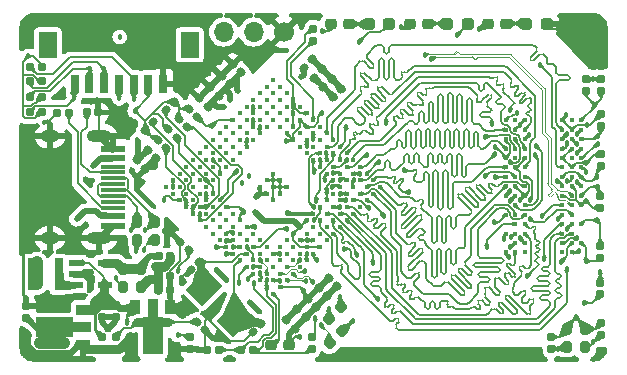
<source format=gbr>
%TF.GenerationSoftware,KiCad,Pcbnew,7.0.5-0*%
%TF.CreationDate,2023-07-11T02:09:26+08:00*%
%TF.ProjectId,slimarm_carambola,736c696d-6172-46d5-9f63-6172616d626f,rev?*%
%TF.SameCoordinates,Original*%
%TF.FileFunction,Copper,L1,Top*%
%TF.FilePolarity,Positive*%
%FSLAX46Y46*%
G04 Gerber Fmt 4.6, Leading zero omitted, Abs format (unit mm)*
G04 Created by KiCad (PCBNEW 7.0.5-0) date 2023-07-11 02:09:26*
%MOMM*%
%LPD*%
G01*
G04 APERTURE LIST*
G04 Aperture macros list*
%AMRoundRect*
0 Rectangle with rounded corners*
0 $1 Rounding radius*
0 $2 $3 $4 $5 $6 $7 $8 $9 X,Y pos of 4 corners*
0 Add a 4 corners polygon primitive as box body*
4,1,4,$2,$3,$4,$5,$6,$7,$8,$9,$2,$3,0*
0 Add four circle primitives for the rounded corners*
1,1,$1+$1,$2,$3*
1,1,$1+$1,$4,$5*
1,1,$1+$1,$6,$7*
1,1,$1+$1,$8,$9*
0 Add four rect primitives between the rounded corners*
20,1,$1+$1,$2,$3,$4,$5,0*
20,1,$1+$1,$4,$5,$6,$7,0*
20,1,$1+$1,$6,$7,$8,$9,0*
20,1,$1+$1,$8,$9,$2,$3,0*%
%AMRotRect*
0 Rectangle, with rotation*
0 The origin of the aperture is its center*
0 $1 length*
0 $2 width*
0 $3 Rotation angle, in degrees counterclockwise*
0 Add horizontal line*
21,1,$1,$2,0,0,$3*%
%AMFreePoly0*
4,1,9,3.862500,-0.866500,0.737500,-0.866500,0.737500,-0.450000,-0.737500,-0.450000,-0.737500,0.450000,0.737500,0.450000,0.737500,0.866500,3.862500,0.866500,3.862500,-0.866500,3.862500,-0.866500,$1*%
G04 Aperture macros list end*
%TA.AperFunction,SMDPad,CuDef*%
%ADD10C,0.410000*%
%TD*%
%TA.AperFunction,SMDPad,CuDef*%
%ADD11RoundRect,0.150000X-0.053033X-0.265165X0.265165X0.053033X0.053033X0.265165X-0.265165X-0.053033X0*%
%TD*%
%TA.AperFunction,SMDPad,CuDef*%
%ADD12RoundRect,0.150000X-0.150000X0.225000X-0.150000X-0.225000X0.150000X-0.225000X0.150000X0.225000X0*%
%TD*%
%TA.AperFunction,SMDPad,CuDef*%
%ADD13R,1.200000X0.600000*%
%TD*%
%TA.AperFunction,SMDPad,CuDef*%
%ADD14RoundRect,0.150000X0.265165X-0.053033X-0.053033X0.265165X-0.265165X0.053033X0.053033X-0.265165X0*%
%TD*%
%TA.AperFunction,SMDPad,CuDef*%
%ADD15RoundRect,0.212500X0.262500X0.212500X-0.262500X0.212500X-0.262500X-0.212500X0.262500X-0.212500X0*%
%TD*%
%TA.AperFunction,SMDPad,CuDef*%
%ADD16RotRect,2.000000X2.400000X135.000000*%
%TD*%
%TA.AperFunction,SMDPad,CuDef*%
%ADD17RoundRect,0.212500X-0.212500X0.262500X-0.212500X-0.262500X0.212500X-0.262500X0.212500X0.262500X0*%
%TD*%
%TA.AperFunction,SMDPad,CuDef*%
%ADD18R,0.800000X2.700000*%
%TD*%
%TA.AperFunction,SMDPad,CuDef*%
%ADD19RoundRect,0.212500X0.035355X0.335876X-0.335876X-0.035355X-0.035355X-0.335876X0.335876X0.035355X0*%
%TD*%
%TA.AperFunction,SMDPad,CuDef*%
%ADD20RoundRect,0.150000X0.225000X0.150000X-0.225000X0.150000X-0.225000X-0.150000X0.225000X-0.150000X0*%
%TD*%
%TA.AperFunction,SMDPad,CuDef*%
%ADD21RoundRect,0.150000X-0.265165X0.053033X0.053033X-0.265165X0.265165X-0.053033X-0.053033X0.265165X0*%
%TD*%
%TA.AperFunction,SMDPad,CuDef*%
%ADD22RoundRect,0.150000X-0.225000X-0.150000X0.225000X-0.150000X0.225000X0.150000X-0.225000X0.150000X0*%
%TD*%
%TA.AperFunction,SMDPad,CuDef*%
%ADD23RoundRect,0.150000X0.150000X-0.225000X0.150000X0.225000X-0.150000X0.225000X-0.150000X-0.225000X0*%
%TD*%
%TA.AperFunction,SMDPad,CuDef*%
%ADD24RoundRect,0.237500X0.287500X0.237500X-0.287500X0.237500X-0.287500X-0.237500X0.287500X-0.237500X0*%
%TD*%
%TA.AperFunction,ComponentPad*%
%ADD25C,1.700000*%
%TD*%
%TA.AperFunction,ComponentPad*%
%ADD26O,1.700000X1.700000*%
%TD*%
%TA.AperFunction,SMDPad,CuDef*%
%ADD27RoundRect,0.212500X0.212500X-0.262500X0.212500X0.262500X-0.212500X0.262500X-0.212500X-0.262500X0*%
%TD*%
%TA.AperFunction,SMDPad,CuDef*%
%ADD28RoundRect,0.150000X0.053033X0.265165X-0.265165X-0.053033X-0.053033X-0.265165X0.265165X0.053033X0*%
%TD*%
%TA.AperFunction,SMDPad,CuDef*%
%ADD29R,2.000000X0.600000*%
%TD*%
%TA.AperFunction,SMDPad,CuDef*%
%ADD30R,2.000000X0.300000*%
%TD*%
%TA.AperFunction,ComponentPad*%
%ADD31O,2.100000X1.000000*%
%TD*%
%TA.AperFunction,ComponentPad*%
%ADD32O,1.600000X1.000000*%
%TD*%
%TA.AperFunction,SMDPad,CuDef*%
%ADD33R,0.900000X1.300000*%
%TD*%
%TA.AperFunction,SMDPad,CuDef*%
%ADD34FreePoly0,270.000000*%
%TD*%
%TA.AperFunction,SMDPad,CuDef*%
%ADD35R,0.711200X1.600000*%
%TD*%
%TA.AperFunction,SMDPad,CuDef*%
%ADD36R,1.600200X2.209800*%
%TD*%
%TA.AperFunction,SMDPad,CuDef*%
%ADD37R,1.300000X0.900000*%
%TD*%
%TA.AperFunction,SMDPad,CuDef*%
%ADD38FreePoly0,180.000000*%
%TD*%
%TA.AperFunction,ViaPad*%
%ADD39C,0.457200*%
%TD*%
%TA.AperFunction,ViaPad*%
%ADD40C,0.609600*%
%TD*%
%TA.AperFunction,Conductor*%
%ADD41C,0.109220*%
%TD*%
%TA.AperFunction,Conductor*%
%ADD42C,0.152400*%
%TD*%
%TA.AperFunction,Conductor*%
%ADD43C,0.111760*%
%TD*%
%TA.AperFunction,Conductor*%
%ADD44C,0.254000*%
%TD*%
%TA.AperFunction,Conductor*%
%ADD45C,0.762000*%
%TD*%
%TA.AperFunction,Conductor*%
%ADD46C,0.609600*%
%TD*%
%TA.AperFunction,Conductor*%
%ADD47C,0.508000*%
%TD*%
%TA.AperFunction,Conductor*%
%ADD48C,0.127000*%
%TD*%
%TA.AperFunction,Conductor*%
%ADD49C,1.016000*%
%TD*%
%TA.AperFunction,Conductor*%
%ADD50C,0.304800*%
%TD*%
G04 APERTURE END LIST*
D10*
%TO.P,U2,A1,VDD*%
%TO.N,/1v8_DDR*%
X56269600Y-21639300D03*
%TO.P,U2,A2,NC*%
%TO.N,unconnected-(U2-NC-PadA2)*%
X57069700Y-21639300D03*
%TO.P,U2,A3,VSS*%
%TO.N,GND*%
X57869800Y-21639300D03*
%TO.P,U2,A7,VSSQ*%
X61070200Y-21639300D03*
%TO.P,U2,A8,UDQS\u002A*%
%TO.N,unconnected-(U2-UDQS\u002A-PadA8)*%
X61870300Y-21639300D03*
%TO.P,U2,A9,VDDQ*%
%TO.N,/1v8_DDR*%
X62670400Y-21639300D03*
%TO.P,U2,B1,DQ14*%
%TO.N,/DDR_D14*%
X56269600Y-22439400D03*
%TO.P,U2,B2,VSSQ*%
%TO.N,GND*%
X57069700Y-22439400D03*
%TO.P,U2,B3,UDM*%
%TO.N,/DDR_DQM1*%
X57869800Y-22439400D03*
%TO.P,U2,B7,UDQS*%
%TO.N,/DDR_DQS1*%
X61070200Y-22439400D03*
%TO.P,U2,B8,VSSQ*%
%TO.N,GND*%
X61870300Y-22439400D03*
%TO.P,U2,B9,DQ15*%
%TO.N,/DDR_D15*%
X62670400Y-22439400D03*
%TO.P,U2,C1,VDDQ*%
%TO.N,/1v8_DDR*%
X56269600Y-23239500D03*
%TO.P,U2,C2,DQ9*%
%TO.N,/DDR_D9*%
X57069700Y-23239500D03*
%TO.P,U2,C3,VDDQ*%
%TO.N,/1v8_DDR*%
X57869800Y-23239500D03*
%TO.P,U2,C7,VDDQ*%
X61070200Y-23239500D03*
%TO.P,U2,C8,DQ8*%
%TO.N,/DDR_D8*%
X61870300Y-23239500D03*
%TO.P,U2,C9,VDDQ*%
%TO.N,/1v8_DDR*%
X62670400Y-23239500D03*
%TO.P,U2,D1,DQ12*%
%TO.N,/DDR_D12*%
X56269600Y-24039600D03*
%TO.P,U2,D2,VSSQ*%
%TO.N,GND*%
X57069700Y-24039600D03*
%TO.P,U2,D3,DQ11*%
%TO.N,/DDR_D11*%
X57869800Y-24039600D03*
%TO.P,U2,D7,DQ10*%
%TO.N,/DDR_D10*%
X61070200Y-24039600D03*
%TO.P,U2,D8,VSSQ*%
%TO.N,GND*%
X61870300Y-24039600D03*
%TO.P,U2,D9,DQ13*%
%TO.N,/DDR_D13*%
X62670400Y-24039600D03*
%TO.P,U2,E1,VDD*%
%TO.N,/1v8_DDR*%
X56269600Y-24839700D03*
%TO.P,U2,E2,NC*%
%TO.N,unconnected-(U2-NC-PadE2)*%
X57069700Y-24839700D03*
%TO.P,U2,E3,VSS*%
%TO.N,GND*%
X57869800Y-24839700D03*
%TO.P,U2,E7,VSSQ*%
X61070200Y-24839700D03*
%TO.P,U2,E8,LDQS\u002A*%
%TO.N,unconnected-(U2-LDQS\u002A-PadE8)*%
X61870300Y-24839700D03*
%TO.P,U2,E9,VDDQ*%
%TO.N,/1v8_DDR*%
X62670400Y-24839700D03*
%TO.P,U2,F1,DQ6*%
%TO.N,/DDR_D6*%
X56269600Y-25639800D03*
%TO.P,U2,F2,VSSQ*%
%TO.N,GND*%
X57069700Y-25639800D03*
%TO.P,U2,F3,LDM*%
%TO.N,/DDR_DQM0*%
X57869800Y-25639800D03*
%TO.P,U2,F7,LDQS*%
%TO.N,/DDR_DQS0*%
X61070200Y-25639800D03*
%TO.P,U2,F8,VSSQ*%
%TO.N,GND*%
X61870300Y-25639800D03*
%TO.P,U2,F9,DQ7*%
%TO.N,/DDR_D7*%
X62670400Y-25639800D03*
%TO.P,U2,G1,VDDQ*%
%TO.N,/1v8_DDR*%
X56269600Y-26439900D03*
%TO.P,U2,G2,DQ1*%
%TO.N,/DDR_D1*%
X57069700Y-26439900D03*
%TO.P,U2,G3,VDDQ*%
%TO.N,/1v8_DDR*%
X57869800Y-26439900D03*
%TO.P,U2,G7,VDDQ*%
X61070200Y-26439900D03*
%TO.P,U2,G8,DQ0*%
%TO.N,/DDR_D0*%
X61870300Y-26439900D03*
%TO.P,U2,G9,VDDQ*%
%TO.N,/1v8_DDR*%
X62670400Y-26439900D03*
%TO.P,U2,H1,DQ4*%
%TO.N,/DDR_D4*%
X56269600Y-27240000D03*
%TO.P,U2,H2,VSSQ*%
%TO.N,GND*%
X57069700Y-27240000D03*
%TO.P,U2,H3,DQ3*%
%TO.N,/DDR_D3*%
X57869800Y-27240000D03*
%TO.P,U2,H7,DQ2*%
%TO.N,/DDR_D2*%
X61070200Y-27240000D03*
%TO.P,U2,H8,VSSQ*%
%TO.N,GND*%
X61870300Y-27240000D03*
%TO.P,U2,H9,DQ5*%
%TO.N,/DDR_D5*%
X62670400Y-27240000D03*
%TO.P,U2,J1,VDD*%
%TO.N,/1v8_DDR*%
X56269600Y-28040100D03*
%TO.P,U2,J2,VREF*%
%TO.N,Net-(U2-VREF)*%
X57069700Y-28040100D03*
%TO.P,U2,J3,VSS*%
%TO.N,GND*%
X57869800Y-28040100D03*
%TO.P,U2,J7,VSS*%
X61070200Y-28040100D03*
%TO.P,U2,J8,CK*%
%TO.N,/DDR_CLKP*%
X61870300Y-28040100D03*
%TO.P,U2,J9,VDD*%
%TO.N,/1v8_DDR*%
X62670400Y-28040100D03*
%TO.P,U2,K2,DKE*%
%TO.N,/DDR_CKE*%
X57069700Y-28840200D03*
%TO.P,U2,K3,WE\u002A*%
%TO.N,/DDR_WE*%
X57869800Y-28840200D03*
%TO.P,U2,K7,RAS\u002A*%
%TO.N,/DDR_RAS*%
X61070200Y-28840200D03*
%TO.P,U2,K8,CK\u002A*%
%TO.N,/DDR_CLKN*%
X61870300Y-28840200D03*
%TO.P,U2,K9,ODT*%
%TO.N,GND*%
X62670400Y-28840200D03*
%TO.P,U2,L1,BA2*%
%TO.N,/DDR_BA2*%
X56269600Y-29640300D03*
%TO.P,U2,L2,BA0*%
%TO.N,/DDR_BA0*%
X57069700Y-29640300D03*
%TO.P,U2,L3,BA1*%
%TO.N,/DDR_BA1*%
X57869800Y-29640300D03*
%TO.P,U2,L7,CAS\u002A*%
%TO.N,/DDR_CAS*%
X61070200Y-29640300D03*
%TO.P,U2,L8,CS\u002A*%
%TO.N,/DDR_CS*%
X61870300Y-29640300D03*
%TO.P,U2,M2,A10/AP*%
%TO.N,/DDR_A10*%
X57069700Y-30440400D03*
%TO.P,U2,M3,A1*%
%TO.N,/DDR_A1*%
X57869800Y-30440400D03*
%TO.P,U2,M7,A2*%
%TO.N,/DDR_A2*%
X61070200Y-30440400D03*
%TO.P,U2,M8,A0*%
%TO.N,/DDR_A0*%
X61870300Y-30440400D03*
%TO.P,U2,M9,VDD*%
%TO.N,/1v8_DDR*%
X62670400Y-30440400D03*
%TO.P,U2,N1,VSS*%
%TO.N,GND*%
X56269600Y-31240500D03*
%TO.P,U2,N2,A3*%
%TO.N,/DDR_A3*%
X57069700Y-31240500D03*
%TO.P,U2,N3,A5*%
%TO.N,/DDR_A5*%
X57869800Y-31240500D03*
%TO.P,U2,N7,A6*%
%TO.N,/DDR_A6*%
X61070200Y-31240500D03*
%TO.P,U2,N8,A4*%
%TO.N,/DDR_A4*%
X61870300Y-31240500D03*
%TO.P,U2,P2,A7*%
%TO.N,/DDR_A7*%
X57069700Y-32040600D03*
%TO.P,U2,P3,A9*%
%TO.N,/DDR_A9*%
X57869800Y-32040600D03*
%TO.P,U2,P7,A11*%
%TO.N,/DDR_A11*%
X61070200Y-32040600D03*
%TO.P,U2,P8,A8*%
%TO.N,/DDR_A8*%
X61870300Y-32040600D03*
%TO.P,U2,P9,VSS*%
%TO.N,GND*%
X62670400Y-32040600D03*
%TO.P,U2,R1,VDD*%
%TO.N,/1v8_DDR*%
X56269600Y-32840700D03*
%TO.P,U2,R2,A12*%
%TO.N,/DDR_A12*%
X57069700Y-32840700D03*
%TO.P,U2,R3,NC*%
%TO.N,unconnected-(U2-NC-PadR3)*%
X57869800Y-32840700D03*
%TO.P,U2,R7,NC*%
%TO.N,unconnected-(U2-NC-PadR7)*%
X61070200Y-32840700D03*
%TO.P,U2,R8,A13/NC*%
%TO.N,/DDR_A13*%
X61870300Y-32840700D03*
%TD*%
D11*
%TO.P,C31,1*%
%TO.N,GND*%
X34876447Y-39613553D03*
%TO.P,C31,2*%
%TO.N,/XTAL_OUT*%
X35583553Y-38906447D03*
%TD*%
D12*
%TO.P,C23,1*%
%TO.N,GND*%
X63030000Y-18160000D03*
%TO.P,C23,2*%
%TO.N,/1v8_DDR*%
X63030000Y-19160000D03*
%TD*%
D13*
%TO.P,U3,1,EN*%
%TO.N,+5V*%
X19879050Y-33709999D03*
%TO.P,U3,2,GND*%
%TO.N,GND*%
X19879050Y-34660000D03*
%TO.P,U3,3,LX*%
%TO.N,Net-(U3-LX)*%
X19879050Y-35610001D03*
%TO.P,U3,4,IN*%
%TO.N,+5V*%
X22380950Y-35610001D03*
%TO.P,U3,5,FB*%
%TO.N,Net-(U3-FB)*%
X22380950Y-33709999D03*
%TD*%
D14*
%TO.P,C28,1*%
%TO.N,GND*%
X25763553Y-25743553D03*
%TO.P,C28,2*%
%TO.N,/3v3*%
X25056447Y-25036447D03*
%TD*%
D12*
%TO.P,C29,1*%
%TO.N,+5V*%
X23290000Y-37300000D03*
%TO.P,C29,2*%
%TO.N,GND*%
X23290000Y-38300000D03*
%TD*%
D14*
%TO.P,C6,1*%
%TO.N,GND*%
X30823553Y-39413553D03*
%TO.P,C6,2*%
%TO.N,/3v3*%
X30116447Y-38706447D03*
%TD*%
%TO.P,C12,1*%
%TO.N,GND*%
X39323553Y-38343553D03*
%TO.P,C12,2*%
%TO.N,/1v0_CPUCORE*%
X38616447Y-37636447D03*
%TD*%
D15*
%TO.P,R21,1*%
%TO.N,Net-(D2-A)*%
X49669500Y-13460000D03*
%TO.P,R21,2*%
%TO.N,Net-(U1A-PC2)*%
X48145500Y-13460000D03*
%TD*%
D16*
%TO.P,Y1,1,1*%
%TO.N,/XTAL_OUT*%
X33378148Y-38458148D03*
%TO.P,Y1,2,2*%
%TO.N,/XTAL_IN*%
X30761852Y-35841852D03*
%TD*%
D15*
%TO.P,R20,1*%
%TO.N,Net-(D1-A)*%
X56332000Y-13460000D03*
%TO.P,R20,2*%
%TO.N,Net-(U1A-PC1)*%
X54808000Y-13460000D03*
%TD*%
%TO.P,R3,1*%
%TO.N,GND*%
X37892000Y-40700000D03*
%TO.P,R3,2*%
%TO.N,Net-(U1C-VBG)*%
X36368000Y-40700000D03*
%TD*%
D14*
%TO.P,C13,1*%
%TO.N,GND*%
X41133553Y-36563553D03*
%TO.P,C13,2*%
%TO.N,/1v0_CPUCORE*%
X40426447Y-35856447D03*
%TD*%
D17*
%TO.P,R15,1*%
%TO.N,Net-(U2-VREF)*%
X61440000Y-39318000D03*
%TO.P,R15,2*%
%TO.N,/1v8_DDR*%
X61440000Y-40842000D03*
%TD*%
D18*
%TO.P,L1,1,1*%
%TO.N,Net-(U3-LX)*%
X18430000Y-34680000D03*
%TO.P,L1,2,2*%
%TO.N,/1v0_CPUCORE*%
X16130000Y-34680000D03*
%TD*%
D12*
%TO.P,R10,1*%
%TO.N,Net-(U1C-PD5)*%
X39880000Y-40000000D03*
%TO.P,R10,2*%
%TO.N,/3v3*%
X39880000Y-41000000D03*
%TD*%
D19*
%TO.P,R26,1*%
%TO.N,Net-(U1C-HFSDPB)*%
X42448815Y-39461185D03*
%TO.P,R26,2*%
%TO.N,/USB1_DP*%
X41371185Y-40538815D03*
%TD*%
D12*
%TO.P,C17,1*%
%TO.N,Net-(U2-VREF)*%
X60100000Y-40000000D03*
%TO.P,C17,2*%
%TO.N,/1v8_DDR*%
X60100000Y-41000000D03*
%TD*%
D20*
%TO.P,C27,1*%
%TO.N,/1v0_CPUCORE*%
X27880000Y-33180000D03*
%TO.P,C27,2*%
%TO.N,Net-(U3-FB)*%
X26880000Y-33180000D03*
%TD*%
D21*
%TO.P,C2,1*%
%TO.N,GND*%
X33186447Y-16886447D03*
%TO.P,C2,2*%
%TO.N,/3v3*%
X33893553Y-17593553D03*
%TD*%
D14*
%TO.P,C15,1*%
%TO.N,GND*%
X40223553Y-37453553D03*
%TO.P,C15,2*%
%TO.N,/1v0_CPUCORE*%
X39516447Y-36746447D03*
%TD*%
D22*
%TO.P,R23,1*%
%TO.N,/JTAG_RST*%
X15984999Y-18361893D03*
%TO.P,R23,2*%
%TO.N,/3v3*%
X16984999Y-18361893D03*
%TD*%
D23*
%TO.P,C33,1*%
%TO.N,GND*%
X22060000Y-38330000D03*
%TO.P,C33,2*%
%TO.N,+5V*%
X22060000Y-37330000D03*
%TD*%
D22*
%TO.P,R24,1*%
%TO.N,/JTAG_TCK*%
X15994999Y-17121893D03*
%TO.P,R24,2*%
%TO.N,/3v3*%
X16994999Y-17121893D03*
%TD*%
D20*
%TO.P,R2,1*%
%TO.N,Net-(J1-CC2)*%
X19300000Y-21000000D03*
%TO.P,R2,2*%
%TO.N,GND*%
X18300000Y-21000000D03*
%TD*%
D24*
%TO.P,D3,1,K*%
%TO.N,GND*%
X46415000Y-13520000D03*
%TO.P,D3,2,A*%
%TO.N,Net-(D3-A)*%
X44665000Y-13520000D03*
%TD*%
D23*
%TO.P,R9,1*%
%TO.N,Net-(U1A-WKUP)*%
X39980000Y-14910000D03*
%TO.P,R9,2*%
%TO.N,/3v3*%
X39980000Y-13910000D03*
%TD*%
D11*
%TO.P,R19,1*%
%TO.N,/MCI0_DA2*%
X27486447Y-20793553D03*
%TO.P,R19,2*%
%TO.N,/3v3*%
X28193553Y-20086447D03*
%TD*%
D25*
%TO.P,J5,1,Pin_1*%
%TO.N,GND*%
X37480000Y-14180000D03*
D26*
%TO.P,J5,2,Pin_2*%
%TO.N,/DEBUG_RXD*%
X34940000Y-14180000D03*
%TO.P,J5,3,Pin_3*%
%TO.N,/DEBUG_TXD*%
X32400000Y-14180000D03*
%TD*%
D27*
%TO.P,R7,1*%
%TO.N,/USBD_FS_DN*%
X26540000Y-31762000D03*
%TO.P,R7,2*%
%TO.N,/DN*%
X26540000Y-30238000D03*
%TD*%
D21*
%TO.P,C3,1*%
%TO.N,GND*%
X30326447Y-19796447D03*
%TO.P,C3,2*%
%TO.N,/3v3*%
X31033553Y-20503553D03*
%TD*%
D12*
%TO.P,C38,1*%
%TO.N,GND*%
X15690000Y-37350000D03*
%TO.P,C38,2*%
%TO.N,/1v8_DDR*%
X15690000Y-38350000D03*
%TD*%
D21*
%TO.P,C5,1*%
%TO.N,GND*%
X32216447Y-17876447D03*
%TO.P,C5,2*%
%TO.N,/3v3*%
X32923553Y-18583553D03*
%TD*%
D28*
%TO.P,R16,1*%
%TO.N,/MCI0_DA1*%
X26443553Y-21786447D03*
%TO.P,R16,2*%
%TO.N,/3v3*%
X25736447Y-22493553D03*
%TD*%
D23*
%TO.P,C22,1*%
%TO.N,GND*%
X64270000Y-33320000D03*
%TO.P,C22,2*%
%TO.N,/1v8_DDR*%
X64270000Y-32320000D03*
%TD*%
D27*
%TO.P,R6,1*%
%TO.N,/1v0_CPUCORE*%
X25400000Y-35752000D03*
%TO.P,R6,2*%
%TO.N,Net-(U3-FB)*%
X25400000Y-34228000D03*
%TD*%
D22*
%TO.P,R13,1*%
%TO.N,/JTAG_TDI*%
X15994999Y-20931893D03*
%TO.P,R13,2*%
%TO.N,/3v3*%
X16994999Y-20931893D03*
%TD*%
D29*
%TO.P,J1,A1,GND*%
%TO.N,GND*%
X23031000Y-24070000D03*
%TO.P,J1,A4,VBUS*%
%TO.N,+5V*%
X23031000Y-24870000D03*
D30*
%TO.P,J1,A5,CC1*%
%TO.N,Net-(J1-CC1)*%
X23031000Y-26070000D03*
%TO.P,J1,A6,D+*%
%TO.N,/DP*%
X23031000Y-27070000D03*
%TO.P,J1,A7,D-*%
%TO.N,/DN*%
X23031000Y-27570000D03*
%TO.P,J1,A8,SBU1*%
%TO.N,unconnected-(J1-SBU1-PadA8)*%
X23031000Y-28570000D03*
D29*
%TO.P,J1,A9,VBUS*%
%TO.N,+5V*%
X23031000Y-29770000D03*
%TO.P,J1,A12,GND*%
%TO.N,GND*%
X23031000Y-30570000D03*
%TO.P,J1,B1,GND*%
X23031000Y-30570000D03*
%TO.P,J1,B4,VBUS*%
%TO.N,+5V*%
X23031000Y-29770000D03*
D30*
%TO.P,J1,B5,CC2*%
%TO.N,Net-(J1-CC2)*%
X23031000Y-29070000D03*
%TO.P,J1,B6,D+*%
%TO.N,/DP*%
X23031000Y-28070000D03*
%TO.P,J1,B7,D-*%
%TO.N,/DN*%
X23031000Y-26570000D03*
%TO.P,J1,B8,SBU2*%
%TO.N,unconnected-(J1-SBU2-PadB8)*%
X23031000Y-25570000D03*
D29*
%TO.P,J1,B9,VBUS*%
%TO.N,+5V*%
X23031000Y-24870000D03*
%TO.P,J1,B12,GND*%
%TO.N,GND*%
X23031000Y-24070000D03*
D31*
%TO.P,J1,S1,SHIELD*%
X21861000Y-23000000D03*
D32*
X17681000Y-23000000D03*
D31*
X21861000Y-31640000D03*
D32*
X17681000Y-31640000D03*
%TD*%
D20*
%TO.P,R11,1*%
%TO.N,/3v3*%
X34850000Y-41110000D03*
%TO.P,R11,2*%
%TO.N,Net-(U1C-NRST)*%
X33850000Y-41110000D03*
%TD*%
D23*
%TO.P,C30,1*%
%TO.N,GND*%
X22060000Y-40980000D03*
%TO.P,C30,2*%
%TO.N,+5V*%
X22060000Y-39980000D03*
%TD*%
D12*
%TO.P,C19,1*%
%TO.N,GND*%
X64310000Y-21140000D03*
%TO.P,C19,2*%
%TO.N,/1v8_DDR*%
X64310000Y-22140000D03*
%TD*%
D24*
%TO.P,D1,1,K*%
%TO.N,GND*%
X59732500Y-13460000D03*
%TO.P,D1,2,A*%
%TO.N,Net-(D1-A)*%
X57982500Y-13460000D03*
%TD*%
D21*
%TO.P,C1,1*%
%TO.N,GND*%
X31256447Y-18846447D03*
%TO.P,C1,2*%
%TO.N,/3v3*%
X31963553Y-19553553D03*
%TD*%
D22*
%TO.P,C41,1*%
%TO.N,GND*%
X30970000Y-41080000D03*
%TO.P,C41,2*%
%TO.N,Net-(U1C-NRST)*%
X31970000Y-41080000D03*
%TD*%
D27*
%TO.P,R4,1*%
%TO.N,GND*%
X23879050Y-35752001D03*
%TO.P,R4,2*%
%TO.N,Net-(U3-FB)*%
X23879050Y-34228001D03*
%TD*%
D23*
%TO.P,C21,1*%
%TO.N,GND*%
X64270000Y-29050000D03*
%TO.P,C21,2*%
%TO.N,/1v8_DDR*%
X64270000Y-28050000D03*
%TD*%
D22*
%TO.P,R1,1*%
%TO.N,Net-(J1-CC1)*%
X20790000Y-20990000D03*
%TO.P,R1,2*%
%TO.N,GND*%
X21790000Y-20990000D03*
%TD*%
D28*
%TO.P,C9,1*%
%TO.N,GND*%
X42343553Y-18996447D03*
%TO.P,C9,2*%
%TO.N,/1v8_DDR*%
X41636447Y-19703553D03*
%TD*%
D33*
%TO.P,U5,1,GND*%
%TO.N,GND*%
X27890000Y-37480000D03*
D34*
%TO.P,U5,2,VO*%
%TO.N,/3v3*%
X26390000Y-37567500D03*
D33*
%TO.P,U5,3,VI*%
%TO.N,+5V*%
X24890000Y-37480000D03*
%TD*%
D27*
%TO.P,R14,1*%
%TO.N,GND*%
X62970000Y-40842000D03*
%TO.P,R14,2*%
%TO.N,Net-(U2-VREF)*%
X62970000Y-39318000D03*
%TD*%
D14*
%TO.P,R12,1*%
%TO.N,/SD_DET*%
X30163553Y-21373553D03*
%TO.P,R12,2*%
%TO.N,/3v3*%
X29456447Y-20666447D03*
%TD*%
D28*
%TO.P,C32,1*%
%TO.N,/XTAL_IN*%
X30313553Y-33626447D03*
%TO.P,C32,2*%
%TO.N,GND*%
X29606447Y-34333553D03*
%TD*%
%TO.P,C10,1*%
%TO.N,GND*%
X41543553Y-18166447D03*
%TO.P,C10,2*%
%TO.N,/1v8_DDR*%
X40836447Y-18873553D03*
%TD*%
D14*
%TO.P,R25,1*%
%TO.N,/MCI0_CDA*%
X28403553Y-23113553D03*
%TO.P,R25,2*%
%TO.N,/3v3*%
X27696447Y-22406447D03*
%TD*%
D23*
%TO.P,C26,1*%
%TO.N,GND*%
X64300000Y-39840000D03*
%TO.P,C26,2*%
%TO.N,Net-(U2-VREF)*%
X64300000Y-38840000D03*
%TD*%
D14*
%TO.P,C14,1*%
%TO.N,GND*%
X38413553Y-39283553D03*
%TO.P,C14,2*%
%TO.N,/1v0_CPUCORE*%
X37706447Y-38576447D03*
%TD*%
%TO.P,C16,1*%
%TO.N,GND*%
X42013553Y-35683553D03*
%TO.P,C16,2*%
%TO.N,/1v0_CPUCORE*%
X41306447Y-34976447D03*
%TD*%
D27*
%TO.P,R5,1*%
%TO.N,/USBD_FS_DP*%
X25070000Y-31752000D03*
%TO.P,R5,2*%
%TO.N,/DP*%
X25070000Y-30228000D03*
%TD*%
D35*
%TO.P,J4,1,1*%
%TO.N,/JTAG_TDI*%
X19767100Y-18572000D03*
%TO.P,J4,2,2*%
%TO.N,/JTAG_TMS*%
X21017100Y-18572000D03*
%TO.P,J4,3,3*%
%TO.N,/JTAG_RST*%
X22267100Y-18572000D03*
%TO.P,J4,4,4*%
%TO.N,/JTAG_TDO*%
X23517100Y-18572000D03*
%TO.P,J4,5,5*%
%TO.N,/JTAG_TCK*%
X24767100Y-18572000D03*
%TO.P,J4,6,6*%
%TO.N,/3v3*%
X26017100Y-18572000D03*
%TO.P,J4,7,7*%
%TO.N,GND*%
X27267100Y-18572000D03*
D36*
%TO.P,J4,8*%
%TO.N,N/C*%
X29514200Y-15270000D03*
%TO.P,J4,9*%
X17520000Y-15270000D03*
%TD*%
D14*
%TO.P,R17,1*%
%TO.N,/MCI0_DA0*%
X27523553Y-24013553D03*
%TO.P,R17,2*%
%TO.N,/3v3*%
X26816447Y-23306447D03*
%TD*%
D28*
%TO.P,C7,1*%
%TO.N,GND*%
X39883553Y-16496447D03*
%TO.P,C7,2*%
%TO.N,/3v3*%
X39176447Y-17203553D03*
%TD*%
D23*
%TO.P,C24,1*%
%TO.N,GND*%
X64290000Y-36390000D03*
%TO.P,C24,2*%
%TO.N,/1v8_DDR*%
X64290000Y-35390000D03*
%TD*%
D22*
%TO.P,R22,1*%
%TO.N,/JTAG_TMS*%
X15984999Y-19681893D03*
%TO.P,R22,2*%
%TO.N,/3v3*%
X16984999Y-19681893D03*
%TD*%
D12*
%TO.P,C20,1*%
%TO.N,GND*%
X64310000Y-24520000D03*
%TO.P,C20,2*%
%TO.N,/1v8_DDR*%
X64310000Y-25520000D03*
%TD*%
D23*
%TO.P,C34,1*%
%TO.N,GND*%
X23270000Y-40990000D03*
%TO.P,C34,2*%
%TO.N,/3v3*%
X23270000Y-39990000D03*
%TD*%
D14*
%TO.P,R18,1*%
%TO.N,/MCI0_DA3*%
X29283553Y-22233553D03*
%TO.P,R18,2*%
%TO.N,/3v3*%
X28576447Y-21526447D03*
%TD*%
D19*
%TO.P,R27,1*%
%TO.N,Net-(U1C-HFSDMB)*%
X42358815Y-37431185D03*
%TO.P,R27,2*%
%TO.N,/USB1_DN*%
X41281185Y-38508815D03*
%TD*%
D24*
%TO.P,D2,1,K*%
%TO.N,GND*%
X53080000Y-13480000D03*
%TO.P,D2,2,A*%
%TO.N,Net-(D2-A)*%
X51330000Y-13480000D03*
%TD*%
D28*
%TO.P,C11,1*%
%TO.N,GND*%
X40723553Y-17326447D03*
%TO.P,C11,2*%
%TO.N,/1v8_DDR*%
X40016447Y-18033553D03*
%TD*%
D12*
%TO.P,C25,1*%
%TO.N,GND*%
X64340000Y-18160000D03*
%TO.P,C25,2*%
%TO.N,/1v8_DDR*%
X64340000Y-19160000D03*
%TD*%
D10*
%TO.P,U1,A1,PB16*%
%TO.N,unconnected-(U1A-PB16-PadA1)*%
X36590000Y-18239033D03*
%TO.P,U1,A2,PB13*%
%TO.N,unconnected-(U1A-PB13-PadA2)*%
X37155685Y-18804719D03*
%TO.P,U1,A3,PB11*%
%TO.N,unconnected-(U1A-PB11-PadA3)*%
X37721371Y-19370404D03*
%TO.P,U1,A4,ADVREF*%
%TO.N,/3v3*%
X38287056Y-19936089D03*
%TO.P,U1,A5,XOUT32*%
%TO.N,unconnected-(U1A-XOUT32-PadA5)*%
X38852742Y-20501775D03*
%TO.P,U1,A6,XIN32*%
%TO.N,/3v3*%
X39418427Y-21067460D03*
%TO.P,U1,A7,WKUP*%
%TO.N,Net-(U1A-WKUP)*%
X39984113Y-21633146D03*
%TO.P,U1,A8,NWR3*%
%TO.N,unconnected-(U1A-NWR3-PadA8)*%
X40549798Y-22198831D03*
%TO.P,U1,A9,DQS1*%
%TO.N,/DDR_DQS1*%
X41115483Y-22764517D03*
%TO.P,U1,A10,DQM0*%
%TO.N,/DDR_DQM0*%
X41681169Y-23330202D03*
%TO.P,U1,A11,DQS0*%
%TO.N,/DDR_DQS0*%
X42246854Y-23895887D03*
%TO.P,U1,A12,SDWE*%
%TO.N,/DDR_WE*%
X42812540Y-24461573D03*
%TO.P,U1,A13,D14*%
%TO.N,/DDR_D14*%
X43378225Y-25027258D03*
%TO.P,U1,A14,D12*%
%TO.N,/DDR_D12*%
X43943911Y-25592944D03*
%TO.P,U1,A15,D8*%
%TO.N,/DDR_D8*%
X44509596Y-26158629D03*
%TO.P,U1,A16,D2*%
%TO.N,/DDR_D2*%
X45075281Y-26724315D03*
%TO.P,U1,A17,D4*%
%TO.N,/DDR_D4*%
X45640967Y-27290000D03*
%TO.P,U1,B1,PB17*%
%TO.N,unconnected-(U1A-PB17-PadB1)*%
X36024315Y-18804719D03*
%TO.P,U1,B2,PB10*%
%TO.N,unconnected-(U1A-PB10-PadB2)*%
X36590000Y-19370404D03*
%TO.P,U1,B3,PB6*%
%TO.N,unconnected-(U1A-PB6-PadB3)*%
X37155685Y-19936089D03*
%TO.P,U1,B4,PB12*%
%TO.N,unconnected-(U1A-PB12-PadB4)*%
X37721371Y-20501775D03*
%TO.P,U1,B5,VDDBU*%
%TO.N,/3v3*%
X38287056Y-21067460D03*
%TO.P,U1,B6,GNDBU*%
%TO.N,GND*%
X38852742Y-21633146D03*
%TO.P,U1,B7,TST*%
X39418427Y-22198831D03*
%TO.P,U1,B8,NCS1*%
%TO.N,/DDR_CS*%
X39984113Y-22764517D03*
%TO.P,U1,B9,NCS0*%
%TO.N,unconnected-(U1A-NCS0-PadB9)*%
X40549798Y-23330202D03*
%TO.P,U1,B10,DQM1*%
%TO.N,/DDR_DQM1*%
X41115483Y-23895887D03*
%TO.P,U1,B11,RAS*%
%TO.N,/DDR_RAS*%
X41681169Y-24461573D03*
%TO.P,U1,B12,SDCKE*%
%TO.N,/DDR_CKE*%
X42246854Y-25027258D03*
%TO.P,U1,B13,D13*%
%TO.N,/DDR_D13*%
X42812540Y-25592944D03*
%TO.P,U1,B14,D7*%
%TO.N,/DDR_D7*%
X43378225Y-26158629D03*
%TO.P,U1,B15,D5*%
%TO.N,/DDR_D5*%
X43943911Y-26724315D03*
%TO.P,U1,B16,D3*%
%TO.N,/DDR_D3*%
X44509596Y-27290000D03*
%TO.P,U1,B17,A17*%
%TO.N,/DDR_BA1*%
X45075281Y-27855685D03*
%TO.P,U1,C1,PB9*%
%TO.N,unconnected-(U1A-PB9-PadC1)*%
X35458629Y-19370404D03*
%TO.P,U1,C2,PB7*%
%TO.N,unconnected-(U1A-PB7-PadC2)*%
X36024315Y-19936089D03*
%TO.P,U1,C3,PB15*%
%TO.N,unconnected-(U1A-PB15-PadC3)*%
X36590000Y-20501775D03*
%TO.P,U1,C4,PB14*%
%TO.N,unconnected-(U1A-PB14-PadC4)*%
X37155685Y-21067460D03*
%TO.P,U1,C5,PB8*%
%TO.N,unconnected-(U1A-PB8-PadC5)*%
X37721371Y-21633146D03*
%TO.P,U1,C6,VDDANA*%
%TO.N,/3v3*%
X38287056Y-22198831D03*
%TO.P,U1,C7,NWR1*%
%TO.N,unconnected-(U1A-NWR1-PadC7)*%
X38852742Y-22764517D03*
%TO.P,U1,C8,SDA10*%
%TO.N,/DDR_A10*%
X39418427Y-23330202D03*
%TO.P,U1,C9,NWR0*%
%TO.N,unconnected-(U1A-NWR0-PadC9)*%
X39984113Y-23895887D03*
%TO.P,U1,C10,CAS*%
%TO.N,/DDR_CAS*%
X40549798Y-24461573D03*
%TO.P,U1,C11,\u002ASDCK*%
%TO.N,/DDR_CLKN*%
X41115483Y-25027258D03*
%TO.P,U1,C12,D15*%
%TO.N,/DDR_D15*%
X41681169Y-25592944D03*
%TO.P,U1,C13,D11*%
%TO.N,/DDR_D11*%
X42246854Y-26158629D03*
%TO.P,U1,C14,D6*%
%TO.N,/DDR_D6*%
X42812540Y-26724315D03*
%TO.P,U1,C15,D9*%
%TO.N,/DDR_D9*%
X43378225Y-27290000D03*
%TO.P,U1,C16,A16*%
%TO.N,/DDR_BA0*%
X43943911Y-27855685D03*
%TO.P,U1,C17,A13*%
%TO.N,/DDR_A11*%
X44509596Y-28421371D03*
%TO.P,U1,D1,PB4*%
%TO.N,unconnected-(U1A-PB4-PadD1)*%
X34892944Y-19936089D03*
%TO.P,U1,D2,PB2*%
%TO.N,unconnected-(U1A-PB2-PadD2)*%
X35458629Y-20501775D03*
%TO.P,U1,D3,PB0*%
%TO.N,unconnected-(U1A-PB0-PadD3)*%
X36024315Y-21067460D03*
%TO.P,U1,D4,PB1*%
%TO.N,unconnected-(U1A-PB1-PadD4)*%
X36590000Y-21633146D03*
%TO.P,U1,D5,PB18*%
%TO.N,unconnected-(U1A-PB18-PadD5)*%
X37155685Y-22198831D03*
%TO.P,U1,D6,GNDANA*%
%TO.N,GND*%
X37721371Y-22764517D03*
%TO.P,U1,D7,JTAGSEL*%
X38287056Y-23330202D03*
%TO.P,U1,D8,SHDN*%
%TO.N,unconnected-(U1A-SHDN-PadD8)*%
X38852742Y-23895887D03*
%TO.P,U1,D9,NRD*%
%TO.N,unconnected-(U1A-NRD-PadD9)*%
X39418427Y-24461573D03*
%TO.P,U1,D10,VDDIOM*%
%TO.N,/1v8_DDR*%
X39984113Y-25027258D03*
%TO.P,U1,D11,SDCK*%
%TO.N,/DDR_CLKP*%
X40549798Y-25592944D03*
%TO.P,U1,D12,D10*%
%TO.N,/DDR_D10*%
X41115483Y-26158629D03*
%TO.P,U1,D13,VDDIOM*%
%TO.N,/1v8_DDR*%
X41681169Y-26724315D03*
%TO.P,U1,D14,D0*%
%TO.N,/DDR_D0*%
X42246854Y-27290000D03*
%TO.P,U1,D15,D1*%
%TO.N,/DDR_D1*%
X42812540Y-27855685D03*
%TO.P,U1,D16,A15*%
%TO.N,/DDR_A13*%
X43378225Y-28421371D03*
%TO.P,U1,D17,A12*%
%TO.N,unconnected-(U1B-A12-PadD17)*%
X43943911Y-28987056D03*
%TO.P,U1,E1,PC4*%
%TO.N,unconnected-(U1A-PC4-PadE1)*%
X34327258Y-20501775D03*
%TO.P,U1,E2,PC0*%
%TO.N,Net-(U1A-PC0)*%
X34892944Y-21067460D03*
%TO.P,U1,E3,PB5*%
%TO.N,unconnected-(U1A-PB5-PadE3)*%
X35458629Y-21633146D03*
%TO.P,U1,E4,PB3*%
%TO.N,unconnected-(U1A-PB3-PadE4)*%
X36024315Y-22198831D03*
%TO.P,U1,E14,A19*%
%TO.N,unconnected-(U1C-A19-PadE14)*%
X41681169Y-27855685D03*
%TO.P,U1,E15,A18*%
%TO.N,/DDR_BA2*%
X42246854Y-28421371D03*
%TO.P,U1,E16,A14*%
%TO.N,/DDR_A12*%
X42812540Y-28987056D03*
%TO.P,U1,E17,A7*%
%TO.N,/DDR_A5*%
X43378225Y-29552742D03*
%TO.P,U1,F1,PC7*%
%TO.N,unconnected-(U1A-PC7-PadF1)*%
X33761573Y-21067460D03*
%TO.P,U1,F2,PC6*%
%TO.N,unconnected-(U1A-PC6-PadF2)*%
X34327258Y-21633146D03*
%TO.P,U1,F3,PC2*%
%TO.N,Net-(U1A-PC2)*%
X34892944Y-22198831D03*
%TO.P,U1,F4,PC1*%
%TO.N,Net-(U1A-PC1)*%
X35458629Y-22764517D03*
%TO.P,U1,F14,VDDIOM*%
%TO.N,/1v8_DDR*%
X41115483Y-28421371D03*
%TO.P,U1,F15,A11*%
%TO.N,/DDR_A9*%
X41681169Y-28987056D03*
%TO.P,U1,F16,A8*%
%TO.N,/DDR_A6*%
X42246854Y-29552742D03*
%TO.P,U1,F17,A6*%
%TO.N,/DDR_A4*%
X42812540Y-30118427D03*
%TO.P,U1,G1,PC8*%
%TO.N,/SD_DET*%
X33195887Y-21633146D03*
%TO.P,U1,G2,PC10*%
%TO.N,unconnected-(U1A-PC10-PadG2)*%
X33761573Y-22198831D03*
%TO.P,U1,G3,PC9*%
%TO.N,unconnected-(U1A-PC9-PadG3)*%
X34327258Y-22764517D03*
%TO.P,U1,G4,PC5*%
%TO.N,unconnected-(U1A-PC5-PadG4)*%
X34892944Y-23330202D03*
%TO.P,U1,G14,A10*%
%TO.N,/DDR_A8*%
X40549798Y-28987056D03*
%TO.P,U1,G15,A9*%
%TO.N,/DDR_A7*%
X41115483Y-29552742D03*
%TO.P,U1,G16,A5*%
%TO.N,/DDR_A3*%
X41681169Y-30118427D03*
%TO.P,U1,G17,A4*%
%TO.N,/DDR_A2*%
X42246854Y-30684113D03*
%TO.P,U1,H1,PC14*%
%TO.N,unconnected-(U1A-PC14-PadH1)*%
X32630202Y-22198831D03*
%TO.P,U1,H2,PC3*%
%TO.N,unconnected-(U1A-PC3-PadH2)*%
X33195887Y-22764517D03*
%TO.P,U1,H3,PC11*%
%TO.N,unconnected-(U1A-PC11-PadH3)*%
X33761573Y-23330202D03*
%TO.P,U1,H4,VDDIOP1*%
%TO.N,/3v3*%
X34327258Y-23895887D03*
%TO.P,U1,H8,GNDCORE*%
%TO.N,GND*%
X36590000Y-26158629D03*
%TO.P,U1,H9,GNDIOM*%
X37155685Y-26724315D03*
%TO.P,U1,H10,GNDIOM*%
X37721371Y-27290000D03*
%TO.P,U1,H14,VDDCORE*%
%TO.N,/1v0_CPUCORE*%
X39984113Y-29552742D03*
%TO.P,U1,H15,A2*%
%TO.N,/DDR_A0*%
X40549798Y-30118427D03*
%TO.P,U1,H16,A1*%
%TO.N,unconnected-(U1C-A1-PadH16)*%
X41115483Y-30684113D03*
%TO.P,U1,H17,A3*%
%TO.N,/DDR_A1*%
X41681169Y-31249798D03*
%TO.P,U1,J1,PC16*%
%TO.N,unconnected-(U1A-PC16-PadJ1)*%
X32064517Y-22764517D03*
%TO.P,U1,J2,PC15*%
%TO.N,unconnected-(U1A-PC15-PadJ2)*%
X32630202Y-23330202D03*
%TO.P,U1,J3,PC12*%
%TO.N,unconnected-(U1A-PC12-PadJ3)*%
X33195887Y-23895887D03*
%TO.P,U1,J4,PC23*%
%TO.N,unconnected-(U1A-PC23-PadJ4)*%
X33761573Y-24461573D03*
%TO.P,U1,J8,GNDCORE*%
%TO.N,GND*%
X36024315Y-26724315D03*
%TO.P,U1,J9,GNDIOM*%
X36590000Y-27290000D03*
%TO.P,U1,J10,GNDIOM*%
X37155685Y-27855685D03*
%TO.P,U1,J14,VDDNF*%
%TO.N,/3v3*%
X39418427Y-30118427D03*
%TO.P,U1,J15,A0*%
%TO.N,unconnected-(U1C-A0-PadJ15)*%
X39984113Y-30684113D03*
%TO.P,U1,J16,PD21*%
%TO.N,unconnected-(U1C-PD21-PadJ16)*%
X40549798Y-31249798D03*
%TO.P,U1,J17,PD19*%
%TO.N,unconnected-(U1C-PD19-PadJ17)*%
X41115483Y-31815483D03*
%TO.P,U1,K1,PC20*%
%TO.N,unconnected-(U1A-PC20-PadK1)*%
X31498831Y-23330202D03*
%TO.P,U1,K2,PC18*%
%TO.N,unconnected-(U1A-PC18-PadK2)*%
X32064517Y-23895887D03*
%TO.P,U1,K3,PC24*%
%TO.N,unconnected-(U1A-PC24-PadK3)*%
X32630202Y-24461573D03*
%TO.P,U1,K4,PC28*%
%TO.N,unconnected-(U1A-PC28-PadK4)*%
X33195887Y-25027258D03*
%TO.P,U1,K8,VDDCORE*%
%TO.N,/1v0_CPUCORE*%
X35458629Y-27290000D03*
%TO.P,U1,K9,VDDCORE*%
X36024315Y-27855685D03*
%TO.P,U1,K10,GNDCORE*%
%TO.N,GND*%
X36590000Y-28421371D03*
%TO.P,U1,K14,VDDNF*%
%TO.N,/3v3*%
X38852742Y-30684113D03*
%TO.P,U1,K15,PD12*%
%TO.N,unconnected-(U1C-PD12-PadK15)*%
X39418427Y-31249798D03*
%TO.P,U1,K16,PD20*%
%TO.N,GND*%
X39984113Y-31815483D03*
%TO.P,U1,K17,PD18*%
%TO.N,/3v3*%
X40549798Y-32381169D03*
%TO.P,U1,L1,PC17*%
%TO.N,unconnected-(U1A-PC17-PadL1)*%
X30933146Y-23895887D03*
%TO.P,U1,L2,PC13*%
%TO.N,unconnected-(U1A-PC13-PadL2)*%
X31498831Y-24461573D03*
%TO.P,U1,L3,PA0*%
%TO.N,unconnected-(U1A-PA0-PadL3)*%
X32064517Y-25027258D03*
%TO.P,U1,L4,PA2*%
%TO.N,unconnected-(U1A-PA2-PadL4)*%
X32630202Y-25592944D03*
%TO.P,U1,L14,PD14*%
%TO.N,/3v3*%
X38287056Y-31249798D03*
%TO.P,U1,L15,PD17*%
%TO.N,GND*%
X38852742Y-31815483D03*
%TO.P,U1,L16,PD16*%
%TO.N,/3v3*%
X39418427Y-32381169D03*
%TO.P,U1,L17,HFSDPC*%
%TO.N,/USB2_DP*%
X39984113Y-32946854D03*
%TO.P,U1,M1,PC27*%
%TO.N,unconnected-(U1A-PC27-PadM1)*%
X30367460Y-24461573D03*
%TO.P,U1,M2,PC25*%
%TO.N,unconnected-(U1A-PC25-PadM2)*%
X30933146Y-25027258D03*
%TO.P,U1,M3,PC21*%
%TO.N,unconnected-(U1A-PC21-PadM3)*%
X31498831Y-25592944D03*
%TO.P,U1,M4,GNDIOP*%
%TO.N,GND*%
X32064517Y-26158629D03*
%TO.P,U1,M14,PD8*%
%TO.N,unconnected-(U1C-PD8-PadM14)*%
X37721371Y-31815483D03*
%TO.P,U1,M15,PD13*%
%TO.N,unconnected-(U1C-PD13-PadM15)*%
X38287056Y-32381169D03*
%TO.P,U1,M16,PD15*%
%TO.N,unconnected-(U1C-PD15-PadM16)*%
X38852742Y-32946854D03*
%TO.P,U1,M17,HFSDMC*%
%TO.N,/USB2_DN*%
X39418427Y-33512540D03*
%TO.P,U1,N1,PC29*%
%TO.N,unconnected-(U1B-PC29-PadN1)*%
X29801775Y-25027258D03*
%TO.P,U1,N2,PC31*%
%TO.N,unconnected-(U1B-PC31-PadN2)*%
X30367460Y-25592944D03*
%TO.P,U1,N3,PC19*%
%TO.N,unconnected-(U1B-PC19-PadN3)*%
X30933146Y-26158629D03*
%TO.P,U1,N4,PA3*%
%TO.N,unconnected-(U1B-PA3-PadN4)*%
X31498831Y-26724315D03*
%TO.P,U1,N14,PD6*%
%TO.N,unconnected-(U1C-PD6-PadN14)*%
X37155685Y-32381169D03*
%TO.P,U1,N15,PD11*%
%TO.N,unconnected-(U1C-PD11-PadN15)*%
X37721371Y-32946854D03*
%TO.P,U1,N16,PD9*%
%TO.N,unconnected-(U1C-PD9-PadN16)*%
X38287056Y-33512540D03*
%TO.P,U1,N17,PD10*%
%TO.N,unconnected-(U1C-PD10-PadN17)*%
X38852742Y-34078225D03*
%TO.P,U1,P1,PA1*%
%TO.N,unconnected-(U1B-PA1-PadP1)*%
X29236089Y-25592944D03*
%TO.P,U1,P2,PC26*%
%TO.N,unconnected-(U1B-PC26-PadP2)*%
X29801775Y-26158629D03*
%TO.P,U1,P3,PC22*%
%TO.N,unconnected-(U1B-PC22-PadP3)*%
X30367460Y-26724315D03*
%TO.P,U1,P4,PA8*%
%TO.N,unconnected-(U1B-PA8-PadP4)*%
X30933146Y-27290000D03*
%TO.P,U1,P5,PA16*%
%TO.N,/MCI0_CDA*%
X31498831Y-27855685D03*
%TO.P,U1,P6,GNDIOP*%
%TO.N,GND*%
X32064517Y-28421371D03*
%TO.P,U1,P7,VDDIOP0*%
%TO.N,/3v3*%
X32630202Y-28987056D03*
%TO.P,U1,P8,PA27*%
%TO.N,unconnected-(U1B-PA27-PadP8)*%
X33195887Y-29552742D03*
%TO.P,U1,P9,BMS*%
%TO.N,/3v3*%
X33761573Y-30118427D03*
%TO.P,U1,P10,NRST*%
%TO.N,Net-(U1C-NRST)*%
X34327258Y-30684113D03*
%TO.P,U1,P11,DIBP*%
%TO.N,unconnected-(U1C-DIBP-PadP11)*%
X34892944Y-31249798D03*
%TO.P,U1,P12,PD4*%
%TO.N,unconnected-(U1C-PD4-PadP12)*%
X35458629Y-31815483D03*
%TO.P,U1,P13,PD0*%
%TO.N,unconnected-(U1C-PD0-PadP13)*%
X36024315Y-32381169D03*
%TO.P,U1,P14,PD5*%
%TO.N,Net-(U1C-PD5)*%
X36590000Y-32946854D03*
%TO.P,U1,P15,PD3*%
%TO.N,unconnected-(U1C-PD3-PadP15)*%
X37155685Y-33512540D03*
%TO.P,U1,P16,HFSDMB*%
%TO.N,Net-(U1C-HFSDMB)*%
X37721371Y-34078225D03*
%TO.P,U1,P17,HHSDMB*%
%TO.N,/USB1_DN*%
X38287056Y-34643911D03*
%TO.P,U1,R1,PA5*%
%TO.N,unconnected-(U1B-PA5-PadR1)*%
X28670404Y-26158629D03*
%TO.P,U1,R2,PC30*%
%TO.N,unconnected-(U1B-PC30-PadR2)*%
X29236089Y-26724315D03*
%TO.P,U1,R3,PA7*%
%TO.N,unconnected-(U1B-PA7-PadR3)*%
X29801775Y-27290000D03*
%TO.P,U1,R4,PA6*%
%TO.N,unconnected-(U1B-PA6-PadR4)*%
X30367460Y-27855685D03*
%TO.P,U1,R5,PA17*%
%TO.N,/MCI0_CK*%
X30933146Y-28421371D03*
%TO.P,U1,R6,PA22*%
%TO.N,unconnected-(U1B-PA22-PadR6)*%
X31498831Y-28987056D03*
%TO.P,U1,R7,PA26*%
%TO.N,unconnected-(U1B-PA26-PadR7)*%
X32064517Y-29552742D03*
%TO.P,U1,R8,PA30*%
%TO.N,unconnected-(U1B-PA30-PadR8)*%
X32630202Y-30118427D03*
%TO.P,U1,R9,PA29*%
%TO.N,unconnected-(U1B-PA29-PadR9)*%
X33195887Y-30684113D03*
%TO.P,U1,R10,RTCK*%
%TO.N,unconnected-(U1C-RTCK-PadR10)*%
X33761573Y-31249798D03*
%TO.P,U1,R11,DIBN*%
%TO.N,unconnected-(U1C-DIBN-PadR11)*%
X34327258Y-31815483D03*
%TO.P,U1,R12,VDDPLLA*%
%TO.N,/1v0_CPUCORE*%
X34892944Y-32381169D03*
%TO.P,U1,R13,PD2*%
%TO.N,unconnected-(U1C-PD2-PadR13)*%
X35458629Y-32946854D03*
%TO.P,U1,R14,PD1*%
%TO.N,unconnected-(U1C-PD1-PadR14)*%
X36024315Y-33512540D03*
%TO.P,U1,R15,PD7*%
%TO.N,unconnected-(U1C-PD7-PadR15)*%
X36590000Y-34078225D03*
%TO.P,U1,R16,HFSDPB*%
%TO.N,Net-(U1C-HFSDPB)*%
X37155685Y-34643911D03*
%TO.P,U1,R17,HHSDPB*%
%TO.N,/USB1_DP*%
X37721371Y-35209596D03*
%TO.P,U1,T1,PA10*%
%TO.N,/DEBUG_TXD*%
X28104719Y-26724315D03*
%TO.P,U1,T2,PA12*%
%TO.N,unconnected-(U1B-PA12-PadT2)*%
X28670404Y-27290000D03*
%TO.P,U1,T3,PA4*%
%TO.N,unconnected-(U1B-PA4-PadT3)*%
X29236089Y-27855685D03*
%TO.P,U1,T4,PA13*%
%TO.N,unconnected-(U1B-PA13-PadT4)*%
X29801775Y-28421371D03*
%TO.P,U1,T5,PA19*%
%TO.N,/MCI0_DA2*%
X30367460Y-28987056D03*
%TO.P,U1,T6,PA21*%
%TO.N,unconnected-(U1B-PA21-PadT6)*%
X30933146Y-29552742D03*
%TO.P,U1,T7,PA24*%
%TO.N,unconnected-(U1B-PA24-PadT7)*%
X31498831Y-30118427D03*
%TO.P,U1,T8,PA25*%
%TO.N,unconnected-(U1B-PA25-PadT8)*%
X32064517Y-30684113D03*
%TO.P,U1,T9,TDI*%
%TO.N,/JTAG_TDI*%
X32630202Y-31249798D03*
%TO.P,U1,T10,TDO*%
%TO.N,/JTAG_TDO*%
X33195887Y-31815483D03*
%TO.P,U1,T11,NTRST*%
%TO.N,/JTAG_RST*%
X33761573Y-32381169D03*
%TO.P,U1,T12,XIN*%
%TO.N,/XTAL_IN*%
X34327258Y-32946854D03*
%TO.P,U1,T13,VDDOSC*%
%TO.N,/3v3*%
X34892944Y-33512540D03*
%TO.P,U1,T14,HFSDPA*%
%TO.N,/USBD_FS_DP*%
X35458629Y-34078225D03*
%TO.P,U1,T15,HFSDMA*%
%TO.N,/USBD_FS_DN*%
X36024315Y-34643911D03*
%TO.P,U1,T16,GNDUTMI*%
%TO.N,GND*%
X36590000Y-35209596D03*
%TO.P,U1,T17,VDDUTMIC*%
%TO.N,/1v0_CPUCORE*%
X37155685Y-35775281D03*
%TO.P,U1,U1,PA11*%
%TO.N,unconnected-(U1B-PA11-PadU1)*%
X27539033Y-27290000D03*
%TO.P,U1,U2,PA14*%
%TO.N,unconnected-(U1B-PA14-PadU2)*%
X28104719Y-27855685D03*
%TO.P,U1,U3,PA9*%
%TO.N,/DEBUG_RXD*%
X28670404Y-28421371D03*
%TO.P,U1,U4,PA15*%
%TO.N,/MCI0_DA0*%
X29236089Y-28987056D03*
%TO.P,U1,U5,PA18*%
%TO.N,/MCI0_DA1*%
X29801775Y-29552742D03*
%TO.P,U1,U6,PA20*%
%TO.N,/MCI0_DA3*%
X30367460Y-30118427D03*
%TO.P,U1,U7,PA23*%
%TO.N,unconnected-(U1B-PA23-PadU7)*%
X30933146Y-30684113D03*
%TO.P,U1,U8,PA28*%
%TO.N,unconnected-(U1B-PA28-PadU8)*%
X31498831Y-31249798D03*
%TO.P,U1,U9,PA31*%
%TO.N,unconnected-(U1B-PA31-PadU9)*%
X32064517Y-31815483D03*
%TO.P,U1,U10,TCK*%
%TO.N,/JTAG_TCK*%
X32630202Y-32381169D03*
%TO.P,U1,U11,TMS*%
%TO.N,/JTAG_TMS*%
X33195887Y-32946854D03*
%TO.P,U1,U12,XOUT*%
%TO.N,/XTAL_OUT*%
X33761573Y-33512540D03*
%TO.P,U1,U13,GNDOSC*%
%TO.N,GND*%
X34327258Y-34078225D03*
%TO.P,U1,U14,HHSDPA*%
%TO.N,/DP*%
X34892944Y-34643911D03*
%TO.P,U1,U15,HHSDMA*%
%TO.N,/DN*%
X35458629Y-35209596D03*
%TO.P,U1,U16,VDDUTMII*%
%TO.N,/3v3*%
X36024315Y-35775281D03*
%TO.P,U1,U17,VBG*%
%TO.N,Net-(U1C-VBG)*%
X36590000Y-36340967D03*
%TD*%
D37*
%TO.P,U7,1,GND*%
%TO.N,GND*%
X20510000Y-40690000D03*
D38*
%TO.P,U7,2,VO*%
%TO.N,/1v8_DDR*%
X20422500Y-39190000D03*
D37*
%TO.P,U7,3,VI*%
%TO.N,+5V*%
X20510000Y-37690000D03*
%TD*%
D14*
%TO.P,C8,1*%
%TO.N,GND*%
X26663553Y-24873553D03*
%TO.P,C8,2*%
%TO.N,/3v3*%
X25956447Y-24166447D03*
%TD*%
D22*
%TO.P,C18,1*%
%TO.N,/1v0_CPUCORE*%
X26850000Y-34800000D03*
%TO.P,C18,2*%
%TO.N,GND*%
X27850000Y-34800000D03*
%TD*%
D23*
%TO.P,C37,1*%
%TO.N,GND*%
X29560000Y-41000000D03*
%TO.P,C37,2*%
%TO.N,+5V*%
X29560000Y-40000000D03*
%TD*%
D21*
%TO.P,C4,1*%
%TO.N,GND*%
X28737154Y-31925740D03*
%TO.P,C4,2*%
%TO.N,/3v3*%
X29444260Y-32632846D03*
%TD*%
D15*
%TO.P,R8,1*%
%TO.N,Net-(D3-A)*%
X42964500Y-13500000D03*
%TO.P,R8,2*%
%TO.N,Net-(U1A-PC0)*%
X41440500Y-13500000D03*
%TD*%
D20*
%TO.P,C35,1*%
%TO.N,GND*%
X27860000Y-35980000D03*
%TO.P,C35,2*%
%TO.N,/1v0_CPUCORE*%
X26860000Y-35980000D03*
%TD*%
D39*
%TO.N,/DP*%
X24530000Y-30930000D03*
X34440000Y-35050000D03*
%TO.N,/DN*%
X25700000Y-30960000D03*
X35440000Y-34620000D03*
%TO.N,/USBD_FS_DP*%
X34893638Y-34047242D03*
X25010000Y-32680000D03*
%TO.N,/USBD_FS_DN*%
X35470031Y-33481435D03*
X25640000Y-32640000D03*
%TO.N,/SD_DET*%
X31424647Y-22120700D03*
%TO.N,Net-(U1C-PD5)*%
X37160000Y-32930000D03*
X40161292Y-38361292D03*
%TO.N,/DDR_CS*%
X58340000Y-30000000D03*
X39980000Y-23270000D03*
%TO.N,/DDR_DQS0*%
X42760000Y-22180000D03*
X59170000Y-16950000D03*
%TO.N,/DDR_WE*%
X55090000Y-21970000D03*
X58790000Y-24600000D03*
%TO.N,/DDR_D8*%
X45510000Y-25170000D03*
X62281693Y-23672430D03*
%TO.N,/DDR_D2*%
X48090000Y-27750000D03*
X60650000Y-26830000D03*
%TO.N,/DDR_RAS*%
X40220000Y-28450000D03*
X59340000Y-29770000D03*
%TO.N,/DDR_CKE*%
X58840000Y-23830000D03*
X56640000Y-20800000D03*
%TO.N,/DDR_D13*%
X44570000Y-24600000D03*
X62290000Y-24420000D03*
%TO.N,/DDR_D7*%
X43970000Y-26170000D03*
X63090000Y-26030000D03*
%TO.N,/DDR_D5*%
X62270000Y-26850000D03*
X55360000Y-24520000D03*
%TO.N,/DDR_A10*%
X39410000Y-23850000D03*
X54660000Y-32410000D03*
%TO.N,/DDR_CAS*%
X60690500Y-30020000D03*
X40015595Y-29010175D03*
%TO.N,/DDR_D15*%
X42830874Y-25019737D03*
X62290000Y-22830000D03*
%TO.N,/DDR_D11*%
X46150000Y-21880000D03*
X41662335Y-26134099D03*
%TO.N,/DDR_D6*%
X42273142Y-26707979D03*
X47680000Y-25870000D03*
%TO.N,/DDR_D9*%
X56677676Y-25221756D03*
X43400537Y-26692866D03*
%TO.N,/DDR_A11*%
X62280000Y-31640000D03*
X45930000Y-29730000D03*
%TO.N,/DDR_CLKP*%
X40571113Y-25008560D03*
X49430000Y-16130000D03*
%TO.N,/DDR_D10*%
X61470251Y-23613142D03*
X40950000Y-26700000D03*
%TO.N,/DDR_D1*%
X54560000Y-26380000D03*
X42228532Y-27862267D03*
%TO.N,/DDR_BA2*%
X42780995Y-28429005D03*
X55280000Y-30300000D03*
%TO.N,Net-(U1A-PC1)*%
X54020000Y-13950000D03*
X35460000Y-22210000D03*
%TO.N,/DDR_A9*%
X42239812Y-29005385D03*
X57499260Y-31643426D03*
%TO.N,/DDR_A7*%
X45020000Y-33770000D03*
X56650000Y-32410000D03*
%TO.N,/DDR_A3*%
X43700000Y-33030000D03*
X56704253Y-31573256D03*
%TO.N,/DDR_A2*%
X59530000Y-33410000D03*
X45450000Y-36800000D03*
%TO.N,/DDR_A0*%
X61443843Y-34220000D03*
X61443843Y-30840449D03*
%TO.N,/DDR_A1*%
X58100000Y-34850000D03*
X42600000Y-32590000D03*
%TO.N,/DEBUG_TXD*%
X28100000Y-27300000D03*
%TO.N,/JTAG_TDI*%
X33200000Y-31220000D03*
X19730000Y-19800000D03*
%TO.N,/JTAG_TDO*%
X23550000Y-19790000D03*
X32629995Y-31846467D03*
%TO.N,/JTAG_RST*%
X33190000Y-32380000D03*
X22290000Y-17340000D03*
%TO.N,/DEBUG_RXD*%
X27310000Y-28390000D03*
%TO.N,/JTAG_TCK*%
X31740000Y-32390000D03*
X24810000Y-19840000D03*
%TO.N,/JTAG_TMS*%
X32590000Y-32950000D03*
X21090000Y-17270000D03*
%TO.N,Net-(U1A-PC0)*%
X40720000Y-14120000D03*
X34900000Y-20520000D03*
%TO.N,/USB1_DN*%
X39928148Y-35358148D03*
X41280000Y-37670000D03*
%TO.N,/USB2_DN*%
X39430000Y-32960000D03*
%TO.N,/DDR_A8*%
X40009093Y-30099574D03*
X60980000Y-33620000D03*
%TO.N,/USB1_DP*%
X39347392Y-35251902D03*
X40650000Y-39020000D03*
%TO.N,/USB2_DP*%
X40296300Y-33510000D03*
%TO.N,/DDR_A13*%
X62440000Y-32710000D03*
X44670000Y-29080000D03*
%TO.N,Net-(U2-VREF)*%
X56663015Y-28468910D03*
X62240000Y-38340000D03*
%TO.N,Net-(U1C-HFSDPB)*%
X43330000Y-38650000D03*
X39316017Y-34445865D03*
%TO.N,Net-(U1C-HFSDMB)*%
X42230000Y-36630000D03*
X38850000Y-33510000D03*
%TO.N,Net-(U1A-PC2)*%
X47370000Y-13790000D03*
X34900000Y-21650000D03*
%TO.N,GND*%
X15690000Y-36690000D03*
X31120000Y-38310000D03*
X36590000Y-26720000D03*
X23320000Y-34980000D03*
X43870000Y-14990000D03*
X28762573Y-35042510D03*
D40*
X21120000Y-35250000D03*
D39*
X63110000Y-25260000D03*
X56101854Y-31663374D03*
D40*
X28820000Y-37300000D03*
D39*
X60700000Y-13960000D03*
X63040000Y-33570000D03*
D40*
X28850000Y-38040000D03*
D39*
X37670000Y-23440000D03*
X57450000Y-28440000D03*
X63695000Y-40445000D03*
D40*
X21040000Y-34490000D03*
D39*
X52190000Y-14410000D03*
X63690000Y-18160000D03*
X26610000Y-25630000D03*
X30270000Y-13540000D03*
X54560000Y-23040000D03*
X62910000Y-37100000D03*
D40*
X22630000Y-39340000D03*
D39*
X16040000Y-14410000D03*
X40690000Y-21000000D03*
X63160000Y-22022100D03*
D40*
X15720000Y-39810000D03*
D39*
X29220000Y-18610000D03*
X42088553Y-18671447D03*
X40323553Y-16906447D03*
X41173553Y-17756447D03*
X37160000Y-35220000D03*
X57484550Y-22024550D03*
X21170000Y-14640000D03*
X63070000Y-28470000D03*
X33510000Y-25970000D03*
X33695297Y-35414244D03*
X61400000Y-21240000D03*
X38863700Y-39960500D03*
D40*
X24440000Y-39884300D03*
D39*
X37155685Y-27300000D03*
X31480000Y-25000000D03*
X39427083Y-31800247D03*
%TO.N,+5V*%
X21305000Y-25535000D03*
X28520000Y-39830000D03*
X19950000Y-30010000D03*
D40*
X21480000Y-37160000D03*
X22670000Y-37260000D03*
D39*
X24230000Y-38790000D03*
D40*
X22160000Y-36250000D03*
D39*
%TO.N,/DDR_D0*%
X61480000Y-26830000D03*
X41589093Y-27263918D03*
%TO.N,/3v3*%
X38280000Y-20410000D03*
X36050000Y-35200000D03*
X32410000Y-20510000D03*
X35080000Y-29420000D03*
X34350000Y-23350000D03*
X24850000Y-20850000D03*
X33630000Y-19200000D03*
D40*
X27750000Y-38730000D03*
D39*
X34330000Y-32410000D03*
X15850000Y-16210000D03*
X38980000Y-18020000D03*
D40*
X25040000Y-38760000D03*
D39*
X28548300Y-34445580D03*
X23590000Y-14590000D03*
X34090000Y-29400000D03*
X25060000Y-23290000D03*
X34520000Y-26330000D03*
X32925000Y-19905000D03*
X33930000Y-26940000D03*
%TO.N,/1v8_DDR*%
X56640000Y-27650000D03*
X64010000Y-30110000D03*
X63810000Y-20350000D03*
X64270000Y-34490000D03*
X41360000Y-19350000D03*
D40*
X16840000Y-40470000D03*
D39*
X64090000Y-23670000D03*
X60700000Y-41000000D03*
X64000000Y-26430000D03*
X41115483Y-27600000D03*
X56530000Y-33240000D03*
X55340000Y-26460000D03*
X58270000Y-22880000D03*
X40073300Y-25993621D03*
X55350000Y-23880000D03*
X64050000Y-23000000D03*
D40*
X17820000Y-40480000D03*
D39*
X61440000Y-22840000D03*
X58350000Y-28420000D03*
D40*
X18850000Y-40470000D03*
D39*
X57200000Y-21040000D03*
X64060000Y-27260000D03*
%TO.N,/1v0_CPUCORE*%
X37760000Y-30840000D03*
D40*
X16590000Y-34640000D03*
D39*
X39160204Y-36069796D03*
X37730000Y-29480000D03*
D40*
X26590000Y-34020000D03*
X26080000Y-35060000D03*
D39*
X35110000Y-28140000D03*
D40*
X27360000Y-34030000D03*
X16580000Y-33690000D03*
X16600000Y-35560000D03*
D39*
%TO.N,/DDR_CLKN*%
X41091180Y-24442750D03*
X49960000Y-16470000D03*
%TO.N,/MCI0_CDA*%
X30926382Y-26740412D03*
%TO.N,/MCI0_CK*%
X30920000Y-27870000D03*
%TO.N,/MCI0_DA2*%
X30890000Y-28970000D03*
%TO.N,/MCI0_DA0*%
X29220000Y-28450000D03*
%TO.N,/MCI0_DA1*%
X29790000Y-29000000D03*
%TO.N,/MCI0_DA3*%
X30380000Y-29560000D03*
%TO.N,Net-(U1C-NRST)*%
X35010000Y-30660000D03*
X34959093Y-35400306D03*
%TD*%
D41*
%TO.N,/DDR_CLKN*%
X61424400Y-28514390D02*
G75*
G03*
X61244790Y-28440000I-179600J-179610D01*
G01*
X60660031Y-28043355D02*
G75*
G03*
X60585605Y-27863750I-254031J-45D01*
G01*
X60660008Y-28114790D02*
G75*
G03*
X60734396Y-28294394I253992J-10D01*
G01*
X60805600Y-28365610D02*
G75*
G03*
X60985210Y-28440000I179600J179610D01*
G01*
%TO.N,/DDR_CLKP*%
X61544600Y-27714390D02*
G75*
G03*
X61364990Y-27640000I-179600J-179610D01*
G01*
X60686705Y-27565615D02*
G75*
G03*
X60866320Y-27640000I179595J179615D01*
G01*
%TO.N,/DDR_CLKN*%
X59906368Y-27883198D02*
G75*
G03*
X59906388Y-28062822I89832J-89802D01*
G01*
X60165952Y-27623702D02*
G75*
G03*
X60165927Y-27444073I-89852J89802D01*
G01*
X50075605Y-16354395D02*
X49960000Y-16470000D01*
X60525103Y-27803316D02*
G75*
G03*
X60345532Y-27803281I-89803J-89784D01*
G01*
X56474790Y-16280000D02*
X53917248Y-16280000D01*
X53841024Y-16356224D02*
X53841024Y-16356225D01*
X50255210Y-16280008D02*
G75*
G03*
X50075606Y-16354396I-10J-253992D01*
G01*
X61870300Y-28840200D02*
X61750200Y-28840200D01*
X59369212Y-22658974D02*
G75*
G03*
X59443585Y-22838579I253988J-26D01*
G01*
X53764800Y-16432424D02*
G75*
G03*
X53841024Y-16356225I0J76224D01*
G01*
X60660000Y-28114790D02*
X60660000Y-28043355D01*
X59369192Y-19174400D02*
G75*
G03*
X59294794Y-18994796I-253992J0D01*
G01*
X60085992Y-28062822D02*
X60085992Y-28062821D01*
X56654400Y-16354390D02*
G75*
G03*
X56474790Y-16280000I-179600J-179610D01*
G01*
X61750200Y-28840200D02*
X61424395Y-28514395D01*
X53536151Y-16356225D02*
G75*
G03*
X53612448Y-16432449I76249J25D01*
G01*
X60165928Y-27444072D02*
X59903585Y-27181729D01*
X53536200Y-16356224D02*
G75*
G03*
X53460000Y-16280000I-76200J24D01*
G01*
X61244790Y-28440000D02*
X60985210Y-28440000D01*
X60585605Y-27863750D02*
X60525137Y-27803282D01*
X59829196Y-23329394D02*
G75*
G03*
X59754794Y-23149790I-253996J-6D01*
G01*
X59294795Y-18994795D02*
X56654395Y-16354395D01*
X60345532Y-27803281D02*
X60085992Y-28062822D01*
X53917248Y-16280024D02*
G75*
G03*
X53841024Y-16356224I-48J-76176D01*
G01*
X59829177Y-27002124D02*
G75*
G03*
X59903586Y-27181728I254023J24D01*
G01*
X59906387Y-28062822D02*
X59906388Y-28062822D01*
X60805605Y-28365605D02*
X60734395Y-28294395D01*
X59906398Y-28062811D02*
G75*
G03*
X60085992Y-28062821I89802J89811D01*
G01*
X53460000Y-16280000D02*
X50255210Y-16280000D01*
X59906387Y-27883217D02*
X60165928Y-27623677D01*
X60165928Y-27623677D02*
X60165927Y-27623677D01*
X59829190Y-27002124D02*
X59829190Y-23329394D01*
X53764800Y-16432449D02*
X53612448Y-16432449D01*
X59754795Y-23149789D02*
X59443585Y-22838579D01*
X59369190Y-22658974D02*
X59369190Y-19174400D01*
X53536224Y-16356225D02*
X53536224Y-16356224D01*
D42*
%TO.N,GND*%
X62253100Y-28422900D02*
X61890000Y-28422900D01*
X61711739Y-28422900D02*
X61328939Y-28040100D01*
X61890000Y-28422900D02*
X61711739Y-28422900D01*
X61328939Y-28040100D02*
X61070200Y-28040100D01*
D41*
%TO.N,/DDR_CLKP*%
X49564790Y-16129992D02*
G75*
G03*
X49744394Y-16055604I10J253992D01*
G01*
X52334569Y-15938655D02*
G75*
G03*
X52254800Y-15858931I-79769J-45D01*
G01*
X52109448Y-15859024D02*
G75*
G03*
X52029724Y-15938655I-48J-79676D01*
G01*
X56725961Y-16058681D02*
X56762775Y-16092775D01*
X60090810Y-23221026D02*
X60090810Y-26864490D01*
X49781620Y-16018380D02*
X51950000Y-16018380D01*
X52334524Y-15938655D02*
X52334524Y-15938656D01*
X51950000Y-16018424D02*
G75*
G03*
X52029724Y-15938656I0J79724D01*
G01*
X52109448Y-15858931D02*
X52254800Y-15858931D01*
X59556415Y-18886415D02*
X59590527Y-18923218D01*
X52414248Y-16018380D02*
X56583170Y-16018380D01*
X56583170Y-16018380D02*
X56633310Y-16020317D01*
X52334520Y-15938656D02*
G75*
G03*
X52414248Y-16018380I79680J-44D01*
G01*
X59590527Y-18923218D02*
X59628898Y-19015875D01*
X49744395Y-16055605D02*
X49781620Y-16018380D01*
X56633310Y-16020317D02*
X56725961Y-16058681D01*
X56762775Y-16092775D02*
X59556415Y-18886415D01*
X59630810Y-22550606D02*
X59632305Y-22600832D01*
X59628898Y-19015875D02*
X59630810Y-19066020D01*
X52029724Y-15938656D02*
X52029724Y-15938655D01*
X60165205Y-27044095D02*
X60686715Y-27565605D01*
X59630810Y-19066020D02*
X59630810Y-22550606D01*
X59632305Y-22600832D02*
X59670750Y-22693636D01*
X59670750Y-22693636D02*
X59705205Y-22730211D01*
X49430000Y-16130000D02*
X49564790Y-16130000D01*
X61544595Y-27714395D02*
X61870300Y-28040100D01*
X59705205Y-22730211D02*
X60016415Y-23041421D01*
X60016415Y-23041421D02*
X60050882Y-23077986D01*
X60050882Y-23077986D02*
X60089316Y-23170798D01*
X60092313Y-26914715D02*
X60130752Y-27007519D01*
X60089316Y-23170798D02*
X60090810Y-23221026D01*
X60090810Y-26864490D02*
X60092313Y-26914715D01*
X60130752Y-27007519D02*
X60165205Y-27044095D01*
X60866320Y-27640000D02*
X61364990Y-27640000D01*
D42*
%TO.N,GND*%
X57069685Y-23914120D02*
G75*
G03*
X56995305Y-23734515I-253985J20D01*
G01*
%TO.N,Net-(U1C-NRST)*%
X34959093Y-35400306D02*
X34959093Y-35959093D01*
X35271822Y-40410000D02*
X34550000Y-40410000D01*
X36582000Y-37582000D02*
X36582000Y-39528790D01*
X36582000Y-39528790D02*
X36267590Y-39843200D01*
X36267590Y-39843200D02*
X35838622Y-39843200D01*
X34959093Y-35959093D02*
X36582000Y-37582000D01*
X35838622Y-39843200D02*
X35271822Y-40410000D01*
X34550000Y-40410000D02*
X33850000Y-41110000D01*
%TO.N,/3v3*%
X36024315Y-35775281D02*
X36040000Y-35790966D01*
X36040000Y-36530000D02*
X36836000Y-37326000D01*
X36372800Y-40097200D02*
X35943832Y-40097200D01*
X35360000Y-41110000D02*
X34850000Y-41110000D01*
X36040000Y-35790966D02*
X36040000Y-36530000D01*
X36836000Y-37326000D02*
X36836000Y-39634000D01*
X36836000Y-39634000D02*
X36372800Y-40097200D01*
X35943832Y-40097200D02*
X35715200Y-40325832D01*
X35715200Y-40325832D02*
X35715200Y-40754800D01*
X35715200Y-40754800D02*
X35360000Y-41110000D01*
%TO.N,Net-(U1C-VBG)*%
X36418000Y-40950000D02*
X37090000Y-40278000D01*
X37090000Y-40278000D02*
X37090000Y-36840967D01*
X37090000Y-36840967D02*
X36590000Y-36340967D01*
%TO.N,/DP*%
X21930000Y-28070000D02*
X21760000Y-27900000D01*
X25070000Y-30228000D02*
X25070000Y-28956600D01*
X21760000Y-27188600D02*
X21878600Y-27070000D01*
X23031000Y-28070000D02*
X21930000Y-28070000D01*
X21878600Y-27070000D02*
X23031000Y-27070000D01*
D43*
X34486855Y-35050000D02*
X34892944Y-34643911D01*
D42*
X24183400Y-28070000D02*
X23031000Y-28070000D01*
X25070000Y-28956600D02*
X24183400Y-28070000D01*
X21760000Y-27900000D02*
X21760000Y-27188600D01*
D43*
X24530000Y-30930000D02*
X25070000Y-30390000D01*
D42*
X34440000Y-35050000D02*
X34486855Y-35050000D01*
X25070000Y-30390000D02*
X25070000Y-30228000D01*
%TO.N,/DN*%
X24200000Y-26570000D02*
X24330000Y-26700000D01*
X26540000Y-29926600D02*
X26540000Y-30238000D01*
D43*
X35440000Y-34620000D02*
X35640000Y-34820000D01*
D42*
X24330000Y-26700000D02*
X24330000Y-27423400D01*
D43*
X35640000Y-34820000D02*
X35640000Y-35028225D01*
D42*
X25700000Y-30960000D02*
X25818000Y-30960000D01*
X23031000Y-27570000D02*
X24183400Y-27570000D01*
X23031000Y-26570000D02*
X24200000Y-26570000D01*
D43*
X25818000Y-30960000D02*
X26540000Y-30238000D01*
X35640000Y-35028225D02*
X35458629Y-35209596D01*
D42*
X24330000Y-27423400D02*
X24183400Y-27570000D01*
X24183400Y-27570000D02*
X26540000Y-29926600D01*
%TO.N,/USBD_FS_DP*%
X25010000Y-31812000D02*
X25070000Y-31752000D01*
X35427646Y-34047242D02*
X35458629Y-34078225D01*
D43*
X25010000Y-32680000D02*
X25010000Y-31812000D01*
X34893638Y-34047242D02*
X35427646Y-34047242D01*
%TO.N,/USBD_FS_DN*%
X25640000Y-32340000D02*
X26218000Y-31762000D01*
X25640000Y-32640000D02*
X25640000Y-32340000D01*
X36024315Y-34053901D02*
X36024315Y-34643911D01*
D42*
X35470031Y-33481435D02*
X35470031Y-33499617D01*
X26218000Y-31762000D02*
X26540000Y-31762000D01*
D43*
X35470031Y-33499617D02*
X36024315Y-34053901D01*
D42*
%TO.N,/SD_DET*%
X31912201Y-21633146D02*
X33195887Y-21633146D01*
X30910700Y-22120700D02*
X30163553Y-21373553D01*
X31424647Y-22120700D02*
X31912201Y-21633146D01*
X31424647Y-22120700D02*
X30910700Y-22120700D01*
%TO.N,Net-(U1A-WKUP)*%
X38060000Y-16830000D02*
X39980000Y-14910000D01*
X39984113Y-19844113D02*
X38060000Y-17920000D01*
X39984113Y-21633146D02*
X39984113Y-19844113D01*
X38060000Y-17920000D02*
X38060000Y-16830000D01*
%TO.N,Net-(U1C-PD5)*%
X37143146Y-32946854D02*
X37160000Y-32930000D01*
X40161292Y-38361292D02*
X40161292Y-39718708D01*
X36590000Y-32946854D02*
X37143146Y-32946854D01*
X40161292Y-39718708D02*
X39880000Y-40000000D01*
%TO.N,/DDR_CS*%
X59594395Y-30215605D02*
X60490805Y-29319195D01*
X39984113Y-23265887D02*
X39980000Y-23270000D01*
X58340000Y-30000000D02*
X58555605Y-30215605D01*
X61549195Y-29319195D02*
X61870300Y-29640300D01*
X58735210Y-30290000D02*
X59414790Y-30290000D01*
X39984113Y-22764517D02*
X39984113Y-23265887D01*
X60670410Y-29244800D02*
X61369590Y-29244800D01*
X58555600Y-30215610D02*
G75*
G03*
X58735210Y-30290000I179600J179610D01*
G01*
X59414790Y-30289992D02*
G75*
G03*
X59594394Y-30215604I10J253992D01*
G01*
X61549200Y-29319190D02*
G75*
G03*
X61369590Y-29244800I-179600J-179610D01*
G01*
X60670410Y-29244808D02*
G75*
G03*
X60490806Y-29319196I-10J-253992D01*
G01*
%TO.N,/DDR_DQS1*%
X60773200Y-17849600D02*
X61580073Y-17849600D01*
X58885000Y-15792368D02*
X58385495Y-16291872D01*
X58672864Y-16579239D02*
X58672863Y-16579240D01*
X60644395Y-22013595D02*
X61070200Y-22439400D01*
X60570000Y-17295210D02*
X60570000Y-17646400D01*
X45078825Y-16926719D02*
X44524736Y-16372630D01*
X58884999Y-15792369D02*
X58885000Y-15792368D01*
X59459736Y-16079736D02*
X59782459Y-16402459D01*
X43584395Y-17025605D02*
X43950000Y-16660000D01*
X45078824Y-17214088D02*
X45078825Y-17214088D01*
X58672863Y-16579240D02*
X59172367Y-16079735D01*
X59459735Y-16079735D02*
X59459736Y-16079736D01*
X44524736Y-16085262D02*
X44524736Y-16085261D01*
X59782458Y-16582064D02*
X59782459Y-16582064D01*
X45405210Y-15310000D02*
X45780000Y-15310000D01*
X45078825Y-16926718D02*
X45078825Y-16926719D01*
X60249432Y-16869432D02*
X60495605Y-17115605D01*
X61580073Y-18256000D02*
X60773200Y-18256000D01*
X58764395Y-15384395D02*
X58885000Y-15505000D01*
X59782459Y-16761668D02*
X59782459Y-16761669D01*
X41115483Y-22764517D02*
X41115483Y-21559727D01*
X60069827Y-16869431D02*
X60069827Y-16869432D01*
X46389600Y-15846800D02*
X46389600Y-15513200D01*
X60570000Y-18459200D02*
X60570000Y-21833990D01*
X41189878Y-21380122D02*
X43435605Y-19134395D01*
X45983200Y-15513200D02*
X45983200Y-15846800D01*
X60249431Y-16869432D02*
X60249432Y-16869432D01*
X44524736Y-16085261D02*
X45225605Y-15384395D01*
X46592800Y-15310000D02*
X58584790Y-15310000D01*
X44237368Y-16660000D02*
X44791456Y-17214088D01*
X43510000Y-18954790D02*
X43510000Y-17205210D01*
X59782459Y-16761669D02*
X59890222Y-16869432D01*
X58885015Y-15792385D02*
G75*
G03*
X58885000Y-15505000I-143715J143685D01*
G01*
X45983200Y-15846800D02*
G75*
G03*
X46186400Y-16050000I203200J0D01*
G01*
X45405210Y-15310008D02*
G75*
G03*
X45225606Y-15384396I-10J-253992D01*
G01*
X59459734Y-16079736D02*
G75*
G03*
X59172368Y-16079736I-143683J-143683D01*
G01*
X61580073Y-18255973D02*
G75*
G03*
X61783273Y-18052800I27J203173D01*
G01*
X61783300Y-18052800D02*
G75*
G03*
X61580073Y-17849600I-203200J0D01*
G01*
X44524690Y-16085216D02*
G75*
G03*
X44524736Y-16372630I143710J-143684D01*
G01*
X60570008Y-21833990D02*
G75*
G03*
X60644396Y-22013594I253992J-10D01*
G01*
X60570000Y-17646400D02*
G75*
G03*
X60773200Y-17849600I203200J0D01*
G01*
X45983200Y-15513200D02*
G75*
G03*
X45780000Y-15310000I-203200J0D01*
G01*
X59782494Y-16582099D02*
G75*
G03*
X59782460Y-16761667I89806J-89801D01*
G01*
X44237367Y-16660001D02*
G75*
G03*
X43950001Y-16660001I-143683J-143683D01*
G01*
X46186400Y-16050000D02*
G75*
G03*
X46389600Y-15846800I0J203200D01*
G01*
X43435610Y-19134400D02*
G75*
G03*
X43510000Y-18954790I-179610J179600D01*
G01*
X45078822Y-17214085D02*
G75*
G03*
X45078825Y-16926718I-143722J143685D01*
G01*
X59782497Y-16582103D02*
G75*
G03*
X59782459Y-16402459I-89797J89803D01*
G01*
X41189861Y-21380105D02*
G75*
G03*
X41115483Y-21559727I179639J-179595D01*
G01*
X44791457Y-17214087D02*
G75*
G03*
X45078823Y-17214087I143683J143683D01*
G01*
X58385517Y-16579218D02*
G75*
G03*
X58672863Y-16579238I143683J143618D01*
G01*
X43584390Y-17025600D02*
G75*
G03*
X43510000Y-17205210I179610J-179600D01*
G01*
X59890198Y-16869456D02*
G75*
G03*
X60069827Y-16869431I89802J89856D01*
G01*
X58764400Y-15384390D02*
G75*
G03*
X58584790Y-15310000I-179600J-179610D01*
G01*
X58385539Y-16291916D02*
G75*
G03*
X58385495Y-16579240I143661J-143684D01*
G01*
X60249430Y-16869433D02*
G75*
G03*
X60069828Y-16869433I-89801J-89802D01*
G01*
X60773200Y-18256000D02*
G75*
G03*
X60570000Y-18459200I0J-203200D01*
G01*
X46592800Y-15310000D02*
G75*
G03*
X46389600Y-15513200I0J-203200D01*
G01*
X60569992Y-17295210D02*
G75*
G03*
X60495604Y-17115606I-253992J10D01*
G01*
%TO.N,/DDR_DQM0*%
X44050000Y-19132632D02*
X43990886Y-19073518D01*
X48565210Y-17090000D02*
X56174790Y-17090000D01*
X46782400Y-16592843D02*
X46782400Y-18016800D01*
X44287309Y-17645726D02*
X44912109Y-18270526D01*
X47946055Y-17603948D02*
X47946054Y-17603947D01*
X47946054Y-17603947D02*
X48385605Y-17164395D01*
X45250000Y-18220000D02*
X45360000Y-18220000D01*
X45199477Y-18270526D02*
X45199476Y-18270525D01*
X47404395Y-18145605D02*
X47515000Y-18035000D01*
X45563200Y-18016800D02*
X45563200Y-16592851D01*
X47678208Y-17551627D02*
X47730529Y-17603948D01*
X44278256Y-18786149D02*
X44337371Y-18845264D01*
X41681169Y-23330202D02*
X41654395Y-23303428D01*
X41580000Y-23123823D02*
X41580000Y-21995210D01*
X58705605Y-23134395D02*
X58434395Y-23405605D01*
X45969600Y-16592851D02*
X45969600Y-18016800D01*
X56354395Y-17164395D02*
X58705605Y-19515605D01*
X44624738Y-18557894D02*
X43999939Y-17933095D01*
X47515000Y-17819474D02*
X47462680Y-17767154D01*
X46985600Y-18220000D02*
X47224790Y-18220000D01*
X41654395Y-21815605D02*
X44050000Y-19420000D01*
X45199476Y-18270525D02*
X45250000Y-18220000D01*
X58285605Y-25223995D02*
X57869800Y-25639800D01*
X46376000Y-18016800D02*
X46376000Y-16592843D01*
X47462680Y-17551628D02*
X47462682Y-17551627D01*
X44624739Y-18845264D02*
X44624738Y-18845262D01*
X58780000Y-19695210D02*
X58780000Y-22954790D01*
X44287309Y-17645727D02*
X44287309Y-17645726D01*
X58360000Y-23585210D02*
X58360000Y-25044390D01*
X44278256Y-18786150D02*
X44278256Y-18786149D01*
X58779992Y-19695210D02*
G75*
G03*
X58705604Y-19515606I-253992J10D01*
G01*
X46782400Y-18016800D02*
G75*
G03*
X46985600Y-18220000I203200J0D01*
G01*
X46172800Y-18220000D02*
G75*
G03*
X46376000Y-18016800I0J203200D01*
G01*
X56354400Y-17164390D02*
G75*
G03*
X56174790Y-17090000I-179600J-179610D01*
G01*
X41579984Y-23123823D02*
G75*
G03*
X41654395Y-23303428I254016J23D01*
G01*
X45969649Y-16592851D02*
G75*
G03*
X45766400Y-16389651I-203249J-49D01*
G01*
X44287308Y-17645728D02*
G75*
G03*
X43999940Y-17645728I-143684J-143682D01*
G01*
X44278255Y-18786151D02*
G75*
G03*
X43990887Y-18786151I-143684J-143682D01*
G01*
X46782357Y-16592843D02*
G75*
G03*
X46579200Y-16389643I-203157J43D01*
G01*
X44337372Y-18845263D02*
G75*
G03*
X44624738Y-18845263I143683J143683D01*
G01*
X44624759Y-18845283D02*
G75*
G03*
X44624737Y-18557895I-143659J143683D01*
G01*
X47462689Y-17551637D02*
G75*
G03*
X47462680Y-17767154I107711J-107763D01*
G01*
X47224790Y-18219992D02*
G75*
G03*
X47404394Y-18145604I10J253992D01*
G01*
X45969600Y-18016800D02*
G75*
G03*
X46172800Y-18220000I203200J0D01*
G01*
X58705610Y-23134400D02*
G75*
G03*
X58780000Y-22954790I-179610J179600D01*
G01*
X47730530Y-17603947D02*
G75*
G03*
X47946054Y-17603947I107762J107762D01*
G01*
X48565210Y-17090008D02*
G75*
G03*
X48385606Y-17164396I-10J-253992D01*
G01*
X58285610Y-25224000D02*
G75*
G03*
X58360000Y-25044390I-179610J179600D01*
G01*
X44049983Y-19419983D02*
G75*
G03*
X44049999Y-19132633I-143683J143683D01*
G01*
X45766400Y-16389700D02*
G75*
G03*
X45563200Y-16592851I0J-203200D01*
G01*
X46579200Y-16389600D02*
G75*
G03*
X46376000Y-16592843I0J-203200D01*
G01*
X43990852Y-18786116D02*
G75*
G03*
X43990886Y-19073518I143748J-143684D01*
G01*
X43999928Y-17645716D02*
G75*
G03*
X43999939Y-17933095I143672J-143684D01*
G01*
X58434390Y-23405600D02*
G75*
G03*
X58360000Y-23585210I179610J-179600D01*
G01*
X45360000Y-18220000D02*
G75*
G03*
X45563200Y-18016800I0J203200D01*
G01*
X47514962Y-18034962D02*
G75*
G03*
X47514999Y-17819475I-107762J107762D01*
G01*
X44912110Y-18270525D02*
G75*
G03*
X45199476Y-18270525I143683J143683D01*
G01*
X47678207Y-17551628D02*
G75*
G03*
X47462683Y-17551628I-107762J-107762D01*
G01*
X41654390Y-21815600D02*
G75*
G03*
X41580000Y-21995210I179610J-179600D01*
G01*
%TO.N,/DDR_DQS0*%
X42680000Y-22365210D02*
X42680000Y-23357531D01*
X42605605Y-23537136D02*
X42246854Y-23895887D01*
X60520000Y-22585210D02*
X60520000Y-25304790D01*
X60160000Y-18045210D02*
X60160000Y-22014790D01*
X60594395Y-25484395D02*
X60675405Y-25565405D01*
X42760000Y-22180000D02*
X42754395Y-22185605D01*
X60234395Y-22194395D02*
X60445605Y-22405605D01*
X60855010Y-25639800D02*
X61070200Y-25639800D01*
X59170000Y-16950000D02*
X60085605Y-17865605D01*
X42754390Y-22185600D02*
G75*
G03*
X42680000Y-22365210I179610J-179600D01*
G01*
X42605590Y-23537121D02*
G75*
G03*
X42680000Y-23357531I-179590J179621D01*
G01*
X60675400Y-25565410D02*
G75*
G03*
X60855010Y-25639800I179600J179610D01*
G01*
X60520008Y-25304790D02*
G75*
G03*
X60594396Y-25484394I253992J-10D01*
G01*
X60159992Y-18045210D02*
G75*
G03*
X60085604Y-17865606I-253992J10D01*
G01*
X60160008Y-22014790D02*
G75*
G03*
X60234396Y-22194394I253992J-10D01*
G01*
X60519992Y-22585210D02*
G75*
G03*
X60445604Y-22405606I-253992J10D01*
G01*
%TO.N,/DDR_WE*%
X49555524Y-19474479D02*
X49555523Y-19474477D01*
X55057880Y-19777362D02*
X54721306Y-20113937D01*
X45694395Y-23335605D02*
X46975000Y-22055000D01*
X54156322Y-20104181D02*
X54290251Y-19970251D01*
X54156322Y-20104180D02*
X54156322Y-20104181D01*
X48974985Y-20330785D02*
X48974986Y-20330785D01*
X54274420Y-21380820D02*
X54926976Y-21380820D01*
X48394448Y-21187094D02*
X48406045Y-21175496D01*
X43969323Y-23410000D02*
X45514790Y-23410000D01*
X50083309Y-18946695D02*
X50083310Y-18946693D01*
X58980000Y-24895210D02*
X58980000Y-28314790D01*
X55090000Y-21582800D02*
X55090000Y-21970000D01*
X53244395Y-18924395D02*
X53865000Y-19545000D01*
X42812540Y-24461573D02*
X43789718Y-23484395D01*
X49842893Y-18946692D02*
X49842892Y-18946694D01*
X46975000Y-21767632D02*
X46809820Y-21602452D01*
X47549738Y-21192894D02*
X47384558Y-21027714D01*
X47097190Y-21315084D02*
X47097190Y-21315083D01*
X53864999Y-20080715D02*
X53888465Y-20104181D01*
X54290253Y-19970253D02*
X54770511Y-19489992D01*
X58905605Y-28494395D02*
X58634195Y-28765805D01*
X49250757Y-20330784D02*
X49250757Y-20330785D01*
X48246667Y-20165606D02*
X48411848Y-20330787D01*
X47671928Y-20740346D02*
X47671928Y-20740345D01*
X48246667Y-20165607D02*
X48246667Y-20165606D01*
X49555524Y-18993644D02*
X49602476Y-18946693D01*
X54721305Y-20401305D02*
X55090000Y-20770000D01*
X49102975Y-19309298D02*
X49268156Y-19474479D01*
X47549739Y-21480264D02*
X47549738Y-21480262D01*
X54290251Y-19970251D02*
X54290253Y-19970253D01*
X58454590Y-28840200D02*
X57869800Y-28840200D01*
X48699216Y-20330787D02*
X48699215Y-20330785D01*
X49262353Y-20043416D02*
X48815605Y-19596667D01*
X50083310Y-18946693D02*
X50105605Y-18924397D01*
X55057881Y-19489994D02*
X55057881Y-19489993D01*
X58790000Y-24600000D02*
X58905605Y-24715605D01*
X49250757Y-20330785D02*
X49262353Y-20319188D01*
X47671928Y-20740345D02*
X48118677Y-21187093D01*
X54273200Y-21379600D02*
X54274420Y-21380820D01*
X48406045Y-20899724D02*
X47959297Y-20452975D01*
X54274420Y-20971980D02*
X54273200Y-20973200D01*
X47097190Y-21315083D02*
X47262371Y-21480264D01*
X50285213Y-18850000D02*
X53064790Y-18850000D01*
X54721306Y-20401305D02*
X54721305Y-20401305D01*
X54926976Y-20971980D02*
X54274420Y-20971980D01*
X49102975Y-19309299D02*
X49102975Y-19309298D01*
X49842891Y-18946695D02*
G75*
G03*
X50083309Y-18946695I120209J120195D01*
G01*
X58979992Y-24895210D02*
G75*
G03*
X58905604Y-24715606I-253992J10D01*
G01*
X49555571Y-18993691D02*
G75*
G03*
X49555523Y-19234061I120129J-120209D01*
G01*
X55089968Y-21582800D02*
G75*
G03*
X54926976Y-21380821I-209368J-2200D01*
G01*
X55057886Y-19489989D02*
G75*
G03*
X54770511Y-19489992I-143686J-143711D01*
G01*
X47671927Y-20740347D02*
G75*
G03*
X47384559Y-20740347I-143684J-143682D01*
G01*
X49842908Y-18946677D02*
G75*
G03*
X49602476Y-18946693I-120208J-120223D01*
G01*
X54926983Y-20972010D02*
G75*
G03*
X55089999Y-20770000I-46383J204210D01*
G01*
X47097189Y-21315085D02*
G75*
G03*
X46809821Y-21315085I-143684J-143682D01*
G01*
X47959307Y-20165617D02*
G75*
G03*
X47959298Y-20452974I143693J-143683D01*
G01*
X48118714Y-21187056D02*
G75*
G03*
X48394448Y-21187094I137886J137856D01*
G01*
X58905610Y-28494400D02*
G75*
G03*
X58980000Y-28314790I-179610J179600D01*
G01*
X49102974Y-19309300D02*
G75*
G03*
X48815606Y-19309300I-143684J-143682D01*
G01*
X48411849Y-20330786D02*
G75*
G03*
X48699215Y-20330786I143683J143683D01*
G01*
X53864971Y-19812829D02*
G75*
G03*
X53865000Y-19545000I-133871J133929D01*
G01*
X47262372Y-21480263D02*
G75*
G03*
X47549738Y-21480263I143683J143683D01*
G01*
X46974983Y-22054983D02*
G75*
G03*
X46974999Y-21767633I-143683J143683D01*
G01*
X45514790Y-23409992D02*
G75*
G03*
X45694394Y-23335604I10J253992D01*
G01*
X49262351Y-20319186D02*
G75*
G03*
X49262353Y-20043416I-137851J137886D01*
G01*
X54273200Y-20973200D02*
G75*
G03*
X54070000Y-21176400I0J-203200D01*
G01*
X47384528Y-20740316D02*
G75*
G03*
X47384558Y-21027714I143672J-143684D01*
G01*
X53244400Y-18924390D02*
G75*
G03*
X53064790Y-18850000I-179600J-179610D01*
G01*
X48974985Y-20330785D02*
G75*
G03*
X48699215Y-20330785I-137885J-137884D01*
G01*
X49555554Y-19474508D02*
G75*
G03*
X49555523Y-19234061I-120254J120208D01*
G01*
X49268157Y-19474478D02*
G75*
G03*
X49555523Y-19474478I143683J143683D01*
G01*
X48246666Y-20165608D02*
G75*
G03*
X47959298Y-20165608I-143684J-143682D01*
G01*
X54721286Y-20113917D02*
G75*
G03*
X54721307Y-20401304I143714J-143683D01*
G01*
X58454590Y-28840192D02*
G75*
G03*
X58634194Y-28765804I10J253992D01*
G01*
X54070000Y-21176400D02*
G75*
G03*
X54273200Y-21379600I203200J0D01*
G01*
X53888472Y-20104174D02*
G75*
G03*
X54156322Y-20104180I133928J133874D01*
G01*
X43969323Y-23410017D02*
G75*
G03*
X43789718Y-23484395I-23J-253983D01*
G01*
X46809852Y-21315116D02*
G75*
G03*
X46809820Y-21602452I143648J-143684D01*
G01*
X53865013Y-19812871D02*
G75*
G03*
X53864999Y-20080715I133887J-133929D01*
G01*
X48815622Y-19309316D02*
G75*
G03*
X48815605Y-19596667I143678J-143684D01*
G01*
X48406035Y-21175486D02*
G75*
G03*
X48406045Y-20899724I-137835J137886D01*
G01*
X48975015Y-20330756D02*
G75*
G03*
X49250757Y-20330784I137885J137856D01*
G01*
X50285213Y-18850009D02*
G75*
G03*
X50105605Y-18924397I-13J-253991D01*
G01*
X55057903Y-19777385D02*
G75*
G03*
X55057881Y-19489993I-143703J143685D01*
G01*
X47549759Y-21480283D02*
G75*
G03*
X47549737Y-21192895I-143659J143683D01*
G01*
%TO.N,/DDR_D14*%
X48570400Y-21930000D02*
X48722800Y-21930000D01*
X50958000Y-19641459D02*
X50958000Y-21726800D01*
X51772020Y-19524420D02*
X51772020Y-21766976D01*
X43452620Y-24637380D02*
X44285605Y-23804395D01*
X55454395Y-22445605D02*
X55460600Y-22439400D01*
X50551600Y-21726800D02*
X50551600Y-19641459D01*
X50145200Y-20291484D02*
X50145200Y-21726800D01*
X47810000Y-21930000D02*
X47910000Y-21930000D01*
X53396400Y-19941479D02*
X53396400Y-21726800D01*
X49738800Y-21726800D02*
X49738800Y-20291484D01*
X53994395Y-22004395D02*
X54435605Y-22445605D01*
X55460600Y-22439400D02*
X56269600Y-22439400D01*
X51770800Y-19523200D02*
X51772020Y-19524420D01*
X52177200Y-21726800D02*
X52177200Y-19641478D01*
X48926000Y-21726800D02*
X48926000Y-21091484D01*
X52990000Y-21726800D02*
X52990000Y-19941479D01*
X52583600Y-19641478D02*
X52583600Y-21726800D01*
X51363180Y-19524420D02*
X51364400Y-19523200D01*
X44465210Y-23730000D02*
X45904790Y-23730000D01*
X53599600Y-21930000D02*
X53814790Y-21930000D01*
X43378225Y-25027258D02*
X43378225Y-24816985D01*
X49332400Y-21091484D02*
X49332400Y-21726800D01*
X46084395Y-23655605D02*
X47810000Y-21930000D01*
X51363180Y-21766976D02*
X51363180Y-19524420D01*
X54615210Y-22520000D02*
X55274790Y-22520000D01*
X48164000Y-21676000D02*
X48316400Y-21676000D01*
X51770800Y-19523200D02*
G75*
G03*
X51567600Y-19320000I-203200J0D01*
G01*
X52583622Y-19641478D02*
G75*
G03*
X52380400Y-19438278I-203222J-22D01*
G01*
X51161200Y-21929968D02*
G75*
G03*
X51363179Y-21766976I-2200J209368D01*
G01*
X50958000Y-21726800D02*
G75*
G03*
X51161200Y-21930000I203200J0D01*
G01*
X53193200Y-19738300D02*
G75*
G03*
X52990000Y-19941479I0J-203200D01*
G01*
X50754800Y-19438300D02*
G75*
G03*
X50551600Y-19641459I0J-203200D01*
G01*
X52380400Y-19438300D02*
G75*
G03*
X52177200Y-19641478I0J-203200D01*
G01*
X49535600Y-21930000D02*
G75*
G03*
X49738800Y-21726800I0J203200D01*
G01*
X52583600Y-21726800D02*
G75*
G03*
X52786800Y-21930000I203200J0D01*
G01*
X48164000Y-21676000D02*
G75*
G03*
X48037000Y-21803000I0J-127000D01*
G01*
X51974000Y-21930000D02*
G75*
G03*
X52177200Y-21726800I0J203200D01*
G01*
X48722800Y-21930000D02*
G75*
G03*
X48926000Y-21726800I0J203200D01*
G01*
X53396421Y-19941479D02*
G75*
G03*
X53193200Y-19738279I-203221J-21D01*
G01*
X49332400Y-21726800D02*
G75*
G03*
X49535600Y-21930000I203200J0D01*
G01*
X48443400Y-21803000D02*
G75*
G03*
X48570400Y-21930000I127000J0D01*
G01*
X50348400Y-21930000D02*
G75*
G03*
X50551600Y-21726800I0J203200D01*
G01*
X50145200Y-21726800D02*
G75*
G03*
X50348400Y-21930000I203200J0D01*
G01*
X50145216Y-20291484D02*
G75*
G03*
X49942000Y-20088284I-203216J-16D01*
G01*
X51771990Y-21766983D02*
G75*
G03*
X51974000Y-21929999I204210J46383D01*
G01*
X53994400Y-22004390D02*
G75*
G03*
X53814790Y-21930000I-179600J-179610D01*
G01*
X51567600Y-19320000D02*
G75*
G03*
X51364400Y-19523200I0J-203200D01*
G01*
X44465210Y-23730008D02*
G75*
G03*
X44285606Y-23804396I-10J-253992D01*
G01*
X49129200Y-20888300D02*
G75*
G03*
X48926000Y-21091484I0J-203200D01*
G01*
X48443400Y-21803000D02*
G75*
G03*
X48316400Y-21676000I-127000J0D01*
G01*
X49942000Y-20088300D02*
G75*
G03*
X49738800Y-20291484I0J-203200D01*
G01*
X55274790Y-22519992D02*
G75*
G03*
X55454394Y-22445604I10J253992D01*
G01*
X43452633Y-24637393D02*
G75*
G03*
X43378225Y-24816985I179567J-179607D01*
G01*
X52786800Y-21930000D02*
G75*
G03*
X52990000Y-21726800I0J203200D01*
G01*
X45904790Y-23729992D02*
G75*
G03*
X46084394Y-23655604I10J253992D01*
G01*
X49332416Y-21091484D02*
G75*
G03*
X49129200Y-20888284I-203216J-16D01*
G01*
X53396400Y-21726800D02*
G75*
G03*
X53599600Y-21930000I203200J0D01*
G01*
X50958041Y-19641459D02*
G75*
G03*
X50754800Y-19438259I-203241J-41D01*
G01*
X54435600Y-22445610D02*
G75*
G03*
X54615210Y-22520000I179600J179610D01*
G01*
X47910000Y-21930000D02*
G75*
G03*
X48037000Y-21803000I0J127000D01*
G01*
%TO.N,/DDR_D12*%
X53962000Y-22779165D02*
X53962000Y-23846800D01*
X48678800Y-23846800D02*
X48678800Y-22579172D01*
X49085200Y-22579172D02*
X49085200Y-23846800D01*
X55694395Y-23464395D02*
X56269600Y-24039600D01*
X47053200Y-23846800D02*
X47053200Y-23479176D01*
X51117200Y-23846800D02*
X51117200Y-22579161D01*
X44411451Y-25518549D02*
X45275605Y-24654395D01*
X53149200Y-22579161D02*
X53149200Y-23846800D01*
X45455210Y-24580000D02*
X45884790Y-24580000D01*
X46064395Y-24505605D02*
X46445605Y-24124395D01*
X48272400Y-22679173D02*
X48272400Y-23846800D01*
X54494395Y-23975605D02*
X55005605Y-23464395D01*
X52336400Y-22579161D02*
X52336400Y-23846800D01*
X51523600Y-22579161D02*
X51523600Y-23846800D01*
X55185210Y-23390000D02*
X55514790Y-23390000D01*
X54165200Y-24050000D02*
X54314790Y-24050000D01*
X43943911Y-25592944D02*
X44231846Y-25592944D01*
X49491600Y-23846800D02*
X49491600Y-22579172D01*
X47866000Y-23846800D02*
X47866000Y-22679173D01*
X50304400Y-23846800D02*
X50304400Y-22579161D01*
X52742800Y-23846800D02*
X52742800Y-22579161D01*
X47459600Y-23479176D02*
X47459600Y-23846800D01*
X50710800Y-22579161D02*
X50710800Y-23846800D01*
X51930000Y-23846800D02*
X51930000Y-22579161D01*
X49898000Y-22579172D02*
X49898000Y-23846800D01*
X53555600Y-23846800D02*
X53555600Y-22779165D01*
X46625210Y-24050000D02*
X46850000Y-24050000D01*
X53352400Y-24050000D02*
G75*
G03*
X53555600Y-23846800I0J203200D01*
G01*
X52133200Y-22376000D02*
G75*
G03*
X51930000Y-22579161I0J-203200D01*
G01*
X53149239Y-22579161D02*
G75*
G03*
X52946000Y-22375961I-203239J-39D01*
G01*
X46850000Y-24050000D02*
G75*
G03*
X47053200Y-23846800I0J203200D01*
G01*
X49085200Y-23846800D02*
G75*
G03*
X49288400Y-24050000I203200J0D01*
G01*
X51523639Y-22579161D02*
G75*
G03*
X51320400Y-22375961I-203239J-39D01*
G01*
X51523600Y-23846800D02*
G75*
G03*
X51726800Y-24050000I203200J0D01*
G01*
X55694400Y-23464390D02*
G75*
G03*
X55514790Y-23390000I-179600J-179610D01*
G01*
X50710800Y-23846800D02*
G75*
G03*
X50914000Y-24050000I203200J0D01*
G01*
X49288400Y-24050000D02*
G75*
G03*
X49491600Y-23846800I0J203200D01*
G01*
X54314790Y-24049992D02*
G75*
G03*
X54494394Y-23975604I10J253992D01*
G01*
X47459600Y-23846800D02*
G75*
G03*
X47662800Y-24050000I203200J0D01*
G01*
X45884790Y-24579992D02*
G75*
G03*
X46064394Y-24505604I10J253992D01*
G01*
X48069200Y-22476000D02*
G75*
G03*
X47866000Y-22679173I0J-203200D01*
G01*
X49694800Y-22376000D02*
G75*
G03*
X49491600Y-22579172I0J-203200D01*
G01*
X50101200Y-24050000D02*
G75*
G03*
X50304400Y-23846800I0J203200D01*
G01*
X53962035Y-22779165D02*
G75*
G03*
X53758800Y-22575965I-203235J-35D01*
G01*
X44231846Y-25592963D02*
G75*
G03*
X44411451Y-25518549I-46J254063D01*
G01*
X53962000Y-23846800D02*
G75*
G03*
X54165200Y-24050000I203200J0D01*
G01*
X53758800Y-22576000D02*
G75*
G03*
X53555600Y-22779165I0J-203200D01*
G01*
X45455210Y-24580008D02*
G75*
G03*
X45275606Y-24654396I-10J-253992D01*
G01*
X49085228Y-22579172D02*
G75*
G03*
X48882000Y-22375972I-203228J-28D01*
G01*
X47662800Y-24050000D02*
G75*
G03*
X47866000Y-23846800I0J203200D01*
G01*
X48882000Y-22376000D02*
G75*
G03*
X48678800Y-22579172I0J-203200D01*
G01*
X52946000Y-22376000D02*
G75*
G03*
X52742800Y-22579161I0J-203200D01*
G01*
X48272427Y-22679173D02*
G75*
G03*
X48069200Y-22475973I-203227J-27D01*
G01*
X51320400Y-22376000D02*
G75*
G03*
X51117200Y-22579161I0J-203200D01*
G01*
X52336439Y-22579161D02*
G75*
G03*
X52133200Y-22375961I-203239J-39D01*
G01*
X51726800Y-24050000D02*
G75*
G03*
X51930000Y-23846800I0J203200D01*
G01*
X48475600Y-24050000D02*
G75*
G03*
X48678800Y-23846800I0J203200D01*
G01*
X50914000Y-24050000D02*
G75*
G03*
X51117200Y-23846800I0J203200D01*
G01*
X46625210Y-24050008D02*
G75*
G03*
X46445606Y-24124396I-10J-253992D01*
G01*
X55185210Y-23390008D02*
G75*
G03*
X55005606Y-23464396I-10J-253992D01*
G01*
X52336400Y-23846800D02*
G75*
G03*
X52539600Y-24050000I203200J0D01*
G01*
X50710839Y-22579161D02*
G75*
G03*
X50507600Y-22375961I-203239J-39D01*
G01*
X49898000Y-23846800D02*
G75*
G03*
X50101200Y-24050000I203200J0D01*
G01*
X47459624Y-23479176D02*
G75*
G03*
X47256400Y-23275976I-203224J-24D01*
G01*
X47256400Y-23276000D02*
G75*
G03*
X47053200Y-23479176I0J-203200D01*
G01*
X53149200Y-23846800D02*
G75*
G03*
X53352400Y-24050000I203200J0D01*
G01*
X48272400Y-23846800D02*
G75*
G03*
X48475600Y-24050000I203200J0D01*
G01*
X52539600Y-24050000D02*
G75*
G03*
X52742800Y-23846800I0J203200D01*
G01*
X49898028Y-22579172D02*
G75*
G03*
X49694800Y-22375972I-203228J-28D01*
G01*
X50507600Y-22376000D02*
G75*
G03*
X50304400Y-22579161I0J-203200D01*
G01*
%TO.N,/DDR_D8*%
X45498225Y-25170000D02*
X44509596Y-26158629D01*
X45510000Y-25170000D02*
X45498225Y-25170000D01*
X62281693Y-23672430D02*
X62281693Y-23650893D01*
X62281693Y-23650893D02*
X61870300Y-23239500D01*
%TO.N,/DDR_D2*%
X46304395Y-26504395D02*
X46345000Y-26545000D01*
X47581823Y-26816860D02*
X47581824Y-26816859D01*
X60995805Y-26975805D02*
X60924395Y-26904395D01*
X60744790Y-26830000D02*
X60650000Y-26830000D01*
X47207104Y-27407104D02*
X47475605Y-27675605D01*
X47207103Y-27407103D02*
X47207104Y-27407104D01*
X46991578Y-26976052D02*
X47366298Y-26601333D01*
X45075281Y-26724315D02*
X45295201Y-26504395D01*
X46776051Y-26976051D02*
X46776052Y-26976052D01*
X47581824Y-26816859D02*
X47207103Y-27191577D01*
X46560526Y-26545000D02*
X46687788Y-26417739D01*
X46560527Y-26544999D02*
X46560526Y-26545000D01*
X46991579Y-26976051D02*
X46991578Y-26976052D01*
X47655210Y-27750000D02*
X48090000Y-27750000D01*
X61070200Y-27240000D02*
X61070200Y-27155410D01*
X46903313Y-26633266D02*
X46903314Y-26633265D01*
X45474806Y-26430000D02*
X46124790Y-26430000D01*
X46903314Y-26633265D02*
X46776051Y-26760525D01*
X46776063Y-26760537D02*
G75*
G03*
X46776051Y-26976051I107737J-107763D01*
G01*
X47207063Y-27191537D02*
G75*
G03*
X47207103Y-27407103I107837J-107763D01*
G01*
X60924400Y-26904390D02*
G75*
G03*
X60744790Y-26830000I-179600J-179610D01*
G01*
X46903313Y-26417740D02*
G75*
G03*
X46687789Y-26417740I-107762J-107762D01*
G01*
X45474806Y-26430005D02*
G75*
G03*
X45295201Y-26504395I-6J-253995D01*
G01*
X61070192Y-27155410D02*
G75*
G03*
X60995804Y-26975806I-253992J10D01*
G01*
X46304400Y-26504390D02*
G75*
G03*
X46124790Y-26430000I-179600J-179610D01*
G01*
X46776038Y-26976066D02*
G75*
G03*
X46991578Y-26976050I107762J107766D01*
G01*
X46345038Y-26544962D02*
G75*
G03*
X46560526Y-26544998I107762J107762D01*
G01*
X47581827Y-26816864D02*
G75*
G03*
X47581824Y-26601333I-107727J107764D01*
G01*
X47581823Y-26601334D02*
G75*
G03*
X47366299Y-26601334I-107762J-107762D01*
G01*
X46903311Y-26633264D02*
G75*
G03*
X46903314Y-26417739I-107811J107764D01*
G01*
X47475600Y-27675610D02*
G75*
G03*
X47655210Y-27750000I179600J179610D01*
G01*
%TO.N,/DDR_D4*%
X47899916Y-28942189D02*
X47899917Y-28942188D01*
X49554395Y-32234395D02*
X49820000Y-32500000D01*
X49043200Y-31749600D02*
X49276800Y-31749600D01*
X52904395Y-30605205D02*
X56269600Y-27240000D01*
X48651428Y-29052777D02*
X48651427Y-29052777D01*
X47447369Y-28819999D02*
X47612549Y-28654820D01*
X49155454Y-29985593D02*
X47901327Y-31239716D01*
X52258400Y-32500000D02*
X52700000Y-32500000D01*
X47468013Y-30810928D02*
X47468014Y-30810928D01*
X50023200Y-32703200D02*
X50023200Y-34812293D01*
X52055200Y-33712294D02*
X52055200Y-32703200D01*
X52700000Y-32500000D02*
X52755605Y-32444395D01*
X50836000Y-32703200D02*
X50836000Y-34512297D01*
X47755382Y-30810928D02*
X48868084Y-29698223D01*
X49155453Y-29985594D02*
X49155454Y-29985593D01*
X45640967Y-27290000D02*
X45640967Y-27300967D01*
X49480000Y-31952800D02*
X49480000Y-32054790D01*
X51242400Y-34512297D02*
X51242400Y-32703200D01*
X47899917Y-28942188D02*
X47453165Y-29388936D01*
X49276800Y-31343200D02*
X49043200Y-31343200D01*
X50429600Y-34812293D02*
X50429600Y-32703200D01*
X47755383Y-30810927D02*
X47755382Y-30810928D01*
X48651426Y-29340146D02*
X47468014Y-30523559D01*
X52830000Y-32264790D02*
X52830000Y-30784810D01*
X47740533Y-29676304D02*
X48364057Y-29052776D01*
X48188696Y-31527083D02*
X48884205Y-30831573D01*
X49171573Y-30831573D02*
X49480000Y-31140000D01*
X51648800Y-32703200D02*
X51648800Y-33712294D01*
X47453165Y-29664708D02*
X47464761Y-29676304D01*
X45640967Y-27300967D02*
X47160000Y-28820000D01*
X52258400Y-32500000D02*
G75*
G03*
X52055200Y-32703200I0J-203200D01*
G01*
X48651464Y-29340184D02*
G75*
G03*
X48651426Y-29052778I-143764J143684D01*
G01*
X48840000Y-31546400D02*
G75*
G03*
X49043200Y-31749600I203200J0D01*
G01*
X48651386Y-29052819D02*
G75*
G03*
X48364057Y-29052776I-143686J-143681D01*
G01*
X52904390Y-30605200D02*
G75*
G03*
X52830000Y-30784810I179610J-179600D01*
G01*
X47899912Y-28942185D02*
G75*
G03*
X47899917Y-28654820I-143712J143685D01*
G01*
X49171572Y-30831574D02*
G75*
G03*
X48884206Y-30831574I-143683J-143683D01*
G01*
X52755610Y-32444400D02*
G75*
G03*
X52830000Y-32264790I-179610J179600D01*
G01*
X47468016Y-30810926D02*
G75*
G03*
X47755383Y-30810927I143684J143726D01*
G01*
X51648800Y-32703200D02*
G75*
G03*
X51445600Y-32500000I-203200J0D01*
G01*
X51648806Y-33712294D02*
G75*
G03*
X51852000Y-33915494I203194J-6D01*
G01*
X51852000Y-33915500D02*
G75*
G03*
X52055200Y-33712294I0J203200D01*
G01*
X47453143Y-29388914D02*
G75*
G03*
X47453165Y-29664708I137957J-137886D01*
G01*
X47160017Y-28819983D02*
G75*
G03*
X47447368Y-28819998I143683J143683D01*
G01*
X51039200Y-34715500D02*
G75*
G03*
X51242400Y-34512297I0J203200D01*
G01*
X50023207Y-34812293D02*
G75*
G03*
X50226400Y-35015493I203193J-7D01*
G01*
X49480000Y-31952800D02*
G75*
G03*
X49276800Y-31749600I-203200J0D01*
G01*
X49043200Y-31343200D02*
G75*
G03*
X48840000Y-31546400I0J-203200D01*
G01*
X47464762Y-29676303D02*
G75*
G03*
X47740532Y-29676303I137885J137886D01*
G01*
X47901327Y-31239716D02*
G75*
G03*
X47901327Y-31527084I143673J-143684D01*
G01*
X49155486Y-29698193D02*
G75*
G03*
X48868084Y-29698223I-143686J-143707D01*
G01*
X50836003Y-34512297D02*
G75*
G03*
X51039200Y-34715497I203197J-3D01*
G01*
X47901316Y-31527095D02*
G75*
G03*
X48188696Y-31527083I143684J143695D01*
G01*
X50023200Y-32703200D02*
G75*
G03*
X49820000Y-32500000I-203200J0D01*
G01*
X49480008Y-32054790D02*
G75*
G03*
X49554396Y-32234394I253992J-10D01*
G01*
X51445600Y-32500000D02*
G75*
G03*
X51242400Y-32703200I0J-203200D01*
G01*
X50632800Y-32500000D02*
G75*
G03*
X50429600Y-32703200I0J-203200D01*
G01*
X49276800Y-31343200D02*
G75*
G03*
X49480000Y-31140000I0J203200D01*
G01*
X47899916Y-28654821D02*
G75*
G03*
X47612550Y-28654821I-143683J-143683D01*
G01*
X47467970Y-30523515D02*
G75*
G03*
X47468013Y-30810928I143730J-143685D01*
G01*
X49155444Y-29985585D02*
G75*
G03*
X49155454Y-29698225I-143644J143685D01*
G01*
X50836000Y-32703200D02*
G75*
G03*
X50632800Y-32500000I-203200J0D01*
G01*
X50226400Y-35015500D02*
G75*
G03*
X50429600Y-34812293I0J203200D01*
G01*
%TO.N,/DDR_DQM1*%
X57667994Y-20197527D02*
X57667993Y-20197528D01*
X41115483Y-23895887D02*
X41582322Y-23895887D01*
X46668954Y-19461049D02*
X46668954Y-19459322D01*
X57330858Y-19600717D02*
X57330857Y-19600718D01*
X42083032Y-23395177D02*
X42083032Y-22192178D01*
X57314735Y-19042105D02*
X57314736Y-19042104D01*
X56968253Y-18813850D02*
X57027367Y-18754735D01*
X57889471Y-19544999D02*
X57889472Y-19544998D01*
X57667993Y-20197528D02*
X58104997Y-19760523D01*
X56740000Y-18467368D02*
X56680885Y-18526482D01*
X44609848Y-19988265D02*
X45232109Y-20610526D01*
X48693486Y-17540000D02*
X55994790Y-17540000D01*
X44944738Y-20897894D02*
X44322478Y-20275634D01*
X43747778Y-20563042D02*
X43747780Y-20563041D01*
X44944739Y-21185264D02*
X44944738Y-21185262D01*
X46668952Y-19461050D02*
X46668954Y-19461049D01*
X58126000Y-20428800D02*
X58126000Y-20479600D01*
X58162537Y-21241600D02*
X58227600Y-21241600D01*
X42157427Y-22012573D02*
X42675605Y-21494395D01*
X44897253Y-19413562D02*
X44897253Y-19413563D01*
X57330857Y-19600718D02*
X57602103Y-19329471D01*
X46094216Y-20035787D02*
X46094214Y-20035786D01*
X58320524Y-19760524D02*
X58380000Y-19820000D01*
X56174395Y-17614395D02*
X56740000Y-18180000D01*
X46094215Y-20035789D02*
X46094216Y-20035787D01*
X42855210Y-21420000D02*
X43064790Y-21420000D01*
X45184621Y-19413563D02*
X45806846Y-20035788D01*
X44897251Y-19413563D02*
X44897253Y-19413562D01*
X43244395Y-21494395D02*
X43685605Y-21935605D01*
X58227600Y-20936800D02*
X58162537Y-20936800D01*
X45759349Y-18838815D02*
X46381584Y-19461050D01*
X45519476Y-20323156D02*
X44897252Y-19700932D01*
X46094214Y-19748418D02*
X45471980Y-19126184D01*
X57314736Y-19042104D02*
X57043489Y-19313350D01*
X58320523Y-19760523D02*
X58320524Y-19760524D01*
X58305605Y-22003595D02*
X57869800Y-22439400D01*
X58380000Y-20733600D02*
X58380000Y-20784400D01*
X45471980Y-18838816D02*
X45471981Y-18838815D01*
X43865210Y-22010000D02*
X44014790Y-22010000D01*
X57314735Y-18754735D02*
X57314736Y-18754736D01*
X41761927Y-23821492D02*
X42008637Y-23574782D01*
X46668954Y-19459322D02*
X48513881Y-17614395D01*
X44194395Y-21935605D02*
X44370000Y-21760000D01*
X57889472Y-19544998D02*
X57452467Y-19982002D01*
X44322478Y-19988266D02*
X44322480Y-19988265D01*
X45519477Y-20610526D02*
X45519476Y-20610524D01*
X44035148Y-20563041D02*
X44657371Y-21185264D01*
X58380000Y-21394000D02*
X58380000Y-21823990D01*
X44370000Y-21472632D02*
X43747778Y-20850410D01*
X56968254Y-18813849D02*
X56968253Y-18813850D01*
X58380000Y-19820000D02*
X58380000Y-20174800D01*
X56739999Y-18467369D02*
X56740000Y-18467368D01*
X57889484Y-19329460D02*
G75*
G03*
X57602104Y-19329472I-143684J-143740D01*
G01*
X41582322Y-23895906D02*
G75*
G03*
X41761927Y-23821492I-22J254006D01*
G01*
X42008655Y-23574800D02*
G75*
G03*
X42083032Y-23395177I-179655J179600D01*
G01*
X42855210Y-21420008D02*
G75*
G03*
X42675606Y-21494396I-10J-253992D01*
G01*
X57452437Y-20197558D02*
G75*
G03*
X57667994Y-20197527I107763J107758D01*
G01*
X44657372Y-21185263D02*
G75*
G03*
X44944738Y-21185263I143683J143683D01*
G01*
X58305610Y-22003600D02*
G75*
G03*
X58380000Y-21823990I-179610J179600D01*
G01*
X56680920Y-18526517D02*
G75*
G03*
X56680886Y-18813849I143680J-143683D01*
G01*
X57043517Y-19600690D02*
G75*
G03*
X57330857Y-19600716I143683J143690D01*
G01*
X57889436Y-19544964D02*
G75*
G03*
X57889472Y-19329472I-107736J107764D01*
G01*
X58380000Y-20733600D02*
G75*
G03*
X58253000Y-20606600I-127000J0D01*
G01*
X58162537Y-20936837D02*
G75*
G03*
X58010137Y-21089200I-37J-152363D01*
G01*
X58320522Y-19760524D02*
G75*
G03*
X58104998Y-19760524I-107762J-107762D01*
G01*
X44944759Y-21185283D02*
G75*
G03*
X44944737Y-20897895I-143659J143683D01*
G01*
X56174400Y-17614390D02*
G75*
G03*
X55994790Y-17540000I-179600J-179610D01*
G01*
X58253000Y-20301800D02*
G75*
G03*
X58126000Y-20428800I0J-127000D01*
G01*
X58380000Y-21394000D02*
G75*
G03*
X58227600Y-21241600I-152400J0D01*
G01*
X45519435Y-20610483D02*
G75*
G03*
X45519475Y-20323157I-143635J143683D01*
G01*
X43685600Y-21935610D02*
G75*
G03*
X43865210Y-22010000I179600J179610D01*
G01*
X44014790Y-22009992D02*
G75*
G03*
X44194394Y-21935604I10J253992D01*
G01*
X44369983Y-21759983D02*
G75*
G03*
X44369999Y-21472633I-143683J143683D01*
G01*
X58227600Y-20936800D02*
G75*
G03*
X58380000Y-20784400I0J152400D01*
G01*
X43244400Y-21494390D02*
G75*
G03*
X43064790Y-21420000I-179600J-179610D01*
G01*
X57314714Y-19042084D02*
G75*
G03*
X57314735Y-18754737I-143614J143684D01*
G01*
X58253000Y-20301800D02*
G75*
G03*
X58380000Y-20174800I0J127000D01*
G01*
X45184620Y-19413564D02*
G75*
G03*
X44897254Y-19413564I-143683J-143683D01*
G01*
X46094212Y-20035784D02*
G75*
G03*
X46094214Y-19748418I-143712J143684D01*
G01*
X57314734Y-18754736D02*
G75*
G03*
X57027368Y-18754736I-143683J-143683D01*
G01*
X48693486Y-17539991D02*
G75*
G03*
X48513882Y-17614396I14J-254009D01*
G01*
X58126000Y-20479600D02*
G75*
G03*
X58253000Y-20606600I127000J0D01*
G01*
X43747752Y-20563016D02*
G75*
G03*
X43747778Y-20850410I143748J-143684D01*
G01*
X56680917Y-18813818D02*
G75*
G03*
X56968253Y-18813848I143683J143618D01*
G01*
X45759348Y-18838816D02*
G75*
G03*
X45471982Y-18838816I-143683J-143683D01*
G01*
X44322528Y-19988316D02*
G75*
G03*
X44322478Y-20275634I143672J-143684D01*
G01*
X46381585Y-19461049D02*
G75*
G03*
X46668951Y-19461049I143683J143683D01*
G01*
X45471980Y-18838816D02*
G75*
G03*
X45471980Y-19126184I143720J-143684D01*
G01*
X57043456Y-19313317D02*
G75*
G03*
X57043490Y-19600717I143744J-143683D01*
G01*
X56740015Y-18467385D02*
G75*
G03*
X56740000Y-18180000I-143715J143685D01*
G01*
X44609847Y-19988266D02*
G75*
G03*
X44322481Y-19988266I-143683J-143683D01*
G01*
X44035147Y-20563042D02*
G75*
G03*
X43747781Y-20563042I-143683J-143683D01*
G01*
X58010100Y-21089200D02*
G75*
G03*
X58162537Y-21241600I152400J0D01*
G01*
X42157445Y-22012591D02*
G75*
G03*
X42083032Y-22192178I179555J-179609D01*
G01*
X45232110Y-20610525D02*
G75*
G03*
X45519476Y-20610525I143683J143683D01*
G01*
X45806815Y-20035819D02*
G75*
G03*
X46094215Y-20035789I143685J143719D01*
G01*
X44897204Y-19413516D02*
G75*
G03*
X44897252Y-19700932I143696J-143684D01*
G01*
X57452503Y-19982038D02*
G75*
G03*
X57452468Y-20197527I107697J-107762D01*
G01*
%TO.N,/DDR_RAS*%
X60375010Y-28840200D02*
X61070200Y-28840200D01*
X40594395Y-26107669D02*
X41606774Y-25095290D01*
X40294395Y-27865605D02*
X40445605Y-27714395D01*
X41681169Y-24915685D02*
X41681169Y-24461573D01*
X40520000Y-27534790D02*
X40520000Y-26287274D01*
X59340000Y-29770000D02*
X60195405Y-28914595D01*
X40220000Y-28450000D02*
X40220000Y-28045210D01*
X41606775Y-25095291D02*
G75*
G03*
X41681169Y-24915685I-179575J179591D01*
G01*
X40594408Y-26107682D02*
G75*
G03*
X40520000Y-26287274I179592J-179618D01*
G01*
X40294390Y-27865600D02*
G75*
G03*
X40220000Y-28045210I179610J-179600D01*
G01*
X40445610Y-27714400D02*
G75*
G03*
X40520000Y-27534790I-179610J179600D01*
G01*
X60375010Y-28840208D02*
G75*
G03*
X60195406Y-28914596I-10J-253992D01*
G01*
%TO.N,/DDR_CKE*%
X43077396Y-23278185D02*
X43077398Y-23278184D01*
X43077397Y-23457789D02*
X43077396Y-23457791D01*
X42246854Y-24573147D02*
X42246854Y-25027258D01*
X56640000Y-20800000D02*
X56640000Y-20586400D01*
X45341868Y-21660289D02*
X45471693Y-21790114D01*
X43723978Y-22775289D02*
X43615775Y-22667086D01*
X45351869Y-21372921D02*
X45341868Y-21372921D01*
X43113319Y-23242263D02*
X43077396Y-23278185D01*
X57069700Y-28840200D02*
X57390805Y-29161305D01*
X44767130Y-22235026D02*
X45038377Y-22506273D01*
X43472529Y-23242264D02*
X43472528Y-23242265D01*
X56074472Y-19224472D02*
X56074473Y-19224472D01*
X54925000Y-18075000D02*
X54860000Y-18010000D01*
X44192395Y-22522396D02*
X43939506Y-22775288D01*
X45184324Y-22077483D02*
X45054500Y-21947659D01*
X56047565Y-18966803D02*
X56107367Y-18907001D01*
X55820000Y-18610000D02*
X55820000Y-18615659D01*
X55271483Y-18015886D02*
X55212369Y-18074999D01*
X55820000Y-18615659D02*
X55758049Y-18677610D01*
X57570410Y-29235700D02*
X58459090Y-29235700D01*
X43292923Y-23242264D02*
X43292924Y-23242262D01*
X43508450Y-23206341D02*
X43472529Y-23242264D01*
X56640000Y-19790000D02*
X56074472Y-19224472D01*
X54860000Y-18010000D02*
X48925210Y-18010000D01*
X44767132Y-21947659D02*
X44767130Y-21947658D01*
X43400248Y-22882613D02*
X43508450Y-22990815D01*
X55499735Y-18362367D02*
X55558851Y-18303254D01*
X45471693Y-22077483D02*
X45471692Y-22077483D01*
X43400249Y-22667086D02*
X43400248Y-22667087D01*
X45471693Y-21790114D02*
X45471693Y-21790113D01*
X58638695Y-29161305D02*
X59255605Y-28544395D01*
X45038377Y-22506273D02*
X45038377Y-22506272D01*
X43077396Y-23637395D02*
X42321249Y-24393542D01*
X59330000Y-28364790D02*
X59330000Y-24425210D01*
X44751009Y-22793642D02*
X44479763Y-22522396D01*
X55499736Y-18649736D02*
X55499735Y-18649735D01*
X43939506Y-22775288D02*
X43939504Y-22775289D01*
X56107367Y-18907001D02*
X56107367Y-18897368D01*
X48745605Y-18084395D02*
X45531474Y-21298526D01*
X59255605Y-24245605D02*
X58840000Y-23830000D01*
X57030000Y-20196400D02*
X57030000Y-20180000D01*
X55558851Y-18303254D02*
X55558850Y-18303255D01*
X56107384Y-18897385D02*
G75*
G03*
X56107368Y-18609999I-143684J143685D01*
G01*
X56835000Y-20391400D02*
G75*
G03*
X56640000Y-20586400I0J-195000D01*
G01*
X56047592Y-18966820D02*
G75*
G03*
X56074473Y-19224472I174908J-111980D01*
G01*
X44751010Y-22793641D02*
G75*
G03*
X45038376Y-22793641I143683J143683D01*
G01*
X43400299Y-22667138D02*
G75*
G03*
X43400249Y-22882612I107701J-107762D01*
G01*
X43292897Y-23242290D02*
G75*
G03*
X43472528Y-23242265I89803J89790D01*
G01*
X42321216Y-24393509D02*
G75*
G03*
X42246854Y-24573147I179684J-179591D01*
G01*
X45038420Y-22793685D02*
G75*
G03*
X45038377Y-22506272I-143720J143685D01*
G01*
X57390800Y-29161310D02*
G75*
G03*
X57570410Y-29235700I179600J179610D01*
G01*
X44767088Y-21947616D02*
G75*
G03*
X44767130Y-22235026I143712J-143684D01*
G01*
X45341863Y-21372916D02*
G75*
G03*
X45341868Y-21660289I143737J-143684D01*
G01*
X43077402Y-23637401D02*
G75*
G03*
X43077395Y-23457792I-89802J89801D01*
G01*
X59255610Y-28544400D02*
G75*
G03*
X59330000Y-28364790I-179610J179600D01*
G01*
X55558879Y-18303284D02*
G75*
G03*
X55558850Y-18015887I-143679J143684D01*
G01*
X56640000Y-19790000D02*
G75*
G03*
X56835000Y-19985000I195000J0D01*
G01*
X54925017Y-18074983D02*
G75*
G03*
X55212368Y-18074998I143683J143683D01*
G01*
X45184325Y-22077482D02*
G75*
G03*
X45471691Y-22077482I143683J143683D01*
G01*
X45471695Y-22077485D02*
G75*
G03*
X45471693Y-21790113I-143695J143685D01*
G01*
X58459090Y-29235692D02*
G75*
G03*
X58638694Y-29161304I10J253992D01*
G01*
X55499785Y-18362417D02*
G75*
G03*
X55499736Y-18649734I143615J-143683D01*
G01*
X43508472Y-23206363D02*
G75*
G03*
X43508450Y-22990815I-107772J107763D01*
G01*
X43615774Y-22667087D02*
G75*
G03*
X43400250Y-22667087I-107762J-107762D01*
G01*
X43292902Y-23242284D02*
G75*
G03*
X43113319Y-23242263I-89802J-89816D01*
G01*
X43723979Y-22775288D02*
G75*
G03*
X43939503Y-22775288I107762J107762D01*
G01*
X57030000Y-20180000D02*
G75*
G03*
X56835000Y-19985000I-195000J0D01*
G01*
X55558850Y-18015887D02*
G75*
G03*
X55271484Y-18015887I-143683J-143683D01*
G01*
X43077412Y-23278198D02*
G75*
G03*
X43077398Y-23457788I89788J-89802D01*
G01*
X56835000Y-20391400D02*
G75*
G03*
X57030000Y-20196400I0J195000D01*
G01*
X45054499Y-21947660D02*
G75*
G03*
X44767133Y-21947660I-143683J-143683D01*
G01*
X48925210Y-18010008D02*
G75*
G03*
X48745606Y-18084396I-10J-253992D01*
G01*
X56107367Y-18610001D02*
G75*
G03*
X55820001Y-18610001I-143683J-143683D01*
G01*
X45351869Y-21372892D02*
G75*
G03*
X45531473Y-21298525I31J253992D01*
G01*
X59329992Y-24425210D02*
G75*
G03*
X59255604Y-24245606I-253992J10D01*
G01*
X44479762Y-22522397D02*
G75*
G03*
X44192396Y-22522397I-143683J-143683D01*
G01*
X55499711Y-18649762D02*
G75*
G03*
X55758049Y-18677610I146889J150462D01*
G01*
%TO.N,/DDR_D13*%
X43266651Y-25592944D02*
X42812540Y-25592944D01*
X62670400Y-24039600D02*
X62290000Y-24420000D01*
X44570000Y-24600000D02*
X44470015Y-24600000D01*
X44290410Y-24674395D02*
X43446256Y-25518549D01*
X44470015Y-24600011D02*
G75*
G03*
X44290410Y-24674395I-15J-253989D01*
G01*
X43266651Y-25592896D02*
G75*
G03*
X43446256Y-25518549I49J253996D01*
G01*
%TO.N,/DDR_D7*%
X43389596Y-26170000D02*
X43378225Y-26158629D01*
X62734590Y-25639800D02*
X62670400Y-25639800D01*
X43970000Y-26170000D02*
X43389596Y-26170000D01*
X63090000Y-26030000D02*
X63090000Y-25995210D01*
X63015605Y-25815605D02*
X62914195Y-25714195D01*
X62914200Y-25714190D02*
G75*
G03*
X62734590Y-25639800I-179600J-179610D01*
G01*
X63089992Y-25995210D02*
G75*
G03*
X63015604Y-25815606I-253992J10D01*
G01*
%TO.N,/DDR_D5*%
X50514800Y-24656823D02*
X50514800Y-25156800D01*
X45325879Y-25914395D02*
X44590354Y-26649920D01*
X62670400Y-27240000D02*
X62660000Y-27240000D01*
X55360000Y-24520000D02*
X54594395Y-25285605D01*
X54414790Y-25360000D02*
X53156400Y-25360000D01*
X47703200Y-24653207D02*
X47703200Y-25156800D01*
X46914790Y-25840000D02*
X46662800Y-25840000D01*
X44410749Y-26724315D02*
X43943911Y-26724315D01*
X48109600Y-25156800D02*
X48109600Y-24653207D01*
X51327600Y-24656800D02*
X51327600Y-25156800D01*
X47500000Y-25360000D02*
X47094395Y-25765605D01*
X50108400Y-25156800D02*
X50108400Y-24656823D01*
X49575000Y-25614000D02*
X49379600Y-25614000D01*
X52953200Y-25563200D02*
X52953200Y-26263191D01*
X50921200Y-25156800D02*
X50921200Y-24656823D01*
X62660000Y-27240000D02*
X62270000Y-26850000D01*
X52546800Y-26263191D02*
X52546800Y-24656823D01*
X46053200Y-25183195D02*
X46053200Y-25636800D01*
X48516000Y-24653207D02*
X48516000Y-25156800D01*
X48922400Y-25156800D02*
X48922400Y-24653207D01*
X45850000Y-25840000D02*
X45505484Y-25840000D01*
X49702000Y-24656823D02*
X49702000Y-25487000D01*
X51734000Y-26263191D02*
X51734000Y-24656800D01*
X52140400Y-24656823D02*
X52140400Y-26263191D01*
X46459600Y-25636800D02*
X46459600Y-25183195D01*
X51734000Y-24656800D02*
G75*
G03*
X51530800Y-24453600I-203200J0D01*
G01*
X50311600Y-25360000D02*
G75*
G03*
X50514800Y-25156800I0J203200D01*
G01*
X46256400Y-24980000D02*
G75*
G03*
X46053200Y-25183195I0J-203200D01*
G01*
X48922393Y-24653207D02*
G75*
G03*
X48719200Y-24450007I-203193J7D01*
G01*
X52343600Y-24453600D02*
G75*
G03*
X52140400Y-24656823I0J-203200D01*
G01*
X47906400Y-24450000D02*
G75*
G03*
X47703200Y-24653207I0J-203200D01*
G01*
X49252600Y-25487000D02*
G75*
G03*
X49125600Y-25360000I-127000J0D01*
G01*
X49252600Y-25487000D02*
G75*
G03*
X49379600Y-25614000I127000J0D01*
G01*
X51530800Y-24453600D02*
G75*
G03*
X51327600Y-24656800I0J-203200D01*
G01*
X45850000Y-25840000D02*
G75*
G03*
X46053200Y-25636800I0J203200D01*
G01*
X45505484Y-25839989D02*
G75*
G03*
X45325879Y-25914395I16J-254011D01*
G01*
X50921200Y-25156800D02*
G75*
G03*
X51124400Y-25360000I203200J0D01*
G01*
X50108400Y-25156800D02*
G75*
G03*
X50311600Y-25360000I203200J0D01*
G01*
X48109593Y-24653207D02*
G75*
G03*
X47906400Y-24450007I-203193J7D01*
G01*
X48719200Y-24450000D02*
G75*
G03*
X48516000Y-24653207I0J-203200D01*
G01*
X49905200Y-24453600D02*
G75*
G03*
X49702000Y-24656823I0J-203200D01*
G01*
X51124400Y-25360000D02*
G75*
G03*
X51327600Y-25156800I0J203200D01*
G01*
X48109600Y-25156800D02*
G75*
G03*
X48312800Y-25360000I203200J0D01*
G01*
X50921177Y-24656823D02*
G75*
G03*
X50718000Y-24453623I-203177J23D01*
G01*
X47500000Y-25360000D02*
G75*
G03*
X47703200Y-25156800I0J203200D01*
G01*
X50108377Y-24656823D02*
G75*
G03*
X49905200Y-24453623I-203177J23D01*
G01*
X53156400Y-25360000D02*
G75*
G03*
X52953200Y-25563200I0J-203200D01*
G01*
X48312800Y-25360000D02*
G75*
G03*
X48516000Y-25156800I0J203200D01*
G01*
X50718000Y-24453600D02*
G75*
G03*
X50514800Y-24656823I0J-203200D01*
G01*
X48922400Y-25156800D02*
G75*
G03*
X49125600Y-25360000I203200J0D01*
G01*
X46459605Y-25183195D02*
G75*
G03*
X46256400Y-24979995I-203205J-5D01*
G01*
X52750000Y-26466400D02*
G75*
G03*
X52953200Y-26263191I0J203200D01*
G01*
X49575000Y-25614000D02*
G75*
G03*
X49702000Y-25487000I0J127000D01*
G01*
X46459600Y-25636800D02*
G75*
G03*
X46662800Y-25840000I203200J0D01*
G01*
X44410749Y-26724345D02*
G75*
G03*
X44590354Y-26649920I-49J254045D01*
G01*
X54414790Y-25359992D02*
G75*
G03*
X54594394Y-25285604I10J253992D01*
G01*
X51937200Y-26466400D02*
G75*
G03*
X52140400Y-26263191I0J203200D01*
G01*
X46914790Y-25839992D02*
G75*
G03*
X47094394Y-25765604I10J253992D01*
G01*
X52546809Y-26263191D02*
G75*
G03*
X52750000Y-26466391I203191J-9D01*
G01*
X51734009Y-26263191D02*
G75*
G03*
X51937200Y-26466391I203191J-9D01*
G01*
X52546777Y-24656823D02*
G75*
G03*
X52343600Y-24453623I-203177J23D01*
G01*
%TO.N,/DDR_D3*%
X51252400Y-31873151D02*
X51252400Y-29903200D01*
X47535210Y-28180000D02*
X48124790Y-28180000D01*
X56156747Y-26844500D02*
X57264500Y-26844500D01*
X54846342Y-27003178D02*
X54846343Y-27003176D01*
X54099354Y-27118295D02*
X54794865Y-27813806D01*
X50439600Y-31873151D02*
X50439600Y-29903200D01*
X52065200Y-30623154D02*
X52065200Y-29903200D01*
X53932758Y-28963281D02*
X53932756Y-28963280D01*
X52268400Y-29700000D02*
X53187143Y-29700000D01*
X51658800Y-29903200D02*
X51658800Y-30623154D01*
X53932757Y-28963283D02*
X53932758Y-28963281D01*
X54507494Y-28388543D02*
X54507494Y-28388542D01*
X49127460Y-29077459D02*
X49127459Y-29077459D01*
X53171063Y-27339480D02*
X54220127Y-28388544D01*
X52273599Y-27878863D02*
X52273601Y-27878862D01*
X57264500Y-26844500D02*
X57660000Y-27240000D01*
X54099354Y-27118296D02*
X54099354Y-27118295D01*
X53187143Y-29700000D02*
X53196036Y-29700000D01*
X55082233Y-27813806D02*
X55082232Y-27813805D01*
X49257284Y-28660266D02*
X49127460Y-28790091D01*
X54507495Y-28388544D02*
X54507494Y-28388543D01*
X57660000Y-27240000D02*
X57869800Y-27240000D01*
X55133711Y-27003177D02*
X55369602Y-27239068D01*
X54507494Y-28101174D02*
X53811984Y-27405664D01*
X49750000Y-29700000D02*
X49830000Y-29700000D01*
X55656970Y-27239068D02*
X55656972Y-27239067D01*
X55082232Y-27526436D02*
X54846342Y-27290546D01*
X55082232Y-27813805D02*
X55082232Y-27813804D01*
X44778628Y-27126178D02*
X45140257Y-27126178D01*
X46218895Y-26968895D02*
X47355605Y-28105605D01*
X53196036Y-29700000D02*
X53358018Y-29538018D01*
X50846000Y-29903200D02*
X50846000Y-31873151D01*
X48840092Y-28502722D02*
X48840091Y-28502723D01*
X53171063Y-27339481D02*
X53171063Y-27339480D01*
X45319862Y-27051783D02*
X45402750Y-26968895D01*
X48304395Y-28254395D02*
X48552723Y-28502723D01*
X50033200Y-29903200D02*
X50033200Y-31873151D01*
X49257283Y-28660267D02*
X49257284Y-28660266D01*
X52560969Y-27878863D02*
X53645388Y-28963282D01*
X52560971Y-27878862D02*
X52560969Y-27878863D01*
X53932756Y-28675912D02*
X52883693Y-27626849D01*
X49257284Y-28372899D02*
X49257284Y-28372898D01*
X53358018Y-29250650D02*
X52273600Y-28166232D01*
X48840091Y-28502723D02*
X48969916Y-28372899D01*
X55656972Y-27239067D02*
X55977141Y-26918895D01*
X44509596Y-27290000D02*
X44599023Y-27200573D01*
X49127459Y-29077459D02*
X49750000Y-29700000D01*
X45582355Y-26894500D02*
X46039290Y-26894500D01*
X44778628Y-27126205D02*
G75*
G03*
X44599023Y-27200573I-28J-253995D01*
G01*
X48552716Y-28502730D02*
G75*
G03*
X48840092Y-28502722I143684J143730D01*
G01*
X54507536Y-28388584D02*
G75*
G03*
X54507494Y-28101174I-143736J143684D01*
G01*
X50033200Y-29903200D02*
G75*
G03*
X49830000Y-29700000I-203200J0D01*
G01*
X55082212Y-27813784D02*
G75*
G03*
X55082232Y-27526436I-143712J143684D01*
G01*
X54846380Y-27003216D02*
G75*
G03*
X54846342Y-27290546I143620J-143684D01*
G01*
X55133713Y-27003176D02*
G75*
G03*
X54846343Y-27003176I-143685J-143689D01*
G01*
X51862000Y-30826400D02*
G75*
G03*
X52065200Y-30623154I0J203200D01*
G01*
X46218900Y-26968890D02*
G75*
G03*
X46039290Y-26894500I-179600J-179610D01*
G01*
X53932759Y-28963283D02*
G75*
G03*
X53932755Y-28675913I-143659J143683D01*
G01*
X52560971Y-27878862D02*
G75*
G03*
X52273601Y-27878862I-143685J-143689D01*
G01*
X49127485Y-28790116D02*
G75*
G03*
X49127460Y-29077459I143615J-143684D01*
G01*
X52883728Y-27339516D02*
G75*
G03*
X52883693Y-27626849I143672J-143684D01*
G01*
X54794866Y-27813805D02*
G75*
G03*
X55082232Y-27813805I143683J143683D01*
G01*
X52268400Y-29700000D02*
G75*
G03*
X52065200Y-29903200I0J-203200D01*
G01*
X53812004Y-27118316D02*
G75*
G03*
X53811984Y-27405664I143696J-143684D01*
G01*
X52273552Y-27878816D02*
G75*
G03*
X52273600Y-28166232I143748J-143684D01*
G01*
X51049200Y-32076400D02*
G75*
G03*
X51252400Y-31873151I0J203200D01*
G01*
X54099353Y-27118297D02*
G75*
G03*
X53811985Y-27118297I-143684J-143682D01*
G01*
X49257283Y-28372900D02*
G75*
G03*
X48969917Y-28372900I-143683J-143683D01*
G01*
X53357983Y-29537983D02*
G75*
G03*
X53358017Y-29250651I-143683J143683D01*
G01*
X51658846Y-30623154D02*
G75*
G03*
X51862000Y-30826354I203154J-46D01*
G01*
X45582355Y-26894469D02*
G75*
G03*
X45402750Y-26968895I45J-254031D01*
G01*
X50846049Y-31873151D02*
G75*
G03*
X51049200Y-32076351I203151J-49D01*
G01*
X50236400Y-32076400D02*
G75*
G03*
X50439600Y-31873151I0J203200D01*
G01*
X47355600Y-28105610D02*
G75*
G03*
X47535210Y-28180000I179600J179610D01*
G01*
X50033249Y-31873151D02*
G75*
G03*
X50236400Y-32076351I203151J-49D01*
G01*
X49257301Y-28660285D02*
G75*
G03*
X49257284Y-28372898I-143701J143685D01*
G01*
X54220128Y-28388543D02*
G75*
G03*
X54507494Y-28388543I143683J143683D01*
G01*
X55369603Y-27239067D02*
G75*
G03*
X55656969Y-27239067I143683J143683D01*
G01*
X51658800Y-29903200D02*
G75*
G03*
X51455600Y-29700000I-203200J0D01*
G01*
X50846000Y-29903200D02*
G75*
G03*
X50642800Y-29700000I-203200J0D01*
G01*
X56156747Y-26844533D02*
G75*
G03*
X55977141Y-26918895I-47J-253967D01*
G01*
X53171062Y-27339482D02*
G75*
G03*
X52883694Y-27339482I-143684J-143682D01*
G01*
X51455600Y-29700000D02*
G75*
G03*
X51252400Y-29903200I0J-203200D01*
G01*
X48304400Y-28254390D02*
G75*
G03*
X48124790Y-28180000I-179600J-179610D01*
G01*
X50642800Y-29700000D02*
G75*
G03*
X50439600Y-29903200I0J-203200D01*
G01*
X45140257Y-27126153D02*
G75*
G03*
X45319861Y-27051782I43J253953D01*
G01*
X53645415Y-28963255D02*
G75*
G03*
X53932757Y-28963283I143685J143655D01*
G01*
%TO.N,/DDR_BA1*%
X54133200Y-34512400D02*
X55616800Y-34512400D01*
X47524395Y-34604395D02*
X47935000Y-35015000D01*
X46570000Y-29455614D02*
X46570000Y-31354790D01*
X56373017Y-29184395D02*
X56590705Y-29402083D01*
X47450000Y-32445210D02*
X47450000Y-34424790D01*
X48934960Y-34877145D02*
X48934961Y-34877144D01*
X53930000Y-33090000D02*
X53930000Y-30915210D01*
X54004395Y-30735605D02*
X55555605Y-29184395D01*
X51548395Y-36444395D02*
X52195605Y-37091605D01*
X48509736Y-35589736D02*
X49215605Y-36295605D01*
X55916800Y-33293200D02*
X54133200Y-33293200D01*
X55735210Y-29110000D02*
X56193412Y-29110000D01*
X54133200Y-35325200D02*
X54766800Y-35325200D01*
X56991149Y-30024961D02*
X57379929Y-30024961D01*
X57559534Y-29950566D02*
X57869800Y-29640300D01*
X45075281Y-27855685D02*
X46495605Y-29276009D01*
X52375210Y-37166000D02*
X52958790Y-37166000D01*
X53735000Y-33699600D02*
X55916800Y-33699600D01*
X49395210Y-36370000D02*
X51368790Y-36370000D01*
X48222369Y-35014999D02*
X48222368Y-35015000D01*
X48509735Y-35589735D02*
X48509736Y-35589736D01*
X48222368Y-35015000D02*
X48647593Y-34589776D01*
X53930000Y-36194790D02*
X53930000Y-35528400D01*
X53735000Y-34106000D02*
X55616800Y-34106000D01*
X46644395Y-31534395D02*
X47375605Y-32265605D01*
X53138395Y-37091605D02*
X53855605Y-36374395D01*
X53540000Y-33911000D02*
X53540000Y-33894600D01*
X56739495Y-29878517D02*
X56811544Y-29950566D01*
X56665100Y-29581688D02*
X56665100Y-29698912D01*
X54766800Y-34918800D02*
X54133200Y-34918800D01*
X48934961Y-34877144D02*
X48509735Y-35302367D01*
X55616800Y-34512400D02*
G75*
G03*
X55820000Y-34309200I0J203200D01*
G01*
X56120000Y-33496400D02*
G75*
G03*
X55916800Y-33293200I-203200J0D01*
G01*
X54133200Y-34512400D02*
G75*
G03*
X53930000Y-34715600I0J-203200D01*
G01*
X56811527Y-29950583D02*
G75*
G03*
X56991149Y-30024961I179573J179583D01*
G01*
X48934960Y-34589777D02*
G75*
G03*
X48647594Y-34589777I-143683J-143683D01*
G01*
X49215600Y-36295610D02*
G75*
G03*
X49395210Y-36370000I179600J179610D01*
G01*
X48934999Y-34877184D02*
G75*
G03*
X48934960Y-34589777I-143699J143684D01*
G01*
X53930000Y-34715600D02*
G75*
G03*
X54133200Y-34918800I203200J0D01*
G01*
X46570008Y-31354790D02*
G75*
G03*
X46644396Y-31534394I253992J-10D01*
G01*
X52958790Y-37165992D02*
G75*
G03*
X53138394Y-37091604I10J253992D01*
G01*
X56373011Y-29184401D02*
G75*
G03*
X56193412Y-29110000I-179611J-179599D01*
G01*
X57379929Y-30024992D02*
G75*
G03*
X57559533Y-29950565I-29J253992D01*
G01*
X46569989Y-29455614D02*
G75*
G03*
X46495604Y-29276010I-253989J14D01*
G01*
X55820000Y-34309200D02*
G75*
G03*
X55616800Y-34106000I-203200J0D01*
G01*
X47449992Y-32445210D02*
G75*
G03*
X47375604Y-32265606I-253992J10D01*
G01*
X55735210Y-29110008D02*
G75*
G03*
X55555606Y-29184396I-10J-253992D01*
G01*
X56665092Y-29698912D02*
G75*
G03*
X56739495Y-29878517I254008J12D01*
G01*
X55916800Y-33699600D02*
G75*
G03*
X56120000Y-33496400I0J203200D01*
G01*
X56665108Y-29581688D02*
G75*
G03*
X56590705Y-29402083I-254008J-12D01*
G01*
X47935017Y-35014983D02*
G75*
G03*
X48222368Y-35014998I143683J143683D01*
G01*
X53930000Y-33090000D02*
G75*
G03*
X54133200Y-33293200I203200J0D01*
G01*
X51548400Y-36444390D02*
G75*
G03*
X51368790Y-36370000I-179600J-179610D01*
G01*
X53540000Y-33911000D02*
G75*
G03*
X53735000Y-34106000I195000J0D01*
G01*
X54133200Y-35325200D02*
G75*
G03*
X53930000Y-35528400I0J-203200D01*
G01*
X54766800Y-35325200D02*
G75*
G03*
X54970000Y-35122000I0J203200D01*
G01*
X48509785Y-35302417D02*
G75*
G03*
X48509736Y-35589734I143615J-143683D01*
G01*
X54970000Y-35122000D02*
G75*
G03*
X54766800Y-34918800I-203200J0D01*
G01*
X47450008Y-34424790D02*
G75*
G03*
X47524396Y-34604394I253992J-10D01*
G01*
X54004390Y-30735600D02*
G75*
G03*
X53930000Y-30915210I179610J-179600D01*
G01*
X52195600Y-37091610D02*
G75*
G03*
X52375210Y-37166000I179600J179610D01*
G01*
X53855610Y-36374400D02*
G75*
G03*
X53930000Y-36194790I-179610J179600D01*
G01*
X53735000Y-33699600D02*
G75*
G03*
X53540000Y-33894600I0J-195000D01*
G01*
%TO.N,/DDR_A10*%
X56124810Y-30440400D02*
X57069700Y-30440400D01*
X54734395Y-31725605D02*
X55945205Y-30514795D01*
X39418427Y-23841573D02*
X39410000Y-23850000D01*
X39418427Y-23330202D02*
X39418427Y-23841573D01*
X54660000Y-32410000D02*
X54660000Y-31905210D01*
X56124810Y-30440408D02*
G75*
G03*
X55945206Y-30514796I-10J-253992D01*
G01*
X54734390Y-31725600D02*
G75*
G03*
X54660000Y-31905210I179610J-179600D01*
G01*
%TO.N,/DDR_CAS*%
X60690500Y-30020000D02*
X61070200Y-29640300D01*
X39601313Y-28490683D02*
X39601313Y-24973907D01*
X40113647Y-24461573D02*
X40549798Y-24461573D01*
X40015595Y-29010175D02*
X39675708Y-28670288D01*
X39675708Y-24794302D02*
X39934042Y-24535968D01*
X39601322Y-28490683D02*
G75*
G03*
X39675708Y-28670288I253978J-17D01*
G01*
X39675707Y-24794301D02*
G75*
G03*
X39601313Y-24973907I179593J-179599D01*
G01*
X40113647Y-24461615D02*
G75*
G03*
X39934042Y-24535968I-47J-253985D01*
G01*
%TO.N,/DDR_D15*%
X62670400Y-22439400D02*
X62670400Y-22449600D01*
X42813697Y-25019737D02*
X42314885Y-25518549D01*
X42135280Y-25592944D02*
X41681169Y-25592944D01*
X42830874Y-25019737D02*
X42813697Y-25019737D01*
X62670400Y-22449600D02*
X62290000Y-22830000D01*
X42135280Y-25592916D02*
G75*
G03*
X42314884Y-25518548I20J254016D01*
G01*
%TO.N,/DDR_D11*%
X42172620Y-26084395D02*
X42246854Y-26158629D01*
X41910296Y-26059704D02*
X41960000Y-26010000D01*
X57544395Y-23473417D02*
X57795405Y-23724427D01*
X55683600Y-19890000D02*
X55600000Y-19890000D01*
X56226800Y-20466400D02*
X56226800Y-20532800D01*
X55961195Y-21872256D02*
X56044544Y-21955605D01*
X53993200Y-18663200D02*
X53993200Y-18996800D01*
X56739495Y-22668517D02*
X56831483Y-22760505D01*
X56224149Y-22030000D02*
X56314312Y-22030000D01*
X56665100Y-22380788D02*
X56665100Y-22488912D01*
X55600000Y-20296400D02*
X56056800Y-20296400D01*
X55886800Y-20872800D02*
X55886800Y-20939200D01*
X57470000Y-23185688D02*
X57470000Y-23293812D01*
X56493917Y-22104395D02*
X56590705Y-22201183D01*
X57011088Y-22834900D02*
X57119212Y-22834900D01*
X54660000Y-18460000D02*
X55886800Y-19686800D01*
X49165210Y-18460000D02*
X53790000Y-18460000D01*
X41662335Y-26134099D02*
X41730691Y-26134099D01*
X55886800Y-20939200D02*
X55886800Y-21692651D01*
X57869800Y-23904032D02*
X57869800Y-24039600D01*
X57298817Y-22909295D02*
X57395605Y-23006083D01*
X54399600Y-18996800D02*
X54399600Y-18663200D01*
X46224395Y-21295605D02*
X48985605Y-18534395D01*
X54602800Y-18460000D02*
X54660000Y-18460000D01*
X41960000Y-26010000D02*
X41993015Y-26010000D01*
X46150000Y-21880000D02*
X46150000Y-21475210D01*
X57298811Y-22909301D02*
G75*
G03*
X57119212Y-22834900I-179611J-179599D01*
G01*
X56044519Y-21955630D02*
G75*
G03*
X56224149Y-22030000I179581J179630D01*
G01*
X55886835Y-21692651D02*
G75*
G03*
X55961195Y-21872256I253965J-49D01*
G01*
X56056800Y-20702800D02*
G75*
G03*
X55886800Y-20872800I0J-170000D01*
G01*
X53993200Y-18663200D02*
G75*
G03*
X53790000Y-18460000I-203200J0D01*
G01*
X55600000Y-19890000D02*
G75*
G03*
X55396800Y-20093200I0J-203200D01*
G01*
X46224390Y-21295600D02*
G75*
G03*
X46150000Y-21475210I179610J-179600D01*
G01*
X54196400Y-19200000D02*
G75*
G03*
X54399600Y-18996800I0J203200D01*
G01*
X57869777Y-23904032D02*
G75*
G03*
X57795405Y-23724427I-253977J32D01*
G01*
X41730691Y-26134092D02*
G75*
G03*
X41910295Y-26059703I9J253992D01*
G01*
X56226800Y-20466400D02*
G75*
G03*
X56056800Y-20296400I-170000J0D01*
G01*
X57470008Y-23185688D02*
G75*
G03*
X57395605Y-23006083I-254008J-12D01*
G01*
X54602800Y-18460000D02*
G75*
G03*
X54399600Y-18663200I0J-203200D01*
G01*
X56665108Y-22380788D02*
G75*
G03*
X56590705Y-22201183I-254008J-12D01*
G01*
X55683600Y-19890000D02*
G75*
G03*
X55886800Y-19686800I0J203200D01*
G01*
X57469992Y-23293812D02*
G75*
G03*
X57544395Y-23473417I254008J12D01*
G01*
X56665092Y-22488912D02*
G75*
G03*
X56739495Y-22668517I254008J12D01*
G01*
X55396800Y-20093200D02*
G75*
G03*
X55600000Y-20296400I203200J0D01*
G01*
X53993200Y-18996800D02*
G75*
G03*
X54196400Y-19200000I203200J0D01*
G01*
X56831489Y-22760499D02*
G75*
G03*
X57011088Y-22834900I179611J179599D01*
G01*
X56493911Y-22104401D02*
G75*
G03*
X56314312Y-22030000I-179611J-179599D01*
G01*
X56056800Y-20702800D02*
G75*
G03*
X56226800Y-20532800I0J170000D01*
G01*
X49165210Y-18460008D02*
G75*
G03*
X48985606Y-18534396I-10J-253992D01*
G01*
X42172613Y-26084402D02*
G75*
G03*
X41993015Y-26010000I-179613J-179598D01*
G01*
%TO.N,/DDR_D6*%
X53504395Y-26795605D02*
X54585805Y-25714195D01*
X48415394Y-25910000D02*
X48462319Y-25863075D01*
X50558800Y-26068556D02*
X50558800Y-29021438D01*
X50152400Y-28821437D02*
X50152400Y-26068556D01*
X47680000Y-25870000D02*
X47810000Y-25870000D01*
X47810000Y-25870000D02*
X47850000Y-25910000D01*
X49746000Y-26168551D02*
X49746000Y-28821437D01*
X49339600Y-26666800D02*
X49339600Y-26168551D01*
X54765410Y-25639800D02*
X56269600Y-25639800D01*
X47850000Y-25910000D02*
X48415394Y-25910000D01*
X42431121Y-26550000D02*
X42533015Y-26550000D01*
X48499735Y-26689735D02*
X48605605Y-26795605D01*
X51778000Y-29021452D02*
X51778000Y-27073200D01*
X51981200Y-26870000D02*
X53324790Y-26870000D01*
X51371600Y-26068556D02*
X51371600Y-29021452D01*
X42712620Y-26624395D02*
X42812540Y-26724315D01*
X42273142Y-26707979D02*
X42431121Y-26550000D01*
X48719999Y-26177369D02*
X48719999Y-26184465D01*
X48785210Y-26870000D02*
X49136400Y-26870000D01*
X50965200Y-29021438D02*
X50965200Y-26068556D01*
X48719999Y-26184465D02*
X48472566Y-26431898D01*
X48605600Y-26795610D02*
G75*
G03*
X48785210Y-26870000I179600J179610D01*
G01*
X50762000Y-29224600D02*
G75*
G03*
X50965200Y-29021438I0J203200D01*
G01*
X51371648Y-29021452D02*
G75*
G03*
X51574800Y-29224652I203152J-48D01*
G01*
X49949200Y-29024600D02*
G75*
G03*
X50152400Y-28821437I0J203200D01*
G01*
X49136400Y-26870000D02*
G75*
G03*
X49339600Y-26666800I0J203200D01*
G01*
X51981200Y-26870000D02*
G75*
G03*
X51778000Y-27073200I0J-203200D01*
G01*
X48720010Y-25889990D02*
G75*
G03*
X48462319Y-25863075I-145710J-148010D01*
G01*
X48472546Y-26431885D02*
G75*
G03*
X48499735Y-26689735I175854J-111815D01*
G01*
X49746049Y-26168551D02*
G75*
G03*
X49542800Y-25965351I-203249J-49D01*
G01*
X49745963Y-28821437D02*
G75*
G03*
X49949200Y-29024637I203237J37D01*
G01*
X50355600Y-25865400D02*
G75*
G03*
X50152400Y-26068556I0J-203200D01*
G01*
X50558844Y-26068556D02*
G75*
G03*
X50355600Y-25865356I-203244J-44D01*
G01*
X48720015Y-26177385D02*
G75*
G03*
X48720000Y-25890000I-143715J143685D01*
G01*
X42712613Y-26624402D02*
G75*
G03*
X42533015Y-26550000I-179613J-179598D01*
G01*
X51574800Y-29224700D02*
G75*
G03*
X51778000Y-29021452I0J203200D01*
G01*
X49542800Y-25965400D02*
G75*
G03*
X49339600Y-26168551I0J-203200D01*
G01*
X53324790Y-26869992D02*
G75*
G03*
X53504394Y-26795604I10J253992D01*
G01*
X51371644Y-26068556D02*
G75*
G03*
X51168400Y-25865356I-203244J-44D01*
G01*
X50558762Y-29021438D02*
G75*
G03*
X50762000Y-29224638I203238J38D01*
G01*
X54765410Y-25639808D02*
G75*
G03*
X54585806Y-25714196I-10J-253992D01*
G01*
X51168400Y-25865400D02*
G75*
G03*
X50965200Y-26068556I0J-203200D01*
G01*
%TO.N,/DDR_D9*%
X43334395Y-27246170D02*
X43378225Y-27290000D01*
X57385605Y-23765605D02*
X57144095Y-23524095D01*
X43400537Y-26692866D02*
X43334395Y-26759008D01*
X43260000Y-26938613D02*
X43260000Y-27066565D01*
X57460000Y-24903512D02*
X57460000Y-23945210D01*
X57069700Y-23344490D02*
X57069700Y-23239500D01*
X56691120Y-25235200D02*
X57128312Y-25235200D01*
X56677676Y-25221756D02*
X56691120Y-25235200D01*
X57307917Y-25160805D02*
X57385605Y-25083117D01*
X57128312Y-25235208D02*
G75*
G03*
X57307917Y-25160805I-12J254008D01*
G01*
X43260025Y-27066565D02*
G75*
G03*
X43334395Y-27246170I253975J-35D01*
G01*
X57069708Y-23344490D02*
G75*
G03*
X57144096Y-23524094I253992J-10D01*
G01*
X43334388Y-26759001D02*
G75*
G03*
X43260000Y-26938613I179612J-179599D01*
G01*
X57385599Y-25083111D02*
G75*
G03*
X57460000Y-24903512I-179599J179611D01*
G01*
X57459992Y-23945210D02*
G75*
G03*
X57385604Y-23765606I-253992J10D01*
G01*
%TO.N,/DDR_BA0*%
X48339913Y-33136929D02*
X48339912Y-33136930D01*
X46980000Y-29324253D02*
X46980000Y-31124790D01*
X49331839Y-33581839D02*
X49331840Y-33581840D01*
X44588710Y-27781290D02*
X44835420Y-27534580D01*
X43943911Y-27855685D02*
X44409105Y-27855685D01*
X49331840Y-33581840D02*
X49475605Y-33725605D01*
X55435210Y-28800000D02*
X56354790Y-28800000D01*
X49245008Y-32806571D02*
X49245009Y-32806570D01*
X53350293Y-35558714D02*
X52279472Y-34487893D01*
X52775589Y-36133484D02*
X51704735Y-35062630D01*
X52279472Y-34200525D02*
X52279473Y-34200526D01*
X51704736Y-34775263D02*
X51704737Y-34775263D01*
X52775589Y-36133483D02*
X52775589Y-36133484D01*
X53394691Y-34453637D02*
X53394691Y-34453638D01*
X56534395Y-28874395D02*
X56995305Y-29335305D01*
X51417368Y-35350000D02*
X52488221Y-36420853D01*
X48313607Y-34312704D02*
X48313606Y-34312705D01*
X49245009Y-32806570D02*
X48026238Y-34025337D01*
X53320000Y-33054790D02*
X53320000Y-30915210D01*
X48052543Y-33136930D02*
X48052544Y-33136930D01*
X52279473Y-34200526D02*
X52279474Y-34200526D01*
X48182369Y-32144999D02*
X48182368Y-32145000D01*
X53350293Y-35558713D02*
X53350293Y-35558714D01*
X57069700Y-29514910D02*
X57069700Y-29640300D01*
X52854209Y-33625788D02*
X52854210Y-33625789D01*
X47054395Y-31304395D02*
X47895000Y-32145000D01*
X48599560Y-32302544D02*
X48599561Y-32302543D01*
X50255210Y-35710000D02*
X50664790Y-35710000D01*
X48599561Y-32015176D02*
X48599561Y-32015175D01*
X48339912Y-33136930D02*
X48957639Y-32519200D01*
X50844395Y-35635605D02*
X51130000Y-35350000D01*
X53394395Y-30735605D02*
X55255605Y-28874395D01*
X49624395Y-35184395D02*
X50075605Y-35635605D01*
X49550000Y-33905210D02*
X49550000Y-35004790D01*
X45015025Y-27460185D02*
X45115932Y-27460185D01*
X48313606Y-34312705D02*
X49044471Y-33581839D01*
X45295537Y-27534580D02*
X46905605Y-29144648D01*
X48182368Y-32145000D02*
X48312193Y-32015176D01*
X51992105Y-34775263D02*
X53062925Y-35846083D01*
X52566842Y-34200526D02*
X53107323Y-34741007D01*
X51704735Y-34775262D02*
X51704736Y-34775263D01*
X52854210Y-33625789D02*
X53245605Y-33234395D01*
X48599561Y-32302543D02*
X48052544Y-32849561D01*
X53394691Y-34453638D02*
X52854209Y-33913156D01*
X51704690Y-34775217D02*
G75*
G03*
X51704736Y-35062629I143710J-143683D01*
G01*
X53350295Y-35846085D02*
G75*
G03*
X53350293Y-35558713I-143695J143685D01*
G01*
X45015025Y-27460208D02*
G75*
G03*
X44835421Y-27534581I-25J-253992D01*
G01*
X48052498Y-32849515D02*
G75*
G03*
X48052543Y-33136930I143702J-143685D01*
G01*
X48026217Y-34025316D02*
G75*
G03*
X48026238Y-34312705I143683J-143684D01*
G01*
X53394390Y-30735600D02*
G75*
G03*
X53320000Y-30915210I179610J-179600D01*
G01*
X52854237Y-33625816D02*
G75*
G03*
X52854209Y-33913156I143663J-143684D01*
G01*
X52488222Y-36420852D02*
G75*
G03*
X52775588Y-36420852I143683J143683D01*
G01*
X49245022Y-32806585D02*
G75*
G03*
X49245009Y-32519202I-143722J143685D01*
G01*
X49331838Y-33581840D02*
G75*
G03*
X49044472Y-33581840I-143683J-143683D01*
G01*
X53107324Y-34741006D02*
G75*
G03*
X53394690Y-34741006I143683J143683D01*
G01*
X52279463Y-34200516D02*
G75*
G03*
X52279472Y-34487893I143737J-143684D01*
G01*
X52775620Y-36420884D02*
G75*
G03*
X52775588Y-36133484I-143720J143684D01*
G01*
X51992104Y-34775264D02*
G75*
G03*
X51704738Y-34775264I-143683J-143683D01*
G01*
X44409105Y-27855692D02*
G75*
G03*
X44588709Y-27781289I-5J253992D01*
G01*
X48026216Y-34312727D02*
G75*
G03*
X48313607Y-34312704I143684J143727D01*
G01*
X52566841Y-34200527D02*
G75*
G03*
X52279475Y-34200527I-143683J-143683D01*
G01*
X53062926Y-35846082D02*
G75*
G03*
X53350292Y-35846082I143683J143683D01*
G01*
X49549992Y-33905210D02*
G75*
G03*
X49475604Y-33725606I-253992J10D01*
G01*
X50664790Y-35709992D02*
G75*
G03*
X50844394Y-35635604I10J253992D01*
G01*
X46980033Y-29324253D02*
G75*
G03*
X46905605Y-29144648I-254033J-47D01*
G01*
X48599601Y-32302585D02*
G75*
G03*
X48599561Y-32015175I-143701J143685D01*
G01*
X53394668Y-34740984D02*
G75*
G03*
X53394690Y-34453638I-143668J143684D01*
G01*
X57069692Y-29514910D02*
G75*
G03*
X56995304Y-29335306I-253992J10D01*
G01*
X46980008Y-31124790D02*
G75*
G03*
X47054396Y-31304394I253992J-10D01*
G01*
X48052516Y-33136958D02*
G75*
G03*
X48339913Y-33136929I143684J143758D01*
G01*
X51417367Y-35350001D02*
G75*
G03*
X51130001Y-35350001I-143683J-143683D01*
G01*
X47895017Y-32144983D02*
G75*
G03*
X48182368Y-32144998I143683J143683D01*
G01*
X48599560Y-32015177D02*
G75*
G03*
X48312194Y-32015177I-143683J-143683D01*
G01*
X49550008Y-35004790D02*
G75*
G03*
X49624396Y-35184394I253992J-10D01*
G01*
X56534400Y-28874390D02*
G75*
G03*
X56354790Y-28800000I-179600J-179610D01*
G01*
X50075600Y-35635610D02*
G75*
G03*
X50255210Y-35710000I179600J179610D01*
G01*
X53245610Y-33234400D02*
G75*
G03*
X53320000Y-33054790I-179610J179600D01*
G01*
X49244985Y-32519226D02*
G75*
G03*
X48957640Y-32519201I-143685J-143674D01*
G01*
X45295524Y-27534593D02*
G75*
G03*
X45115932Y-27460185I-179624J-179607D01*
G01*
X55435210Y-28800008D02*
G75*
G03*
X55255606Y-28874396I-10J-253992D01*
G01*
%TO.N,/DDR_A11*%
X61629605Y-31710395D02*
X61373795Y-31966205D01*
X62276000Y-31636000D02*
X61809210Y-31636000D01*
X62280000Y-31640000D02*
X62276000Y-31636000D01*
X44583330Y-28495105D02*
X44509596Y-28421371D01*
X61194190Y-32040600D02*
X61070200Y-32040600D01*
X44863597Y-28569500D02*
X44762935Y-28569500D01*
X45930000Y-29635903D02*
X44863597Y-28569500D01*
X45930000Y-29730000D02*
X45930000Y-29635903D01*
X61809210Y-31636008D02*
G75*
G03*
X61629606Y-31710396I-10J-253992D01*
G01*
X44583312Y-28495123D02*
G75*
G03*
X44762935Y-28569500I179588J179623D01*
G01*
X61194190Y-32040592D02*
G75*
G03*
X61373794Y-31966204I10J253992D01*
G01*
D41*
%TO.N,/DDR_CLKP*%
X40571113Y-25008560D02*
X40571113Y-25571629D01*
D42*
X40571113Y-25571629D02*
X40549798Y-25592944D01*
%TO.N,/DDR_D10*%
X61185190Y-24039600D02*
X61070200Y-24039600D01*
X61470251Y-23613142D02*
X61470251Y-23754539D01*
X40950000Y-26700000D02*
X40950000Y-26429322D01*
X61395856Y-23934144D02*
X61364795Y-23965205D01*
X41024395Y-26249717D02*
X41115483Y-26158629D01*
X41024384Y-26249706D02*
G75*
G03*
X40950000Y-26429322I179616J-179594D01*
G01*
X61185190Y-24039592D02*
G75*
G03*
X61364794Y-23965204I10J253992D01*
G01*
X61395847Y-23934135D02*
G75*
G03*
X61470251Y-23754539I-179647J179635D01*
G01*
%TO.N,/DDR_D1*%
X42228532Y-27862267D02*
X42805958Y-27862267D01*
X56748595Y-26118795D02*
X57069700Y-26439900D01*
X42805958Y-27862267D02*
X42812540Y-27855685D01*
X54560000Y-26380000D02*
X54821205Y-26118795D01*
X55000810Y-26044400D02*
X56568990Y-26044400D01*
X56748600Y-26118790D02*
G75*
G03*
X56568990Y-26044400I-179600J-179610D01*
G01*
X55000810Y-26044408D02*
G75*
G03*
X54821206Y-26118796I-10J-253992D01*
G01*
%TO.N,Net-(D3-A)*%
X42984500Y-13520000D02*
X42964500Y-13500000D01*
X44665000Y-13520000D02*
X42984500Y-13520000D01*
%TO.N,/DDR_BA2*%
X42773361Y-28421371D02*
X42780995Y-28429005D01*
X55280000Y-30300000D02*
X55504690Y-30300000D01*
X55684295Y-30225605D02*
X56269600Y-29640300D01*
X42246854Y-28421371D02*
X42773361Y-28421371D01*
X55504690Y-30299992D02*
G75*
G03*
X55684294Y-30225604I10J253992D01*
G01*
%TO.N,/DDR_A12*%
X51559717Y-37436860D02*
X51559716Y-37436861D01*
X51786051Y-37426051D02*
X51786052Y-37426052D01*
X54826844Y-35802741D02*
X54826843Y-35802743D01*
X54916785Y-36995205D02*
X54916785Y-36995206D01*
X56600099Y-33792463D02*
X56731056Y-33923420D01*
X47604911Y-36209296D02*
X47604911Y-36209297D01*
X45383784Y-30257792D02*
X45147895Y-30493682D01*
X54916785Y-36995206D02*
X54539472Y-36617893D01*
X50286000Y-37133200D02*
X50286000Y-37466800D01*
X48309471Y-36079472D02*
X48309472Y-36079472D01*
X48467016Y-36784032D02*
X48596839Y-36654208D01*
X54539475Y-35849693D02*
X54586427Y-35802742D01*
X56199052Y-34670945D02*
X56199053Y-34670946D01*
X47388254Y-35563849D02*
X47447367Y-35504735D01*
X51354999Y-37210527D02*
X51355000Y-37210526D01*
X50692400Y-37466800D02*
X50692400Y-37133200D01*
X52115210Y-37650000D02*
X53114790Y-37650000D01*
X49879600Y-37466800D02*
X49879600Y-37133200D01*
X50895600Y-36930000D02*
X51290000Y-36930000D01*
X49473200Y-37133200D02*
X49473200Y-37466800D01*
X56515526Y-34569999D02*
X56823258Y-34877731D01*
X51786052Y-37426052D02*
X51935605Y-37575605D01*
X49265210Y-36930000D02*
X49270000Y-36930000D01*
X56946582Y-33923420D02*
X56946581Y-33923419D01*
X44596916Y-29895189D02*
X44596917Y-29895188D01*
X51290000Y-36930000D02*
X51355000Y-36995000D01*
X54094560Y-37609824D02*
X54094561Y-37609824D01*
X55378104Y-35081776D02*
X55460412Y-34999469D01*
X44285791Y-29631577D02*
X44309549Y-29607820D01*
X53677368Y-37480000D02*
X53807192Y-37609824D01*
X51355000Y-37210526D02*
X51344190Y-37221335D01*
X48309471Y-36366841D02*
X48179647Y-36496664D01*
X54539472Y-36330525D02*
X54539474Y-36330526D01*
X56600099Y-33792464D02*
X56600099Y-33792463D01*
X54826843Y-35802743D02*
X55468046Y-36443946D01*
X56946581Y-33923419D02*
X56995306Y-33874694D01*
X47080000Y-32818366D02*
X47080000Y-34744790D01*
X57038785Y-34662204D02*
X56384571Y-34007990D01*
X44596917Y-29895188D02*
X44573157Y-29918945D01*
X55755414Y-36156576D02*
X55755414Y-36156577D01*
X48179647Y-36784032D02*
X48179647Y-36784033D01*
X46099943Y-30691106D02*
X45722629Y-31068417D01*
X56505654Y-35264914D02*
X56505654Y-35264915D01*
X43428295Y-29061451D02*
X43998422Y-29631578D01*
X47154395Y-34924395D02*
X47160000Y-34930000D01*
X45722629Y-31355785D02*
X47005605Y-32638761D01*
X51559716Y-37436861D02*
X51570525Y-37426051D01*
X54094561Y-37322454D02*
X54094561Y-37322455D01*
X47734735Y-35792105D02*
X47604911Y-35921928D01*
X53294395Y-37575605D02*
X53390000Y-37480000D01*
X54094561Y-37322455D02*
X53964736Y-37192630D01*
X57038784Y-34877731D02*
X57038785Y-34877731D01*
X44573157Y-30206313D02*
X44573158Y-30206314D01*
X55665472Y-34999470D02*
X56218286Y-35552284D01*
X55378101Y-35491896D02*
X55378103Y-35491897D01*
X47734735Y-35504735D02*
X47734736Y-35504736D01*
X56505654Y-35264915D02*
X56199052Y-34958313D01*
X54252105Y-36905263D02*
X54629417Y-37282575D01*
X46099942Y-30691107D02*
X46099943Y-30691106D01*
X55665473Y-34999470D02*
X55665472Y-34999470D01*
X45383785Y-29970424D02*
X45383785Y-29970423D01*
X55755414Y-36156577D02*
X55378101Y-35779264D01*
X56199053Y-34670946D02*
X56300000Y-34569999D01*
X53964736Y-36905262D02*
X53964737Y-36905263D01*
X48884207Y-36654208D02*
X48884208Y-36654208D01*
X45147895Y-30781050D02*
X45147894Y-30781050D01*
X47892280Y-36209296D02*
X48022103Y-36079472D01*
X57038785Y-34662203D02*
X57038785Y-34662204D01*
X48884208Y-36654208D02*
X49085605Y-36855605D01*
X42812540Y-28987056D02*
X43248690Y-28987056D01*
X57069700Y-33695089D02*
X57069700Y-32840700D01*
X44860527Y-30206313D02*
X45096417Y-29970424D01*
X47159999Y-35217369D02*
X47100885Y-35276482D01*
X45435263Y-30781049D02*
X45812575Y-30403738D01*
X53807193Y-37609823D02*
G75*
G03*
X54094559Y-37609823I143683J143683D01*
G01*
X49085600Y-36855610D02*
G75*
G03*
X49265210Y-36930000I179600J179610D01*
G01*
X56823259Y-34877730D02*
G75*
G03*
X57038783Y-34877730I107762J107762D01*
G01*
X56515525Y-34570000D02*
G75*
G03*
X56300001Y-34570000I-107762J-107762D01*
G01*
X45147929Y-30493716D02*
G75*
G03*
X45147895Y-30781050I143671J-143684D01*
G01*
X50286000Y-37133200D02*
G75*
G03*
X50082800Y-36930000I-203200J0D01*
G01*
X56384545Y-33792438D02*
G75*
G03*
X56384572Y-34007989I107755J-107762D01*
G01*
X44573117Y-30206355D02*
G75*
G03*
X44860526Y-30206312I143683J143755D01*
G01*
X45383784Y-29970425D02*
G75*
G03*
X45096418Y-29970425I-143683J-143683D01*
G01*
X50082800Y-36930000D02*
G75*
G03*
X49879600Y-37133200I0J-203200D01*
G01*
X54539463Y-36330516D02*
G75*
G03*
X54539472Y-36617893I143737J-143684D01*
G01*
X48309515Y-36366885D02*
G75*
G03*
X48309472Y-36079472I-143715J143685D01*
G01*
X43428309Y-29061437D02*
G75*
G03*
X43248690Y-28987056I-179609J-179663D01*
G01*
X55755453Y-36443985D02*
G75*
G03*
X55755414Y-36156576I-143753J143685D01*
G01*
X56731057Y-33923419D02*
G75*
G03*
X56946581Y-33923419I107762J107762D01*
G01*
X49676400Y-37670000D02*
G75*
G03*
X49879600Y-37466800I0J203200D01*
G01*
X51355036Y-37210564D02*
G75*
G03*
X51355000Y-36995000I-107836J107764D01*
G01*
X48309470Y-36079473D02*
G75*
G03*
X48022104Y-36079473I-143683J-143683D01*
G01*
X48179616Y-36784064D02*
G75*
G03*
X48467016Y-36784032I143684J143764D01*
G01*
X48179600Y-36496617D02*
G75*
G03*
X48179648Y-36784031I143700J-143683D01*
G01*
X49473200Y-37133200D02*
G75*
G03*
X49270000Y-36930000I-203200J0D01*
G01*
X47080023Y-32818366D02*
G75*
G03*
X47005604Y-32638762I-254023J-34D01*
G01*
X54539456Y-36330508D02*
G75*
G03*
X54539474Y-36090110I-120156J120208D01*
G01*
X51786050Y-37426052D02*
G75*
G03*
X51570526Y-37426052I-107762J-107762D01*
G01*
X44573128Y-29918916D02*
G75*
G03*
X44573157Y-30206313I143672J-143684D01*
G01*
X47080008Y-34744790D02*
G75*
G03*
X47154396Y-34924394I253992J-10D01*
G01*
X47604900Y-35921917D02*
G75*
G03*
X47604912Y-36209295I143700J-143683D01*
G01*
X44596916Y-29607821D02*
G75*
G03*
X44309550Y-29607821I-143683J-143683D01*
G01*
X50489200Y-37670000D02*
G75*
G03*
X50692400Y-37466800I0J203200D01*
G01*
X47604916Y-36209292D02*
G75*
G03*
X47892280Y-36209296I143684J143692D01*
G01*
X55378136Y-35491930D02*
G75*
G03*
X55378103Y-35286837I-102536J102530D01*
G01*
X55468047Y-36443945D02*
G75*
G03*
X55755413Y-36443945I143683J143683D01*
G01*
X53964690Y-36905216D02*
G75*
G03*
X53964736Y-37192630I143710J-143684D01*
G01*
X47160015Y-35217385D02*
G75*
G03*
X47160000Y-34930000I-143715J143685D01*
G01*
X56218287Y-35552283D02*
G75*
G03*
X56505653Y-35552283I143683J143683D01*
G01*
X54629418Y-37282574D02*
G75*
G03*
X54916784Y-37282574I143683J143683D01*
G01*
X49473200Y-37466800D02*
G75*
G03*
X49676400Y-37670000I203200J0D01*
G01*
X43998417Y-29631583D02*
G75*
G03*
X44285790Y-29631576I143683J143683D01*
G01*
X53677367Y-37480001D02*
G75*
G03*
X53390001Y-37480001I-143683J-143683D01*
G01*
X47734714Y-35792084D02*
G75*
G03*
X47734735Y-35504737I-143614J143684D01*
G01*
X50895600Y-36930000D02*
G75*
G03*
X50692400Y-37133200I0J-203200D01*
G01*
X45383777Y-30257785D02*
G75*
G03*
X45383785Y-29970423I-143677J143685D01*
G01*
X51344237Y-37436814D02*
G75*
G03*
X51559717Y-37436860I107763J107714D01*
G01*
X54252104Y-36905264D02*
G75*
G03*
X53964738Y-36905264I-143683J-143683D01*
G01*
X51935600Y-37575610D02*
G75*
G03*
X52115210Y-37650000I179600J179610D01*
G01*
X54826808Y-35802777D02*
G75*
G03*
X54586427Y-35802742I-120208J-120223D01*
G01*
X51344193Y-37221338D02*
G75*
G03*
X51344191Y-37436860I107807J-107762D01*
G01*
X46099920Y-30691085D02*
G75*
G03*
X46099943Y-30403738I-143620J143685D01*
G01*
X45147916Y-30781028D02*
G75*
G03*
X45435263Y-30781049I143684J143628D01*
G01*
X55665431Y-34999512D02*
G75*
G03*
X55460412Y-34999469I-102531J-102488D01*
G01*
X54094521Y-37609784D02*
G75*
G03*
X54094560Y-37322455I-143621J143684D01*
G01*
X56995311Y-33874699D02*
G75*
G03*
X57069700Y-33695089I-179611J179599D01*
G01*
X47734734Y-35504736D02*
G75*
G03*
X47447368Y-35504736I-143683J-143683D01*
G01*
X46099942Y-30403739D02*
G75*
G03*
X45812576Y-30403739I-143683J-143683D01*
G01*
X47100920Y-35276517D02*
G75*
G03*
X47100886Y-35563849I143680J-143683D01*
G01*
X45722628Y-31068416D02*
G75*
G03*
X45722629Y-31355785I143672J-143684D01*
G01*
X56505655Y-35552285D02*
G75*
G03*
X56505654Y-35264914I-143655J143685D01*
G01*
X53114790Y-37649992D02*
G75*
G03*
X53294394Y-37575604I10J253992D01*
G01*
X54539474Y-35849692D02*
G75*
G03*
X54539475Y-36090109I120226J-120208D01*
G01*
X56600098Y-33792465D02*
G75*
G03*
X56384572Y-33792465I-107763J-107761D01*
G01*
X47100917Y-35563818D02*
G75*
G03*
X47388253Y-35563848I143683J143618D01*
G01*
X54916795Y-37282585D02*
G75*
G03*
X54916785Y-36995205I-143695J143685D01*
G01*
X44596912Y-29895185D02*
G75*
G03*
X44596917Y-29607820I-143712J143685D01*
G01*
X48884206Y-36654209D02*
G75*
G03*
X48596840Y-36654209I-143683J-143683D01*
G01*
X50286000Y-37466800D02*
G75*
G03*
X50489200Y-37670000I203200J0D01*
G01*
X55378098Y-35081770D02*
G75*
G03*
X55378104Y-35286836I102502J-102530D01*
G01*
X57038818Y-34877764D02*
G75*
G03*
X57038785Y-34662203I-107818J107764D01*
G01*
X55378121Y-35491916D02*
G75*
G03*
X55378101Y-35779264I143679J-143684D01*
G01*
X56199024Y-34670917D02*
G75*
G03*
X56199053Y-34958312I143676J-143683D01*
G01*
%TO.N,/DDR_A5*%
X56849209Y-36218156D02*
X57060526Y-36429473D01*
X55699736Y-37080261D02*
X55699736Y-37080262D01*
X58380000Y-31855910D02*
X58380000Y-33904791D01*
X57941863Y-36410241D02*
X57941864Y-36410240D01*
X57869800Y-31240500D02*
X58305605Y-31676305D01*
X58357893Y-38014209D02*
X58357894Y-38014208D01*
X58626039Y-37106066D02*
X58325262Y-37406840D01*
X58037896Y-37119472D02*
X58037895Y-37119473D01*
X57347894Y-36429473D02*
X57654496Y-36122872D01*
X48805605Y-38025605D02*
X46694395Y-35914395D01*
X56041693Y-37996956D02*
X56041692Y-37996956D01*
X57752190Y-34020083D02*
X57752190Y-34020084D01*
X46545605Y-32720122D02*
X43378225Y-29552742D01*
X57347895Y-36429472D02*
X57347894Y-36429473D01*
X55699736Y-37367630D02*
X56041693Y-37709587D01*
X56274474Y-36505526D02*
X56274473Y-36505526D01*
X57630000Y-34760000D02*
X57044395Y-35345605D01*
X56930102Y-38023260D02*
X55987105Y-37080263D01*
X56895603Y-35884395D02*
X56849210Y-35930787D01*
X58325262Y-37694208D02*
X58325263Y-37694209D01*
X58626038Y-37106067D02*
X58626039Y-37106066D01*
X57464820Y-34307452D02*
X57630000Y-34472632D01*
X55754324Y-37996956D02*
X55412368Y-37655000D01*
X57635262Y-37004209D02*
X57750527Y-37119473D01*
X54574790Y-38100000D02*
X48985210Y-38100000D01*
X56970000Y-35525210D02*
X56970000Y-35704788D01*
X57635261Y-37004208D02*
X57635262Y-37004209D01*
X58305607Y-34084395D02*
X58204739Y-34185264D01*
X55125000Y-37655000D02*
X54754395Y-38025605D01*
X55699737Y-37080263D02*
X55699736Y-37080261D01*
X56274473Y-36505526D02*
X56274472Y-36505525D01*
X58037895Y-37119473D02*
X58338671Y-36818698D01*
X56274472Y-36792893D02*
X57217470Y-37735891D01*
X56041693Y-37709587D02*
X56041693Y-37709586D01*
X57941864Y-36410240D02*
X57635261Y-36716840D01*
X46620000Y-35734790D02*
X46620000Y-32899727D01*
X58070525Y-38014209D02*
X56561842Y-36505526D01*
X57917371Y-34185264D02*
X57752190Y-34020083D01*
X57217470Y-37735891D02*
X57217470Y-37735890D01*
X58325263Y-37694209D02*
X58357893Y-37726839D01*
X46619980Y-32899727D02*
G75*
G03*
X46545604Y-32720123I-253980J27D01*
G01*
X54574790Y-38099992D02*
G75*
G03*
X54754394Y-38025604I10J253992D01*
G01*
X56930103Y-38023259D02*
G75*
G03*
X57217469Y-38023259I143683J143683D01*
G01*
X57917372Y-34185263D02*
G75*
G03*
X58204738Y-34185263I143683J143683D01*
G01*
X55754325Y-37996955D02*
G75*
G03*
X56041691Y-37996955I143683J143683D01*
G01*
X57464852Y-34020116D02*
G75*
G03*
X57464820Y-34307452I143648J-143684D01*
G01*
X46620008Y-35734790D02*
G75*
G03*
X46694396Y-35914394I253992J-10D01*
G01*
X55987104Y-37080264D02*
G75*
G03*
X55699738Y-37080264I-143683J-143683D01*
G01*
X58626038Y-36818699D02*
G75*
G03*
X58338672Y-36818699I-143683J-143683D01*
G01*
X48805600Y-38025610D02*
G75*
G03*
X48985210Y-38100000I179600J179610D01*
G01*
X57629983Y-34759983D02*
G75*
G03*
X57629999Y-34472633I-143683J143683D01*
G01*
X55412367Y-37655001D02*
G75*
G03*
X55125001Y-37655001I-143683J-143683D01*
G01*
X56041722Y-37996985D02*
G75*
G03*
X56041693Y-37709586I-143722J143685D01*
G01*
X56274463Y-36505516D02*
G75*
G03*
X56274472Y-36792893I143737J-143684D01*
G01*
X58626055Y-37106084D02*
G75*
G03*
X58626038Y-36818699I-143655J143684D01*
G01*
X58070517Y-38014217D02*
G75*
G03*
X58357893Y-38014207I143683J143717D01*
G01*
X57750517Y-37119483D02*
G75*
G03*
X58037895Y-37119471I143683J143683D01*
G01*
X57044390Y-35345600D02*
G75*
G03*
X56970000Y-35525210I179610J-179600D01*
G01*
X57217495Y-38023285D02*
G75*
G03*
X57217470Y-37735890I-143695J143685D01*
G01*
X57941906Y-36410284D02*
G75*
G03*
X57941863Y-36122873I-143706J143684D01*
G01*
X57635237Y-36716816D02*
G75*
G03*
X57635261Y-37004208I143663J-143684D01*
G01*
X56895609Y-35884401D02*
G75*
G03*
X56970000Y-35704788I-179609J179601D01*
G01*
X58305611Y-34084399D02*
G75*
G03*
X58380000Y-33904791I-179611J179599D01*
G01*
X57941863Y-36122873D02*
G75*
G03*
X57654497Y-36122873I-143683J-143683D01*
G01*
X58357868Y-38014184D02*
G75*
G03*
X58357892Y-37726840I-143668J143684D01*
G01*
X57060516Y-36429483D02*
G75*
G03*
X57347895Y-36429472I143684J143683D01*
G01*
X57752189Y-34020085D02*
G75*
G03*
X57464821Y-34020085I-143684J-143682D01*
G01*
X58379992Y-31855910D02*
G75*
G03*
X58305604Y-31676306I-253992J10D01*
G01*
X56561841Y-36505527D02*
G75*
G03*
X56274475Y-36505527I-143683J-143683D01*
G01*
X58325238Y-37406816D02*
G75*
G03*
X58325262Y-37694208I143662J-143684D01*
G01*
X56849238Y-35930815D02*
G75*
G03*
X56849209Y-36218156I143662J-143685D01*
G01*
X55699690Y-37080216D02*
G75*
G03*
X55699736Y-37367630I143710J-143684D01*
G01*
%TO.N,Net-(D1-A)*%
X56799500Y-13460000D02*
X57530000Y-13460000D01*
%TO.N,Net-(U1A-PC1)*%
X54808000Y-13460000D02*
X54815500Y-13467500D01*
X54020000Y-13950000D02*
X54318000Y-13950000D01*
X54318000Y-13950000D02*
X54808000Y-13460000D01*
X35458629Y-22211371D02*
X35460000Y-22210000D01*
X35458629Y-22764517D02*
X35458629Y-22211371D01*
%TO.N,/DDR_A9*%
X57869800Y-32040600D02*
X57869800Y-32013966D01*
X42221483Y-28987056D02*
X42239812Y-29005385D01*
X57869800Y-32013966D02*
X57499260Y-31643426D01*
X41681169Y-28987056D02*
X42221483Y-28987056D01*
%TO.N,/DDR_A6*%
X59836800Y-36471600D02*
X59324088Y-36471600D01*
X59474072Y-34439600D02*
X59836800Y-34439600D01*
X59836800Y-34846000D02*
X59124069Y-34846000D01*
X59965605Y-37449659D02*
X58999659Y-38415605D01*
X46105605Y-32870131D02*
X42862611Y-29627137D01*
X58820054Y-38490000D02*
X48755210Y-38490000D01*
X60040000Y-31825210D02*
X60040000Y-33830000D01*
X61070200Y-31240500D02*
X60624710Y-31240500D01*
X59324088Y-36878000D02*
X59836800Y-36878000D01*
X48575605Y-38415605D02*
X46254395Y-36094395D01*
X59836800Y-34033200D02*
X59474072Y-34033200D01*
X59124069Y-35252400D02*
X59836800Y-35252400D01*
X58624064Y-36065200D02*
X59836800Y-36065200D01*
X42683006Y-29552742D02*
X42246854Y-29552742D01*
X59836800Y-35658800D02*
X58624064Y-35658800D01*
X60040000Y-37081200D02*
X60040000Y-37270054D01*
X60445105Y-31314895D02*
X60114395Y-31645605D01*
X46180000Y-35914790D02*
X46180000Y-33049736D01*
X46179974Y-33049736D02*
G75*
G03*
X46105605Y-32870131I-253974J36D01*
G01*
X59965628Y-37449682D02*
G75*
G03*
X60040000Y-37270054I-179628J179582D01*
G01*
X48575600Y-38415610D02*
G75*
G03*
X48755210Y-38490000I179600J179610D01*
G01*
X60040000Y-37081200D02*
G75*
G03*
X59836800Y-36878000I-203200J0D01*
G01*
X59836800Y-34846000D02*
G75*
G03*
X60040000Y-34642800I0J203200D01*
G01*
X60624710Y-31240508D02*
G75*
G03*
X60445106Y-31314896I-10J-253992D01*
G01*
X59324088Y-36471588D02*
G75*
G03*
X59120888Y-36674800I12J-203212D01*
G01*
X60040000Y-34642800D02*
G75*
G03*
X59836800Y-34439600I-203200J0D01*
G01*
X58420900Y-35862000D02*
G75*
G03*
X58624064Y-36065200I203200J0D01*
G01*
X42862599Y-29627149D02*
G75*
G03*
X42683006Y-29552742I-179599J-179551D01*
G01*
X60114390Y-31645600D02*
G75*
G03*
X60040000Y-31825210I179610J-179600D01*
G01*
X59120900Y-36674800D02*
G75*
G03*
X59324088Y-36878000I203200J0D01*
G01*
X58820054Y-38489967D02*
G75*
G03*
X58999659Y-38415605I46J253967D01*
G01*
X60040000Y-36268400D02*
G75*
G03*
X59836800Y-36065200I-203200J0D01*
G01*
X46180008Y-35914790D02*
G75*
G03*
X46254396Y-36094394I253992J-10D01*
G01*
X59270900Y-34236400D02*
G75*
G03*
X59474072Y-34439600I203200J0D01*
G01*
X58624064Y-35658764D02*
G75*
G03*
X58420864Y-35862000I36J-203236D01*
G01*
X59836800Y-36471600D02*
G75*
G03*
X60040000Y-36268400I0J203200D01*
G01*
X59124069Y-34845969D02*
G75*
G03*
X58920869Y-35049200I31J-203231D01*
G01*
X58920900Y-35049200D02*
G75*
G03*
X59124069Y-35252400I203200J0D01*
G01*
X59836800Y-34033200D02*
G75*
G03*
X60040000Y-33830000I0J203200D01*
G01*
X59836800Y-35658800D02*
G75*
G03*
X60040000Y-35455600I0J203200D01*
G01*
X60040000Y-35455600D02*
G75*
G03*
X59836800Y-35252400I-203200J0D01*
G01*
X59474072Y-34033172D02*
G75*
G03*
X59270872Y-34236400I28J-203228D01*
G01*
%TO.N,/DDR_A4*%
X46784736Y-37552104D02*
X46630977Y-37705862D01*
X60470000Y-34450000D02*
X60470000Y-32015210D01*
X46343651Y-37418453D02*
X46343650Y-37418454D01*
X45013200Y-35702400D02*
X45496800Y-35702400D01*
X42812540Y-30118427D02*
X45625605Y-32931492D01*
X45700000Y-33111097D02*
X45700000Y-34280000D01*
X61299317Y-31570705D02*
X61555127Y-31314895D01*
X46210000Y-36977368D02*
X46056282Y-37131085D01*
X60806800Y-35466000D02*
X60673200Y-35466000D01*
X46784735Y-37552105D02*
X46784736Y-37552104D01*
X60673200Y-36685200D02*
X60806800Y-36685200D01*
X45774395Y-36254395D02*
X46210000Y-36690000D01*
X46918345Y-37993230D02*
X47072103Y-37839471D01*
X60470000Y-37414790D02*
X60470000Y-36888400D01*
X46784736Y-37264735D02*
X46784736Y-37264736D01*
X60673200Y-35059600D02*
X60806800Y-35059600D01*
X45496800Y-34483200D02*
X44913200Y-34483200D01*
X60806800Y-36278800D02*
X60673200Y-36278800D01*
X45496800Y-35296000D02*
X45013200Y-35296000D01*
X59124395Y-38865605D02*
X60395605Y-37594395D01*
X45700000Y-35905600D02*
X45700000Y-36074790D01*
X60673200Y-35872400D02*
X60806800Y-35872400D01*
X48565210Y-38940000D02*
X58944790Y-38940000D01*
X46056281Y-37418454D02*
X46056282Y-37418454D01*
X60806800Y-34653200D02*
X60673200Y-34653200D01*
X44913200Y-34889600D02*
X45496800Y-34889600D01*
X61734732Y-31240500D02*
X61870300Y-31240500D01*
X46918346Y-37993229D02*
X46918345Y-37993230D01*
X46343650Y-37418454D02*
X46497367Y-37264736D01*
X46209999Y-36977369D02*
X46210000Y-36977368D01*
X60544395Y-31835605D02*
X60660505Y-31719495D01*
X47359471Y-37839471D02*
X47359472Y-37839472D01*
X60840110Y-31645100D02*
X61119712Y-31645100D01*
X47359472Y-37839472D02*
X48385605Y-38865605D01*
X61119712Y-31645108D02*
G75*
G03*
X61299317Y-31570705I-12J254008D01*
G01*
X60840110Y-31645108D02*
G75*
G03*
X60660506Y-31719496I-10J-253992D01*
G01*
X60470000Y-34450000D02*
G75*
G03*
X60673200Y-34653200I203200J0D01*
G01*
X45700008Y-36074790D02*
G75*
G03*
X45774396Y-36254394I253992J-10D01*
G01*
X60395610Y-37594400D02*
G75*
G03*
X60470000Y-37414790I-179610J179600D01*
G01*
X60806800Y-35872400D02*
G75*
G03*
X61010000Y-35669200I0J203200D01*
G01*
X46056316Y-37418420D02*
G75*
G03*
X46343651Y-37418453I143684J143620D01*
G01*
X45013200Y-35296000D02*
G75*
G03*
X44810000Y-35499200I0J-203200D01*
G01*
X44710000Y-34686400D02*
G75*
G03*
X44913200Y-34889600I203200J0D01*
G01*
X44913200Y-34483200D02*
G75*
G03*
X44710000Y-34686400I0J-203200D01*
G01*
X60806800Y-35059600D02*
G75*
G03*
X61010000Y-34856400I0J203200D01*
G01*
X47359470Y-37839472D02*
G75*
G03*
X47072104Y-37839472I-143683J-143683D01*
G01*
X61010000Y-35669200D02*
G75*
G03*
X60806800Y-35466000I-203200J0D01*
G01*
X60470000Y-35262800D02*
G75*
G03*
X60673200Y-35466000I203200J0D01*
G01*
X60544390Y-31835600D02*
G75*
G03*
X60470000Y-32015210I179610J-179600D01*
G01*
X60470000Y-36075600D02*
G75*
G03*
X60673200Y-36278800I203200J0D01*
G01*
X61734732Y-31240523D02*
G75*
G03*
X61555127Y-31314895I-32J-253977D01*
G01*
X46784784Y-37264687D02*
G75*
G03*
X46497367Y-37264736I-143684J-143713D01*
G01*
X45700000Y-35092800D02*
G75*
G03*
X45496800Y-34889600I-203200J0D01*
G01*
X46784714Y-37552084D02*
G75*
G03*
X46784735Y-37264737I-143614J143684D01*
G01*
X61010000Y-34856400D02*
G75*
G03*
X60806800Y-34653200I-203200J0D01*
G01*
X45700000Y-35905600D02*
G75*
G03*
X45496800Y-35702400I-203200J0D01*
G01*
X61010000Y-36482000D02*
G75*
G03*
X60806800Y-36278800I-203200J0D01*
G01*
X45700001Y-33111097D02*
G75*
G03*
X45625604Y-32931493I-254001J-3D01*
G01*
X46056312Y-37131115D02*
G75*
G03*
X46056281Y-37418454I143688J-143685D01*
G01*
X46630932Y-37705817D02*
G75*
G03*
X46630978Y-37993229I143768J-143683D01*
G01*
X60806800Y-36685200D02*
G75*
G03*
X61010000Y-36482000I0J203200D01*
G01*
X60673200Y-36685200D02*
G75*
G03*
X60470000Y-36888400I0J-203200D01*
G01*
X46210015Y-36977385D02*
G75*
G03*
X46210000Y-36690000I-143715J143685D01*
G01*
X46631017Y-37993190D02*
G75*
G03*
X46918345Y-37993228I143683J143690D01*
G01*
X45496800Y-35296000D02*
G75*
G03*
X45700000Y-35092800I0J203200D01*
G01*
X60673200Y-35872400D02*
G75*
G03*
X60470000Y-36075600I0J-203200D01*
G01*
X44810000Y-35499200D02*
G75*
G03*
X45013200Y-35702400I203200J0D01*
G01*
X60673200Y-35059600D02*
G75*
G03*
X60470000Y-35262800I0J-203200D01*
G01*
X48385600Y-38865610D02*
G75*
G03*
X48565210Y-38940000I179600J179610D01*
G01*
X58944790Y-38939992D02*
G75*
G03*
X59124394Y-38865604I10J253992D01*
G01*
X45496800Y-34483200D02*
G75*
G03*
X45700000Y-34280000I0J203200D01*
G01*
%TO.N,/DDR_A7*%
X57019400Y-32040600D02*
X57069700Y-32040600D01*
X41582322Y-29552742D02*
X41115483Y-29552742D01*
X44945605Y-32810815D02*
X41761927Y-29627137D01*
X45020000Y-33770000D02*
X45020000Y-32990420D01*
X56650000Y-32410000D02*
X57019400Y-32040600D01*
X45019985Y-32990420D02*
G75*
G03*
X44945605Y-32810815I-253985J20D01*
G01*
X41761907Y-29627157D02*
G75*
G03*
X41582322Y-29552742I-179607J-179543D01*
G01*
%TO.N,/DDR_A3*%
X42486709Y-31698816D02*
X42391108Y-31794416D01*
X42917760Y-31914341D02*
X42917761Y-31914342D01*
X41755564Y-30752145D02*
X42486709Y-31483290D01*
X41681169Y-30118427D02*
X41681169Y-30572540D01*
X42606634Y-32009942D02*
X42702234Y-31914341D01*
X42917761Y-31914342D02*
X43415605Y-32412186D01*
X42606635Y-32009941D02*
X42606634Y-32009942D01*
X57037009Y-31240500D02*
X56704253Y-31573256D01*
X42486708Y-31698817D02*
X42486709Y-31698816D01*
X57069700Y-31240500D02*
X57037009Y-31240500D01*
X43564395Y-32894395D02*
X43700000Y-33030000D01*
X43490000Y-32591791D02*
X43490000Y-32714790D01*
X42391137Y-32009913D02*
G75*
G03*
X42606635Y-32009941I107763J107713D01*
G01*
X42486755Y-31698864D02*
G75*
G03*
X42486709Y-31483290I-107855J107764D01*
G01*
X43490008Y-32714790D02*
G75*
G03*
X43564396Y-32894394I253992J-10D01*
G01*
X43490006Y-32591791D02*
G75*
G03*
X43415605Y-32412186I-254006J-9D01*
G01*
X42391129Y-31794437D02*
G75*
G03*
X42391108Y-32009942I107771J-107763D01*
G01*
X41681150Y-30572540D02*
G75*
G03*
X41755564Y-30752145I254050J40D01*
G01*
X42917759Y-31914342D02*
G75*
G03*
X42702235Y-31914342I-107762J-107762D01*
G01*
%TO.N,/DDR_A2*%
X43890900Y-32330900D02*
X42246854Y-30686854D01*
X59604395Y-31672184D02*
X60761784Y-30514795D01*
X44215605Y-32642908D02*
X43903597Y-32330900D01*
X45450000Y-36800000D02*
X44364395Y-35714395D01*
X59530000Y-33410000D02*
X59530000Y-31851789D01*
X43903597Y-32330900D02*
X43890900Y-32330900D01*
X60941389Y-30440400D02*
X61070200Y-30440400D01*
X44290000Y-35534790D02*
X44290000Y-32822513D01*
X42246854Y-30686854D02*
X42246854Y-30684113D01*
X44290008Y-35534790D02*
G75*
G03*
X44364396Y-35714394I253992J-10D01*
G01*
X44289990Y-32822513D02*
G75*
G03*
X44215605Y-32642908I-253990J13D01*
G01*
X59604400Y-31672189D02*
G75*
G03*
X59530000Y-31851789I179600J-179611D01*
G01*
X60941389Y-30440393D02*
G75*
G03*
X60761784Y-30514795I11J-254007D01*
G01*
%TO.N,/DDR_A0*%
X61870300Y-30440400D02*
X61843892Y-30440400D01*
X61443843Y-37060947D02*
X61443843Y-34220000D01*
X41664395Y-33874395D02*
X41770000Y-33980000D01*
X47014735Y-39224735D02*
X47014736Y-39224736D01*
X47215271Y-38736834D02*
X47215272Y-38736833D01*
X40624193Y-30752145D02*
X41515605Y-31643557D01*
X42411332Y-34200773D02*
X42411333Y-34200772D01*
X47215272Y-38736833D02*
X47014735Y-38937367D01*
X42057368Y-33980000D02*
X42123965Y-33913404D01*
X61843892Y-30440400D02*
X61443843Y-30840449D01*
X46727369Y-38649999D02*
X46727368Y-38650000D01*
X41590000Y-31823162D02*
X41590000Y-33694790D01*
X47305210Y-39410000D02*
X59094790Y-39410000D01*
X46727368Y-38650000D02*
X46927904Y-38449465D01*
X59274395Y-39335605D02*
X61369448Y-37240552D01*
X42057369Y-33979999D02*
X42057368Y-33980000D01*
X42344736Y-34554736D02*
X46440000Y-38650000D01*
X40549798Y-30118427D02*
X40549798Y-30572540D01*
X42411333Y-34200772D02*
X42344735Y-34267367D01*
X42344735Y-34554735D02*
X42344736Y-34554736D01*
X47014736Y-39224736D02*
X47125605Y-39335605D01*
X59094790Y-39409992D02*
G75*
G03*
X59274394Y-39335604I10J253992D01*
G01*
X61369434Y-37240538D02*
G75*
G03*
X61443843Y-37060947I-179634J179638D01*
G01*
X47215221Y-38736784D02*
G75*
G03*
X47215271Y-38449466I-143621J143684D01*
G01*
X41590026Y-31823162D02*
G75*
G03*
X41515605Y-31643557I-254026J-38D01*
G01*
X41590008Y-33694790D02*
G75*
G03*
X41664396Y-33874394I253992J-10D01*
G01*
X40549771Y-30572540D02*
G75*
G03*
X40624193Y-30752145I254029J40D01*
G01*
X42411343Y-34200784D02*
G75*
G03*
X42411332Y-33913405I-143743J143684D01*
G01*
X42344785Y-34267417D02*
G75*
G03*
X42344736Y-34554734I143615J-143683D01*
G01*
X42411332Y-33913405D02*
G75*
G03*
X42123966Y-33913405I-143683J-143683D01*
G01*
X47014785Y-38937417D02*
G75*
G03*
X47014736Y-39224734I143615J-143683D01*
G01*
X41770017Y-33979983D02*
G75*
G03*
X42057368Y-33979998I143683J143683D01*
G01*
X47125600Y-39335610D02*
G75*
G03*
X47305210Y-39410000I179600J179610D01*
G01*
X46440017Y-38649983D02*
G75*
G03*
X46727368Y-38649998I143683J143683D01*
G01*
X47215271Y-38449466D02*
G75*
G03*
X46927905Y-38449466I-143683J-143683D01*
G01*
%TO.N,/DDR_A1*%
X58655752Y-31226352D02*
X58712305Y-31282905D01*
X58786700Y-34163300D02*
X58100000Y-34850000D01*
X57869800Y-30440400D02*
X58224700Y-30795300D01*
X41955605Y-31524234D02*
X41681169Y-31249798D01*
X43910000Y-34015210D02*
X43910000Y-34844790D01*
X43530000Y-35120000D02*
X42994395Y-34584395D01*
X43140000Y-32755210D02*
X43140000Y-33034790D01*
X43214395Y-33214395D02*
X43835605Y-33835605D01*
X58786700Y-31462510D02*
X58786700Y-31712100D01*
X58786700Y-34150500D02*
X58786700Y-34163300D01*
X42920000Y-34404790D02*
X42920000Y-33985210D01*
X43835605Y-35024395D02*
X43814395Y-35045605D01*
X59076700Y-33221300D02*
X59076700Y-33236100D01*
X42030000Y-32884790D02*
X42030000Y-31703839D01*
X42600000Y-32590000D02*
X42655605Y-32534395D01*
X58440226Y-30795300D02*
X58571183Y-30664344D01*
X58786700Y-33526100D02*
X58786700Y-33540900D01*
X58939100Y-32474100D02*
X59024300Y-32474100D01*
X43024395Y-32534395D02*
X43065605Y-32575605D01*
X59024300Y-32169300D02*
X58939100Y-32169300D01*
X59024300Y-32778900D02*
X58939100Y-32778900D01*
X42845605Y-33805605D02*
X42104395Y-33064395D01*
X59076700Y-33830900D02*
X59076700Y-33845700D01*
X58786709Y-30879870D02*
X58655751Y-31010825D01*
X43634790Y-35120000D02*
X43530000Y-35120000D01*
X42835210Y-32460000D02*
X42844790Y-32460000D01*
X58786708Y-30879871D02*
X58786709Y-30879870D01*
X58786700Y-34135700D02*
X58786700Y-34150500D01*
X58939100Y-31864500D02*
X59024300Y-31864500D01*
X58440227Y-30795299D02*
X58440226Y-30795300D01*
X58655751Y-31226351D02*
X58655752Y-31226352D01*
X58786700Y-32931300D02*
G75*
G03*
X58931700Y-33076300I145000J0D01*
G01*
X43140008Y-33034790D02*
G75*
G03*
X43214396Y-33214394I253992J-10D01*
G01*
X58786700Y-33540900D02*
G75*
G03*
X58931700Y-33685900I145000J0D01*
G01*
X43909992Y-34015210D02*
G75*
G03*
X43835604Y-33835606I-253992J10D01*
G01*
X58931700Y-33381100D02*
G75*
G03*
X58786700Y-33526100I0J-145000D01*
G01*
X59176700Y-32016900D02*
G75*
G03*
X59024300Y-31864500I-152400J0D01*
G01*
X42919992Y-33985210D02*
G75*
G03*
X42845604Y-33805606I-253992J10D01*
G01*
X58931700Y-33990700D02*
G75*
G03*
X58786700Y-34135700I0J-145000D01*
G01*
X59176700Y-32626500D02*
G75*
G03*
X59024300Y-32474100I-152400J0D01*
G01*
X59076700Y-33221300D02*
G75*
G03*
X58931700Y-33076300I-145000J0D01*
G01*
X43634790Y-35119992D02*
G75*
G03*
X43814394Y-35045604I10J253992D01*
G01*
X58786708Y-30664345D02*
G75*
G03*
X58571184Y-30664345I-107762J-107762D01*
G01*
X58931700Y-33381100D02*
G75*
G03*
X59076700Y-33236100I0J145000D01*
G01*
X42920008Y-34404790D02*
G75*
G03*
X42994396Y-34584394I253992J-10D01*
G01*
X58786700Y-32321700D02*
G75*
G03*
X58939100Y-32474100I152400J0D01*
G01*
X43835610Y-35024400D02*
G75*
G03*
X43910000Y-34844790I-179610J179600D01*
G01*
X58224738Y-30795262D02*
G75*
G03*
X58440226Y-30795298I107762J107762D01*
G01*
X42030008Y-32884790D02*
G75*
G03*
X42104396Y-33064394I253992J-10D01*
G01*
X58786692Y-31462510D02*
G75*
G03*
X58712304Y-31282906I-253992J10D01*
G01*
X58786701Y-30879864D02*
G75*
G03*
X58786709Y-30664344I-107801J107764D01*
G01*
X59024300Y-32169300D02*
G75*
G03*
X59176700Y-32016900I0J152400D01*
G01*
X58931700Y-33990700D02*
G75*
G03*
X59076700Y-33845700I0J145000D01*
G01*
X59076700Y-33830900D02*
G75*
G03*
X58931700Y-33685900I-145000J0D01*
G01*
X59024300Y-32778900D02*
G75*
G03*
X59176700Y-32626500I0J152400D01*
G01*
X58655763Y-31010837D02*
G75*
G03*
X58655751Y-31226351I107737J-107763D01*
G01*
X42029972Y-31703839D02*
G75*
G03*
X41955605Y-31524234I-253972J39D01*
G01*
X43139992Y-32755210D02*
G75*
G03*
X43065604Y-32575606I-253992J10D01*
G01*
X58939100Y-32778900D02*
G75*
G03*
X58786700Y-32931300I0J-152400D01*
G01*
X43024400Y-32534390D02*
G75*
G03*
X42844790Y-32460000I-179600J-179610D01*
G01*
X58786700Y-31712100D02*
G75*
G03*
X58939100Y-31864500I152400J0D01*
G01*
X42835210Y-32460008D02*
G75*
G03*
X42655606Y-32534396I-10J-253992D01*
G01*
X58939100Y-32169300D02*
G75*
G03*
X58786700Y-32321700I0J-152400D01*
G01*
%TO.N,/DEBUG_TXD*%
X28104719Y-26724315D02*
X28104719Y-27295281D01*
X28104719Y-27295281D02*
X28100000Y-27300000D01*
%TO.N,/JTAG_TDI*%
X19730000Y-19800000D02*
X19730000Y-18609100D01*
X19120000Y-20410000D02*
X19730000Y-19800000D01*
X32820000Y-31060000D02*
X32630202Y-31249798D01*
X16450000Y-20410000D02*
X19120000Y-20410000D01*
X33040000Y-31060000D02*
X32820000Y-31060000D01*
X15870000Y-20990000D02*
X16450000Y-20410000D01*
X33200000Y-31220000D02*
X33040000Y-31060000D01*
X19730000Y-18609100D02*
X19767100Y-18572000D01*
%TO.N,/JTAG_TDO*%
X33164903Y-31846467D02*
X33195887Y-31815483D01*
X23550000Y-19790000D02*
X23550000Y-18604900D01*
X32629995Y-31846467D02*
X33164903Y-31846467D01*
X23550000Y-18604900D02*
X23517100Y-18572000D01*
%TO.N,/JTAG_RST*%
X22290000Y-18549100D02*
X22267100Y-18572000D01*
X33760404Y-32380000D02*
X33761573Y-32381169D01*
X19630000Y-16710000D02*
X21660000Y-16710000D01*
X21660000Y-16710000D02*
X22290000Y-17340000D01*
X15860000Y-18500000D02*
X16280000Y-18920000D01*
X16280000Y-18920000D02*
X17420000Y-18920000D01*
X33190000Y-32380000D02*
X33760404Y-32380000D01*
X17420000Y-18920000D02*
X19630000Y-16710000D01*
X22290000Y-17340000D02*
X22290000Y-18549100D01*
%TO.N,/DEBUG_RXD*%
X27310000Y-28170000D02*
X27450000Y-28030000D01*
X28129044Y-28421371D02*
X28670404Y-28421371D01*
X27450000Y-28030000D02*
X27737673Y-28030000D01*
X27310000Y-28390000D02*
X27310000Y-28170000D01*
X27737673Y-28030000D02*
X28129044Y-28421371D01*
%TO.N,/JTAG_TCK*%
X15870000Y-17260000D02*
X16100000Y-17260000D01*
X24810000Y-18614900D02*
X24767100Y-18572000D01*
X16570000Y-17730000D02*
X17960000Y-17730000D01*
X22959500Y-16320000D02*
X24767100Y-18127600D01*
X19370000Y-16320000D02*
X22959500Y-16320000D01*
X16100000Y-17260000D02*
X16570000Y-17730000D01*
X24810000Y-19840000D02*
X24810000Y-18614900D01*
X31740000Y-32390000D02*
X32621371Y-32390000D01*
X24767100Y-18127600D02*
X24767100Y-18572000D01*
X17960000Y-17730000D02*
X19370000Y-16320000D01*
X32621371Y-32390000D02*
X32630202Y-32381169D01*
%TO.N,/JTAG_TMS*%
X15860000Y-19740000D02*
X16426000Y-19174000D01*
X33192741Y-32950000D02*
X33195887Y-32946854D01*
X21090000Y-18499100D02*
X21017100Y-18572000D01*
X19610000Y-17270000D02*
X21090000Y-17270000D01*
X21090000Y-17270000D02*
X21090000Y-18499100D01*
X32590000Y-32950000D02*
X33192741Y-32950000D01*
X17706000Y-19174000D02*
X19610000Y-17270000D01*
X16426000Y-19174000D02*
X17706000Y-19174000D01*
%TO.N,Net-(U1A-PC0)*%
X34892944Y-21067460D02*
X34892944Y-20527056D01*
X41288000Y-14120000D02*
X41448000Y-13960000D01*
X41448000Y-13960000D02*
X41448000Y-13507500D01*
X40720000Y-14120000D02*
X41288000Y-14120000D01*
X41448000Y-13507500D02*
X41440500Y-13500000D01*
X34892944Y-20527056D02*
X34900000Y-20520000D01*
D41*
%TO.N,/USB1_DN*%
X39506786Y-34867092D02*
X39187998Y-34867092D01*
X39928148Y-35288454D02*
X39506786Y-34867092D01*
X39187998Y-34867092D02*
X39056314Y-34998776D01*
X41281185Y-38508815D02*
X41281185Y-37671185D01*
X39928148Y-35358148D02*
X39928148Y-35288454D01*
X38641921Y-34998776D02*
X38287056Y-34643911D01*
X41281185Y-37671185D02*
X41280000Y-37670000D01*
X39056314Y-34998776D02*
X38641921Y-34998776D01*
%TO.N,/USB2_DN*%
X39418427Y-33512540D02*
X39418427Y-32971573D01*
X39418427Y-32971573D02*
X39430000Y-32960000D01*
D42*
%TO.N,/DDR_A8*%
X40009093Y-30087084D02*
X40475403Y-29620774D01*
X40009093Y-30099574D02*
X40009093Y-30087084D01*
X40549798Y-29441169D02*
X40549798Y-28987056D01*
X60980000Y-33620000D02*
X61391305Y-33208695D01*
X61540095Y-32370805D02*
X61870300Y-32040600D01*
X61465700Y-33029090D02*
X61465700Y-32550410D01*
X61540090Y-32370800D02*
G75*
G03*
X61465700Y-32550410I179610J-179600D01*
G01*
X61391310Y-33208700D02*
G75*
G03*
X61465700Y-33029090I-179610J179600D01*
G01*
X40475418Y-29620789D02*
G75*
G03*
X40549798Y-29441169I-179618J179589D01*
G01*
D41*
%TO.N,/USB1_DP*%
X39347392Y-35251902D02*
X39305086Y-35209596D01*
X39305086Y-35209596D02*
X37721371Y-35209596D01*
X40650000Y-39020000D02*
X41371185Y-39741185D01*
X41371185Y-39741185D02*
X41371185Y-40538815D01*
%TO.N,/USB2_DP*%
X39984113Y-33197813D02*
X39984113Y-32946854D01*
X40296300Y-33510000D02*
X39984113Y-33197813D01*
D42*
%TO.N,/DDR_A13*%
X44670000Y-29080000D02*
X44596177Y-29080000D01*
X44596177Y-29080000D02*
X44011943Y-28495766D01*
X62204090Y-32840700D02*
X61870300Y-32840700D01*
X43832338Y-28421371D02*
X43378225Y-28421371D01*
X62440000Y-32710000D02*
X62383695Y-32766305D01*
X44011930Y-28495779D02*
G75*
G03*
X43832338Y-28421371I-179630J-179621D01*
G01*
X62204090Y-32840692D02*
G75*
G03*
X62383694Y-32766304I10J253992D01*
G01*
%TO.N,Net-(U2-VREF)*%
X61440000Y-39318000D02*
X61440000Y-39140000D01*
X62970000Y-39318000D02*
X63822000Y-39318000D01*
X62970000Y-39318000D02*
X62970000Y-39070000D01*
X63822000Y-39318000D02*
X64300000Y-38840000D01*
X57069700Y-28062225D02*
X57069700Y-28040100D01*
X61440000Y-39140000D02*
X62240000Y-38340000D01*
X56663015Y-28468910D02*
X57069700Y-28062225D01*
X62970000Y-39070000D02*
X62240000Y-38340000D01*
X60100000Y-40000000D02*
X60758000Y-40000000D01*
X60758000Y-40000000D02*
X61440000Y-39318000D01*
D41*
%TO.N,Net-(U1C-HFSDPB)*%
X38694181Y-34461025D02*
X38494267Y-34261111D01*
X39387298Y-34374584D02*
X39300857Y-34461025D01*
D42*
X42518815Y-39461185D02*
X43330000Y-38650000D01*
D41*
X37710892Y-34643911D02*
X37155685Y-34643911D01*
X38093692Y-34261111D02*
X37710892Y-34643911D01*
D42*
X39316017Y-34445865D02*
X39387298Y-34374584D01*
X42448815Y-39461185D02*
X42518815Y-39461185D01*
D41*
X39300857Y-34461025D02*
X38694181Y-34461025D01*
X38494267Y-34261111D02*
X38093692Y-34261111D01*
%TO.N,Net-(U1C-HFSDMB)*%
X42230000Y-36630000D02*
X42230000Y-37302370D01*
X38330957Y-34010000D02*
X37789596Y-34010000D01*
X38860700Y-33480257D02*
X38330957Y-34010000D01*
X37789596Y-34010000D02*
X37721371Y-34078225D01*
X42230000Y-37302370D02*
X42358815Y-37431185D01*
D42*
%TO.N,/XTAL_IN*%
X34327258Y-32946854D02*
X33785898Y-32946854D01*
X30761852Y-34074746D02*
X30761852Y-35841852D01*
X33785898Y-32946854D02*
X33106305Y-33626447D01*
X30313553Y-33626447D02*
X30761852Y-34074746D01*
X33106305Y-33626447D02*
X30313553Y-33626447D01*
%TO.N,/XTAL_OUT*%
X33280000Y-38360000D02*
X33378148Y-38458148D01*
X35135254Y-38458148D02*
X35583553Y-38906447D01*
X33280000Y-33994113D02*
X33280000Y-38360000D01*
X33761573Y-33512540D02*
X33280000Y-33994113D01*
X33378148Y-38458148D02*
X35135254Y-38458148D01*
%TO.N,Net-(D2-A)*%
X49669500Y-13460000D02*
X51310000Y-13460000D01*
X51310000Y-13460000D02*
X51330000Y-13480000D01*
%TO.N,Net-(U1A-PC2)*%
X47370000Y-13790000D02*
X47500000Y-13920000D01*
X34892944Y-22198831D02*
X34892944Y-21657056D01*
X34892944Y-21657056D02*
X34900000Y-21650000D01*
X47500000Y-13920000D02*
X48153000Y-13920000D01*
%TO.N,GND*%
X63040000Y-33570000D02*
X63040000Y-32410200D01*
X32064517Y-26158629D02*
X32064517Y-25584517D01*
D44*
X15760000Y-31640000D02*
X17064400Y-31640000D01*
D42*
X34150000Y-40340000D02*
X32940000Y-40340000D01*
D45*
X22060000Y-40980000D02*
X23549631Y-40980000D01*
D42*
X31120000Y-38520000D02*
X31120000Y-38310000D01*
D46*
X15730000Y-40670000D02*
X15730000Y-39780000D01*
D42*
X64310000Y-24520000D02*
X63850000Y-24520000D01*
D44*
X15431800Y-36431800D02*
X15431800Y-31968200D01*
D47*
X32776447Y-17316447D02*
X32776447Y-17296447D01*
D42*
X38287056Y-23330202D02*
X38287056Y-22788842D01*
D44*
X15690000Y-36690000D02*
X15431800Y-36431800D01*
D42*
X62287600Y-22022100D02*
X61870300Y-22439400D01*
D47*
X37942000Y-39755106D02*
X42013553Y-35683553D01*
D42*
X61870300Y-22439400D02*
X61070200Y-21639300D01*
X57069700Y-22439400D02*
X57869800Y-21639300D01*
X27267100Y-18572000D02*
X27272000Y-18572000D01*
D47*
X37942000Y-40650000D02*
X37892000Y-40700000D01*
D42*
X26610000Y-24907106D02*
X26733553Y-24783553D01*
X63427900Y-22022100D02*
X62287600Y-22022100D01*
X39427083Y-31800247D02*
X39442319Y-31815483D01*
X43870000Y-14990000D02*
X44660000Y-14200000D01*
X52575000Y-14025000D02*
X52660000Y-13940000D01*
X57082922Y-25639800D02*
X57069700Y-25639800D01*
X63298000Y-40842000D02*
X64300000Y-39840000D01*
X45810000Y-13980000D02*
X45955000Y-13980000D01*
X37149596Y-35209596D02*
X36590000Y-35209596D01*
X32800000Y-27685888D02*
X32800000Y-26680000D01*
X61070200Y-24839700D02*
X61870300Y-24039600D01*
X37155685Y-26724315D02*
X37155685Y-27855685D01*
X21790000Y-20990000D02*
X21861000Y-21061000D01*
X63040000Y-32410200D02*
X62670400Y-32040600D01*
X63030000Y-18160000D02*
X64340000Y-18160000D01*
X56585605Y-22895603D02*
X56546702Y-22856700D01*
X32800000Y-26680000D02*
X33510000Y-25970000D01*
X54745210Y-22960000D02*
X55560000Y-22960000D01*
X60700000Y-13960000D02*
X60660000Y-13920000D01*
X61070200Y-21569800D02*
X61400000Y-21240000D01*
X29560000Y-41000000D02*
X30890000Y-41000000D01*
X37160000Y-35220000D02*
X37149596Y-35209596D01*
X27850000Y-34800000D02*
X27850000Y-34420000D01*
X27890000Y-37480000D02*
X28290000Y-37480000D01*
X38287056Y-23330202D02*
X37721371Y-22764517D01*
X58260000Y-27649900D02*
X57869800Y-28040100D01*
X57069700Y-24039600D02*
X57069700Y-23914120D01*
X36590000Y-27290000D02*
X37721371Y-27290000D01*
D46*
X21120000Y-35250000D02*
X20550001Y-34680001D01*
D42*
X23031000Y-24070000D02*
X22931000Y-24070000D01*
X38852742Y-21633146D02*
X39418427Y-22198831D01*
X58028361Y-26857200D02*
X58260000Y-27088839D01*
X23260000Y-38330000D02*
X23290000Y-38300000D01*
D46*
X19450460Y-41270460D02*
X19336520Y-41384400D01*
D42*
X29606447Y-34333553D02*
X29471530Y-34333553D01*
X62253100Y-28422900D02*
X62670400Y-28840200D01*
X63650000Y-29050000D02*
X63070000Y-28470000D01*
D45*
X28290000Y-37480000D02*
X28850000Y-38040000D01*
D47*
X25893553Y-25623553D02*
X26733553Y-24783553D01*
D42*
X32064517Y-25584517D02*
X31480000Y-25000000D01*
X32940000Y-40340000D02*
X31120000Y-38520000D01*
X37779798Y-23330202D02*
X37670000Y-23440000D01*
X56546702Y-22856700D02*
X55768510Y-22856700D01*
X57869800Y-28040100D02*
X57849900Y-28040100D01*
X25873553Y-25623553D02*
X25766447Y-25623553D01*
X30823553Y-40933553D02*
X30970000Y-41080000D01*
X38852742Y-31815483D02*
X39984113Y-31815483D01*
X57795405Y-25032527D02*
X57262527Y-25565405D01*
D47*
X30576447Y-19516447D02*
X32776447Y-17316447D01*
D42*
X38473500Y-39960500D02*
X37942000Y-40492000D01*
X57452500Y-26598461D02*
X57711239Y-26857200D01*
X36590000Y-26158629D02*
X36590000Y-28421371D01*
D47*
X22630000Y-39340000D02*
X23230000Y-38740000D01*
D45*
X20840000Y-41020000D02*
X22020000Y-41020000D01*
D46*
X20550001Y-34680001D02*
X19728100Y-34680001D01*
D42*
X31120000Y-38310000D02*
X30823553Y-38606447D01*
D44*
X15431800Y-31968200D02*
X15760000Y-31640000D01*
D42*
X19728100Y-34680001D02*
X20359999Y-34680001D01*
X23260000Y-40980000D02*
X23270000Y-40990000D01*
X30823553Y-39413553D02*
X30823553Y-40933553D01*
X62358310Y-25257000D02*
X63107000Y-25257000D01*
X56660000Y-23294000D02*
X56660000Y-23075208D01*
X61870300Y-27240000D02*
X62178705Y-27548405D01*
D47*
X26610000Y-25630000D02*
X25880000Y-25630000D01*
D42*
X58260000Y-27088839D02*
X58260000Y-27649900D01*
X23320000Y-35192951D02*
X23879050Y-35752001D01*
X33695297Y-34710186D02*
X34327258Y-34078225D01*
X52575000Y-14025000D02*
X52575000Y-13985000D01*
D46*
X20550000Y-34490000D02*
X21040000Y-34490000D01*
D45*
X22060000Y-40980000D02*
X23260000Y-40980000D01*
D42*
X61870300Y-25639800D02*
X62178705Y-25331395D01*
X23230000Y-38360000D02*
X23290000Y-38300000D01*
X56101854Y-31663374D02*
X56172658Y-31592570D01*
X17681000Y-21619000D02*
X18300000Y-21000000D01*
X40410000Y-21280000D02*
X40690000Y-21000000D01*
X39883553Y-16496447D02*
X39913553Y-16496447D01*
X45590000Y-14200000D02*
X45810000Y-13980000D01*
D46*
X20359999Y-34680001D02*
X20550000Y-34490000D01*
D42*
X62253100Y-27728010D02*
X62253100Y-28422900D01*
X27860000Y-37050000D02*
X28290000Y-37480000D01*
X57869800Y-24839700D02*
X57869800Y-24852922D01*
X30576447Y-19516447D02*
X30574100Y-19516447D01*
X64020000Y-33570000D02*
X64270000Y-33320000D01*
X17681000Y-23000000D02*
X17681000Y-21619000D01*
D47*
X22630000Y-39340000D02*
X22060000Y-38770000D01*
D45*
X20510000Y-40690000D02*
X20030920Y-40690000D01*
D42*
X52575000Y-13985000D02*
X53080000Y-13480000D01*
X62670400Y-28840200D02*
X62699800Y-28840200D01*
X64270000Y-29050000D02*
X63650000Y-29050000D01*
X61870300Y-25639800D02*
X61070200Y-24839700D01*
X39442319Y-31815483D02*
X39984113Y-31815483D01*
D47*
X32776447Y-17296447D02*
X33186447Y-16886447D01*
D42*
X40008437Y-22198831D02*
X40410000Y-21797268D01*
D47*
X26610000Y-25630000D02*
X26610000Y-24907106D01*
D42*
X45955000Y-13980000D02*
X46415000Y-13520000D01*
X44660000Y-14200000D02*
X45590000Y-14200000D01*
D47*
X22060000Y-38770000D02*
X22060000Y-38330000D01*
D42*
X62970000Y-40842000D02*
X63298000Y-40842000D01*
D47*
X15690000Y-36690000D02*
X15690000Y-37350000D01*
X23230000Y-38740000D02*
X23230000Y-38360000D01*
D42*
X36024315Y-26724315D02*
X37155685Y-26724315D01*
X63580000Y-37100000D02*
X62910000Y-37100000D01*
X55560000Y-22960000D02*
X55588905Y-22931095D01*
D46*
X22931000Y-30570000D02*
X21861000Y-31640000D01*
D42*
X21861000Y-21061000D02*
X21861000Y-23000000D01*
X25873553Y-25623553D02*
X25893553Y-25623553D01*
X63850000Y-24520000D02*
X63110000Y-25260000D01*
X27850000Y-34420000D02*
X28736447Y-33533553D01*
D47*
X37942000Y-39755106D02*
X37942000Y-40650000D01*
D45*
X20510000Y-40690000D02*
X20840000Y-41020000D01*
D42*
X40410000Y-21797268D02*
X40410000Y-21280000D01*
X38287056Y-22788842D02*
X38852742Y-22223156D01*
X57069700Y-25639800D02*
X57452500Y-26022600D01*
X33695297Y-35414244D02*
X33695297Y-34710186D01*
X63107000Y-25257000D02*
X63110000Y-25260000D01*
X17064400Y-31640000D02*
X17681000Y-31640000D01*
D45*
X27890000Y-37582500D02*
X28537500Y-37582500D01*
D42*
X57849900Y-28040100D02*
X57450000Y-28440000D01*
X57711239Y-26857200D02*
X58028361Y-26857200D01*
X25880000Y-25630000D02*
X25873553Y-25623553D01*
D46*
X16444400Y-41384400D02*
X15730000Y-40670000D01*
D45*
X24440000Y-40089631D02*
X24440000Y-39884300D01*
D42*
X57452500Y-26022600D02*
X57452500Y-26598461D01*
X57069700Y-27240000D02*
X57869800Y-28040100D01*
X60232500Y-13960000D02*
X59732500Y-13460000D01*
X62699800Y-28840200D02*
X63070000Y-28470000D01*
X61070200Y-21639300D02*
X61070200Y-21569800D01*
D45*
X28537500Y-37582500D02*
X28820000Y-37300000D01*
D47*
X39913553Y-16496447D02*
X42503553Y-19086447D01*
D42*
X38287056Y-23330202D02*
X37779798Y-23330202D01*
X60700000Y-13960000D02*
X60232500Y-13960000D01*
X27860000Y-35980000D02*
X27860000Y-37050000D01*
X54560000Y-23040000D02*
X54565605Y-23034395D01*
D46*
X20030920Y-40690000D02*
X19450460Y-41270460D01*
D42*
X32064517Y-28421371D02*
X32800000Y-27685888D01*
D46*
X22931000Y-24070000D02*
X21861000Y-23000000D01*
D45*
X22020000Y-41020000D02*
X22060000Y-40980000D01*
D42*
X38852742Y-22223156D02*
X38852742Y-21633146D01*
X56247053Y-31412965D02*
X56247053Y-31263047D01*
D45*
X23549631Y-40980000D02*
X24440000Y-40089631D01*
D46*
X19336520Y-41384400D02*
X16444400Y-41384400D01*
D42*
X30890000Y-41000000D02*
X30970000Y-41080000D01*
X64290000Y-36390000D02*
X63580000Y-37100000D01*
X34876447Y-39613553D02*
X34150000Y-40340000D01*
X63040000Y-33570000D02*
X64020000Y-33570000D01*
X64310000Y-21140000D02*
X63427900Y-22022100D01*
X52190000Y-14410000D02*
X52575000Y-14025000D01*
X30823553Y-38606447D02*
X30823553Y-39413553D01*
X39418427Y-22198831D02*
X40008437Y-22198831D01*
X38863700Y-39960500D02*
X38473500Y-39960500D01*
X56995305Y-23734515D02*
X56734395Y-23473605D01*
X56247053Y-31263047D02*
X56269600Y-31240500D01*
X28736447Y-33533553D02*
X28736447Y-31926447D01*
X29471530Y-34333553D02*
X28762573Y-35042510D01*
X23031000Y-30570000D02*
X22931000Y-30570000D01*
X23320000Y-34980000D02*
X23320000Y-35192951D01*
X57082922Y-25639815D02*
G75*
G03*
X57262527Y-25565405I-22J254015D01*
G01*
X62358310Y-25257008D02*
G75*
G03*
X62178706Y-25331396I-10J-253992D01*
G01*
X55768510Y-22856708D02*
G75*
G03*
X55588906Y-22931096I-10J-253992D01*
G01*
X54745210Y-22960008D02*
G75*
G03*
X54565606Y-23034396I-10J-253992D01*
G01*
X56660001Y-23294000D02*
G75*
G03*
X56734396Y-23473604I253999J0D01*
G01*
X56172666Y-31592578D02*
G75*
G03*
X56247053Y-31412965I-179566J179578D01*
G01*
X57795394Y-25032516D02*
G75*
G03*
X57869800Y-24852922I-179594J179616D01*
G01*
X62253092Y-27728010D02*
G75*
G03*
X62178704Y-27548406I-253992J10D01*
G01*
X56659994Y-23075208D02*
G75*
G03*
X56585605Y-22895603I-253994J8D01*
G01*
D47*
%TO.N,+5V*%
X21970000Y-24870000D02*
X23031000Y-24870000D01*
X21305000Y-25535000D02*
X21970000Y-24870000D01*
D44*
X21460000Y-39380000D02*
X22060000Y-39980000D01*
D45*
X22230000Y-36480000D02*
X22230000Y-35630002D01*
D46*
X23734368Y-37582500D02*
X24890000Y-37582500D01*
X22230000Y-36240000D02*
X23508600Y-37518600D01*
D42*
X21480000Y-37160000D02*
X21480000Y-36930000D01*
D47*
X20620000Y-29340000D02*
X19950000Y-30010000D01*
D45*
X21430369Y-37690000D02*
X21430369Y-37039631D01*
X22060000Y-37330000D02*
X23260000Y-37330000D01*
D42*
X22060000Y-37330000D02*
X22230000Y-37160000D01*
D45*
X21430369Y-37039631D02*
X22230000Y-36240000D01*
D44*
X21460000Y-37930000D02*
X21570000Y-37820000D01*
D45*
X21430369Y-37690000D02*
X20510000Y-37690000D01*
D42*
X24230000Y-38140000D02*
X24230000Y-38790000D01*
D44*
X21570000Y-37820000D02*
X22060000Y-37330000D01*
D47*
X23031000Y-29770000D02*
X21980000Y-29770000D01*
D42*
X22230000Y-34950000D02*
X21010000Y-33730000D01*
D45*
X22230000Y-36650000D02*
X22230000Y-36890369D01*
X22230000Y-36890369D02*
X21430369Y-37690000D01*
D42*
X21480000Y-37160000D02*
X21480000Y-37640369D01*
X22230000Y-36240000D02*
X22230000Y-36480000D01*
D45*
X22230000Y-37160000D02*
X22230000Y-36650000D01*
D42*
X21010000Y-33730000D02*
X19728100Y-33730000D01*
D46*
X23670468Y-37518600D02*
X23734368Y-37582500D01*
D42*
X24890000Y-37480000D02*
X24230000Y-38140000D01*
D44*
X21460000Y-39380000D02*
X21460000Y-37930000D01*
D47*
X21980000Y-29770000D02*
X21550000Y-29340000D01*
D42*
X22230000Y-35630002D02*
X22230000Y-36240000D01*
X22230000Y-35630002D02*
X22230000Y-34950000D01*
D46*
X23508600Y-37518600D02*
X23670468Y-37518600D01*
D42*
X23260000Y-37330000D02*
X23290000Y-37300000D01*
X21480000Y-37640369D02*
X21430369Y-37690000D01*
X29390000Y-39830000D02*
X29560000Y-40000000D01*
D47*
X21550000Y-29340000D02*
X20620000Y-29340000D01*
D45*
X22230000Y-36650000D02*
X22230000Y-36480000D01*
D42*
X28520000Y-39830000D02*
X29390000Y-39830000D01*
%TO.N,Net-(J1-CC1)*%
X20350000Y-25345000D02*
X21075000Y-26070000D01*
X20790000Y-22230000D02*
X20350000Y-22670000D01*
X21075000Y-26070000D02*
X23031000Y-26070000D01*
X20350000Y-22670000D02*
X20350000Y-25345000D01*
X20790000Y-20990000D02*
X20790000Y-22230000D01*
%TO.N,Net-(J1-CC2)*%
X20020000Y-27000000D02*
X22090000Y-29070000D01*
X19300000Y-21000000D02*
X19300000Y-21880000D01*
X22090000Y-29070000D02*
X23031000Y-29070000D01*
X19300000Y-21880000D02*
X20020000Y-22600000D01*
X20020000Y-22600000D02*
X20020000Y-27000000D01*
%TO.N,/DDR_D0*%
X61795905Y-26744095D02*
X61784395Y-26755605D01*
X41848221Y-27110000D02*
X41961644Y-27110000D01*
X42141249Y-27184395D02*
X42246854Y-27290000D01*
X61870300Y-26439900D02*
X61870300Y-26564490D01*
X61604790Y-26830000D02*
X61480000Y-26830000D01*
X41589093Y-27263918D02*
X41668616Y-27184395D01*
X61604790Y-26829992D02*
G75*
G03*
X61784394Y-26755604I10J253992D01*
G01*
X42141227Y-27184417D02*
G75*
G03*
X41961644Y-27110000I-179627J-179583D01*
G01*
X61795910Y-26744100D02*
G75*
G03*
X61870300Y-26564490I-179610J179600D01*
G01*
X41848221Y-27110016D02*
G75*
G03*
X41668617Y-27184396I-21J-253984D01*
G01*
D47*
%TO.N,/3v3*%
X32925000Y-19445000D02*
X32925000Y-19905000D01*
D42*
X26820000Y-21110000D02*
X26300000Y-21110000D01*
X28576447Y-20469341D02*
X28193553Y-20086447D01*
X37766000Y-16604000D02*
X37766000Y-18146000D01*
X39418427Y-30118427D02*
X38287056Y-31249798D01*
X28548300Y-34111700D02*
X28548300Y-34445580D01*
D47*
X39176447Y-17203553D02*
X39176447Y-17823553D01*
D42*
X38287056Y-21067460D02*
X38287056Y-20417056D01*
X36050000Y-35200000D02*
X36024315Y-35225685D01*
X16860000Y-19740000D02*
X16760790Y-19740000D01*
X38877066Y-21067460D02*
X38287056Y-20477450D01*
X39530000Y-41350000D02*
X39880000Y-41000000D01*
X29443553Y-32633553D02*
X29443553Y-33216447D01*
X23990000Y-39270000D02*
X24530000Y-39270000D01*
D47*
X33483553Y-19053553D02*
X33630000Y-19200000D01*
D42*
X35090000Y-41350000D02*
X39530000Y-41350000D01*
X16344790Y-20156000D02*
X16510892Y-20156000D01*
X39418427Y-30118427D02*
X39380000Y-30080000D01*
X26549341Y-23306447D02*
X25736447Y-22493553D01*
X34892944Y-32971179D02*
X34331765Y-32410000D01*
D47*
X33483553Y-18003553D02*
X33893553Y-17593553D01*
D42*
X27773553Y-38706447D02*
X27750000Y-38730000D01*
X27720000Y-38760000D02*
X27750000Y-38730000D01*
X39310000Y-14410000D02*
X39310000Y-15060000D01*
X16250000Y-16210000D02*
X16870000Y-16830000D01*
X15432199Y-20510000D02*
X15488106Y-20454093D01*
X25736447Y-22493553D02*
X25736447Y-21673553D01*
X31693553Y-19803553D02*
X31703553Y-19803553D01*
D47*
X25186447Y-24916447D02*
X26026447Y-24076447D01*
D42*
X36024315Y-35225685D02*
X36024315Y-35775281D01*
D47*
X25166447Y-24916447D02*
X25166447Y-23396447D01*
D42*
X25166447Y-23396447D02*
X25060000Y-23290000D01*
X40549798Y-32381169D02*
X38877067Y-32381169D01*
X26300000Y-21110000D02*
X25705000Y-21705000D01*
D47*
X31033553Y-20503553D02*
X31033553Y-20473553D01*
D42*
X34327258Y-23895887D02*
X34327258Y-23372742D01*
X38287056Y-31791158D02*
X38287056Y-31249798D01*
D47*
X32493553Y-19013553D02*
X32925000Y-19445000D01*
X31870000Y-20510000D02*
X32410000Y-20510000D01*
D42*
X39810000Y-13910000D02*
X39310000Y-14410000D01*
X39310000Y-15060000D02*
X37766000Y-16604000D01*
X25166447Y-24916447D02*
X25186447Y-24916447D01*
X34892944Y-33512540D02*
X34892944Y-32971179D01*
D47*
X38338629Y-30170000D02*
X35830000Y-30170000D01*
X31433553Y-20073553D02*
X31870000Y-20510000D01*
D42*
X28773553Y-20666447D02*
X28193553Y-20086447D01*
X23270000Y-39990000D02*
X23990000Y-39270000D01*
X24530000Y-39270000D02*
X25040000Y-38760000D01*
D47*
X35830000Y-30170000D02*
X35080000Y-29420000D01*
D42*
X38877067Y-32381169D02*
X38287056Y-31791158D01*
X33761573Y-29728427D02*
X34090000Y-29400000D01*
D48*
X15381000Y-21258800D02*
X15381000Y-20561199D01*
D45*
X25040000Y-38760000D02*
X27720000Y-38760000D01*
D42*
X34850000Y-41110000D02*
X35090000Y-41350000D01*
D47*
X33483553Y-18003553D02*
X33483553Y-19053553D01*
D42*
X32630202Y-28987056D02*
X33677056Y-28987056D01*
X16537799Y-18097799D02*
X16537799Y-18076114D01*
X15850000Y-16210000D02*
X16250000Y-16210000D01*
X26017100Y-19682900D02*
X24850000Y-20850000D01*
X38287056Y-18667056D02*
X38287056Y-19936089D01*
X16870000Y-16830000D02*
X16870000Y-17180000D01*
D47*
X39176447Y-17823553D02*
X38980000Y-18020000D01*
D42*
X38287056Y-22198831D02*
X38287056Y-21067460D01*
X33677056Y-28987056D02*
X34090000Y-29400000D01*
X37766000Y-18146000D02*
X38287056Y-18667056D01*
X33761573Y-30118427D02*
X33761573Y-29728427D01*
X34327258Y-23372742D02*
X34350000Y-23350000D01*
X27696447Y-22406447D02*
X27232447Y-21942447D01*
D47*
X32493553Y-19013553D02*
X33483553Y-18023553D01*
D42*
X16392200Y-21467800D02*
X15590000Y-21467800D01*
X16510892Y-20156000D02*
X16984999Y-19681893D01*
D48*
X15380000Y-16680000D02*
X15850000Y-16210000D01*
D42*
X16241685Y-17780000D02*
X15432199Y-17780000D01*
X26816447Y-23306447D02*
X26549341Y-23306447D01*
D48*
X15380000Y-20457801D02*
X15380000Y-16680000D01*
D42*
X27323553Y-20086447D02*
X28193553Y-20086447D01*
X16537799Y-18076114D02*
X16241685Y-17780000D01*
X26017100Y-18572000D02*
X26017100Y-19682900D01*
X38287056Y-20417056D02*
X38280000Y-20410000D01*
X15488106Y-20454093D02*
X16046697Y-20454093D01*
X30116447Y-38706447D02*
X27773553Y-38706447D01*
X29456447Y-20666447D02*
X28773553Y-20666447D01*
X29443553Y-33216447D02*
X28548300Y-34111700D01*
D47*
X31033553Y-20473553D02*
X31433553Y-20073553D01*
D42*
X39418427Y-21067460D02*
X38877066Y-21067460D01*
D47*
X38852742Y-30684113D02*
X38338629Y-30170000D01*
X33483553Y-18023553D02*
X33483553Y-18003553D01*
D42*
X27232447Y-21522447D02*
X26820000Y-21110000D01*
X38287056Y-20477450D02*
X38287056Y-19936089D01*
D47*
X31433553Y-20073553D02*
X32493553Y-19013553D01*
D48*
X15381000Y-21258800D02*
X15590000Y-21467800D01*
D42*
X25705000Y-21705000D02*
X24850000Y-20850000D01*
X39980000Y-13910000D02*
X39810000Y-13910000D01*
X27232447Y-21942447D02*
X27232447Y-21522447D01*
X16860000Y-18420000D02*
X16537799Y-18097799D01*
X34331765Y-32410000D02*
X34330000Y-32410000D01*
X16870000Y-20990000D02*
X16392200Y-21467800D01*
X16046697Y-20454093D02*
X16344790Y-20156000D01*
X28576447Y-21526447D02*
X28576447Y-20469341D01*
X25736447Y-21673553D02*
X27323553Y-20086447D01*
%TO.N,/1v8_DDR*%
X63810000Y-20499700D02*
X62670400Y-21639300D01*
X60100000Y-41000000D02*
X61282000Y-41000000D01*
X57869800Y-23239500D02*
X57910500Y-23239500D01*
X56269600Y-23368020D02*
X56269600Y-23239500D01*
X56269600Y-28040100D02*
X56269600Y-28020400D01*
X56269600Y-23394390D02*
X56269600Y-23239500D01*
X40073300Y-25993621D02*
X40058508Y-25978829D01*
X64000000Y-25830000D02*
X64310000Y-25520000D01*
X41115483Y-27268001D02*
X41115483Y-27600000D01*
X63968222Y-23670000D02*
X62838257Y-24799965D01*
X64000000Y-26430000D02*
X63600000Y-26830000D01*
D47*
X40076447Y-18073553D02*
X41796447Y-19793553D01*
D42*
X56269600Y-28020400D02*
X56640000Y-27650000D01*
X57030000Y-21140000D02*
X57100000Y-21140000D01*
D47*
X15690000Y-38350000D02*
X16840000Y-39500000D01*
D42*
X63030000Y-19570000D02*
X63810000Y-20350000D01*
X39984113Y-25799224D02*
X39984113Y-25027258D01*
X63600000Y-26830000D02*
X63060500Y-26830000D01*
X64090000Y-23670000D02*
X63968222Y-23670000D01*
X56757610Y-21256500D02*
X56808290Y-21256500D01*
X64060000Y-27260000D02*
X63450500Y-27260000D01*
X64310000Y-22140000D02*
X64310000Y-22740000D01*
X62695090Y-24839700D02*
X62670400Y-24839700D01*
X56670000Y-23768420D02*
X56269600Y-23368020D01*
X56269600Y-32840700D02*
X56269600Y-32874390D01*
X63810000Y-20350000D02*
X63810000Y-20499700D01*
X61558210Y-26057100D02*
X62182390Y-26057100D01*
X58514000Y-26804000D02*
X58514000Y-28256000D01*
X41479564Y-26798710D02*
X41189878Y-27088396D01*
X64270000Y-30370000D02*
X64270000Y-32320000D01*
X64310000Y-22740000D02*
X64050000Y-23000000D01*
X56670000Y-24439300D02*
X56670000Y-23768420D01*
X56269600Y-24839700D02*
X56269600Y-24739600D01*
X63810500Y-23239500D02*
X62670400Y-23239500D01*
X56269600Y-24739600D02*
X55350000Y-23820000D01*
D49*
X16840000Y-40470000D02*
X18850000Y-40470000D01*
D42*
X61070200Y-26439900D02*
X61378605Y-26131495D01*
X63000800Y-30110000D02*
X62670400Y-30440400D01*
X64000000Y-26430000D02*
X64000000Y-25830000D01*
X63060500Y-26830000D02*
X62670400Y-26439900D01*
X56269600Y-21639300D02*
X56578005Y-21330895D01*
X61070200Y-23239500D02*
X61070200Y-23209800D01*
X57100000Y-21140000D02*
X57200000Y-21040000D01*
X64290000Y-35390000D02*
X64290000Y-34510000D01*
X41681169Y-26724315D02*
X41659169Y-26724315D01*
X64060000Y-27260000D02*
X64060000Y-27840000D01*
X56987895Y-21182105D02*
X57030000Y-21140000D01*
X58149900Y-26439900D02*
X58514000Y-26804000D01*
X56269600Y-26439900D02*
X55360100Y-26439900D01*
X64340000Y-19160000D02*
X64340000Y-19820000D01*
X63450500Y-27260000D02*
X62670400Y-28040100D01*
X63030000Y-19160000D02*
X63030000Y-19570000D01*
X64050000Y-23000000D02*
X63810500Y-23239500D01*
X57869800Y-26439900D02*
X58149900Y-26439900D01*
X58514000Y-28256000D02*
X58350000Y-28420000D01*
X57910500Y-23239500D02*
X58270000Y-22880000D01*
X64010000Y-30110000D02*
X63000800Y-30110000D01*
X56269600Y-24839700D02*
X56670000Y-24439300D01*
X64010000Y-30110000D02*
X64270000Y-30370000D01*
X41115483Y-27600000D02*
X41115483Y-28421371D01*
X64060000Y-27840000D02*
X64270000Y-28050000D01*
X64290000Y-34510000D02*
X64270000Y-34490000D01*
X64340000Y-19820000D02*
X63810000Y-20350000D01*
X16840000Y-39500000D02*
X16840000Y-40470000D01*
X56343995Y-33053995D02*
X56530000Y-33240000D01*
X62361995Y-26131495D02*
X62670400Y-26439900D01*
X61070200Y-23209800D02*
X61440000Y-22840000D01*
X55360100Y-26439900D02*
X55340000Y-26460000D01*
X61282000Y-41000000D02*
X61440000Y-40842000D01*
X41189874Y-27088392D02*
G75*
G03*
X41115483Y-27268001I179626J-179608D01*
G01*
X56808290Y-21256492D02*
G75*
G03*
X56987894Y-21182104I10J253992D01*
G01*
X61558210Y-26057108D02*
G75*
G03*
X61378606Y-26131496I-10J-253992D01*
G01*
X41659169Y-26724289D02*
G75*
G03*
X41479564Y-26798710I31J-254011D01*
G01*
X56269608Y-32874390D02*
G75*
G03*
X56343996Y-33053994I253992J-10D01*
G01*
X39984093Y-25799224D02*
G75*
G03*
X40058508Y-25978829I254007J24D01*
G01*
X62695090Y-24839717D02*
G75*
G03*
X62838257Y-24799964I-7590J305017D01*
G01*
X56757610Y-21256508D02*
G75*
G03*
X56578006Y-21330896I-10J-253992D01*
G01*
X62362000Y-26131490D02*
G75*
G03*
X62182390Y-26057100I-179600J-179610D01*
G01*
D45*
%TO.N,/1v0_CPUCORE*%
X27350000Y-34020000D02*
X27360000Y-34030000D01*
X26860000Y-35980000D02*
X26860000Y-34810000D01*
D42*
X39160204Y-36069796D02*
X38865689Y-35775281D01*
X37024123Y-30840000D02*
X35482954Y-32381169D01*
X35482954Y-32381169D02*
X34892944Y-32381169D01*
X25400000Y-35752000D02*
X25400000Y-35740000D01*
X35458629Y-27791371D02*
X35110000Y-28140000D01*
D45*
X27880000Y-33510000D02*
X27880000Y-33180000D01*
D50*
X36024315Y-27855685D02*
X35394315Y-27855685D01*
D42*
X37760000Y-30840000D02*
X37024123Y-30840000D01*
D47*
X35394315Y-27855685D02*
X35110000Y-28140000D01*
D49*
X16590000Y-35530000D02*
X16580000Y-35540000D01*
D42*
X38865689Y-35775281D02*
X37155685Y-35775281D01*
D45*
X25400000Y-35740000D02*
X26080000Y-35060000D01*
D42*
X37802742Y-29552742D02*
X37730000Y-29480000D01*
D49*
X16590000Y-33700000D02*
X16590000Y-35530000D01*
D45*
X27360000Y-34030000D02*
X27880000Y-33510000D01*
D50*
X35458629Y-27290000D02*
X35458629Y-27791371D01*
D45*
X26080000Y-35060000D02*
X26590000Y-35060000D01*
D50*
X39984113Y-29552742D02*
X37802742Y-29552742D01*
D42*
X16580000Y-35540000D02*
X16600000Y-35560000D01*
D45*
X26850000Y-34800000D02*
X26850000Y-34280000D01*
D42*
X26850000Y-34280000D02*
X26590000Y-34020000D01*
D47*
X37706447Y-38576447D02*
X41306447Y-34976447D01*
D42*
X26590000Y-35060000D02*
X26850000Y-34800000D01*
D45*
X26590000Y-34020000D02*
X27350000Y-34020000D01*
D42*
X39160204Y-36069796D02*
X39160204Y-36390204D01*
X39160204Y-36390204D02*
X39516447Y-36746447D01*
D49*
X16580000Y-33690000D02*
X16590000Y-33700000D01*
D42*
X26860000Y-34810000D02*
X26850000Y-34800000D01*
D41*
%TO.N,/DDR_CLKN*%
X41091180Y-24442750D02*
X41091180Y-25002955D01*
D42*
X41091180Y-25002955D02*
X41115483Y-25027258D01*
%TO.N,/MCI0_CDA*%
X28620000Y-23330000D02*
X28620000Y-24435494D01*
X30926382Y-26740412D02*
X31498831Y-27312861D01*
X30924918Y-26740412D02*
X30926382Y-26740412D01*
X31498831Y-27312861D02*
X31498831Y-27855685D01*
X28403553Y-23113553D02*
X28620000Y-23330000D01*
X28620000Y-24435494D02*
X30924918Y-26740412D01*
%TO.N,/MCI0_CK*%
X30933146Y-28421371D02*
X30933146Y-27883146D01*
X30933146Y-27883146D02*
X30920000Y-27870000D01*
%TO.N,/MCI0_DA2*%
X30974526Y-28970000D02*
X30890000Y-28970000D01*
X30384516Y-28970000D02*
X30367460Y-28987056D01*
X27486447Y-20793553D02*
X27486447Y-21366447D01*
X30890000Y-28970000D02*
X30384516Y-28970000D01*
X29110000Y-23745473D02*
X32000000Y-26635473D01*
X27486447Y-21366447D02*
X29110000Y-22990000D01*
X32000000Y-26635473D02*
X32000000Y-27944526D01*
X29110000Y-22990000D02*
X29110000Y-23745473D01*
X32000000Y-27944526D02*
X30974526Y-28970000D01*
%TO.N,/MCI0_DA0*%
X27523553Y-24013553D02*
X27523553Y-25601788D01*
X27523553Y-25601788D02*
X29077528Y-27155763D01*
X28853289Y-28014246D02*
X29220000Y-28380957D01*
X29077528Y-27472885D02*
X28853289Y-27697124D01*
X29220000Y-28380957D02*
X29220000Y-28450000D01*
X29077528Y-27155763D02*
X29077528Y-27472885D01*
X29236089Y-28987056D02*
X29236089Y-28466089D01*
X28853289Y-27697124D02*
X28853289Y-28014246D01*
X29236089Y-28466089D02*
X29220000Y-28450000D01*
%TO.N,/MCI0_DA1*%
X29790000Y-29000000D02*
X30184575Y-28605425D01*
X29801775Y-29552742D02*
X29801775Y-29011775D01*
X28140000Y-25040000D02*
X28140000Y-23790000D01*
X29801775Y-29011775D02*
X29790000Y-29000000D01*
X29618889Y-26518889D02*
X28140000Y-25040000D01*
X28140000Y-23790000D02*
X26443553Y-22093553D01*
X29410000Y-27488235D02*
X29410000Y-27091765D01*
X30184575Y-28262810D02*
X29410000Y-27488235D01*
X30184575Y-28605425D02*
X30184575Y-28262810D01*
X29618889Y-26882876D02*
X29618889Y-26518889D01*
X26443553Y-22093553D02*
X26443553Y-21786447D01*
X29410000Y-27091765D02*
X29618889Y-26882876D01*
%TO.N,/MCI0_DA3*%
X33600058Y-25410058D02*
X33010058Y-25410058D01*
X30367460Y-29572540D02*
X30380000Y-29560000D01*
X30367460Y-30118427D02*
X30367460Y-29572540D01*
X29833553Y-22233553D02*
X29283553Y-22233553D01*
X30908821Y-30118427D02*
X33210000Y-27817248D01*
X33980000Y-25790000D02*
X33600058Y-25410058D01*
X33980000Y-26160000D02*
X33980000Y-25790000D01*
X33210000Y-27817248D02*
X33210000Y-26930000D01*
X30367460Y-30118427D02*
X30908821Y-30118427D01*
X33210000Y-26930000D02*
X33980000Y-26160000D01*
X33010058Y-25410058D02*
X29833553Y-22233553D01*
%TO.N,Net-(U1C-NRST)*%
X34985887Y-30684113D02*
X35010000Y-30660000D01*
X33820000Y-41080000D02*
X33850000Y-41110000D01*
X31970000Y-41080000D02*
X33820000Y-41080000D01*
X34327258Y-30684113D02*
X34985887Y-30684113D01*
%TO.N,Net-(U3-FB)*%
X25400000Y-34228000D02*
X25400000Y-33920000D01*
D47*
X26140000Y-33180000D02*
X26880000Y-33180000D01*
D45*
X23381049Y-33730000D02*
X23879050Y-34228001D01*
X23879050Y-34228001D02*
X25399999Y-34228001D01*
D47*
X25400000Y-33920000D02*
X26140000Y-33180000D01*
D42*
X25399999Y-34228001D02*
X25400000Y-34228000D01*
D45*
X22230000Y-33730000D02*
X23381049Y-33730000D01*
D42*
%TO.N,Net-(U3-LX)*%
X19728100Y-35630002D02*
X19120002Y-35630002D01*
D45*
X18812901Y-35630002D02*
X18450000Y-35267101D01*
X19120002Y-35630002D02*
X18812901Y-35630002D01*
X18450000Y-35267101D02*
X18450000Y-34690000D01*
%TD*%
%TA.AperFunction,Conductor*%
%TO.N,GND*%
G36*
X15361113Y-39075790D02*
G01*
X15412977Y-39096243D01*
X15440601Y-39099560D01*
X15519996Y-39127993D01*
X15538436Y-39141396D01*
X15754795Y-39319497D01*
X15758891Y-39322822D01*
X15758898Y-39322826D01*
X15760117Y-39323653D01*
X15787772Y-39346505D01*
X15963767Y-39522500D01*
X16117722Y-39676454D01*
X16162591Y-39747863D01*
X16173225Y-39810451D01*
X16173225Y-39812856D01*
X16154459Y-39895077D01*
X16137034Y-39924240D01*
X16065430Y-40022794D01*
X16065428Y-40022798D01*
X16065427Y-40022800D01*
X16056496Y-40042860D01*
X15989374Y-40193616D01*
X15950500Y-40376508D01*
X15950500Y-40563491D01*
X15989374Y-40746383D01*
X15996207Y-40761731D01*
X16065427Y-40917200D01*
X16155010Y-41040500D01*
X16175332Y-41068471D01*
X16175334Y-41068474D01*
X16275487Y-41158651D01*
X16314285Y-41193585D01*
X16476215Y-41287075D01*
X16654044Y-41344855D01*
X16793380Y-41359500D01*
X16793382Y-41359500D01*
X18896618Y-41359500D01*
X18896620Y-41359500D01*
X19035956Y-41344855D01*
X19192488Y-41293994D01*
X19276481Y-41286435D01*
X19355439Y-41316068D01*
X19408328Y-41371386D01*
X19408525Y-41371239D01*
X19409740Y-41372863D01*
X19413720Y-41377025D01*
X19416507Y-41381902D01*
X19502809Y-41497187D01*
X19502812Y-41497190D01*
X19617912Y-41583354D01*
X19752623Y-41633598D01*
X19812160Y-41639999D01*
X19812177Y-41640000D01*
X20259999Y-41640000D01*
X20260000Y-41639999D01*
X20260000Y-40629500D01*
X20278766Y-40547279D01*
X20331349Y-40481343D01*
X20407332Y-40444751D01*
X20449500Y-40440000D01*
X20570500Y-40440000D01*
X20652721Y-40458766D01*
X20718657Y-40511349D01*
X20755249Y-40587332D01*
X20760000Y-40629500D01*
X20760000Y-41639999D01*
X20760001Y-41640000D01*
X21207823Y-41640000D01*
X21207839Y-41639999D01*
X21267374Y-41633598D01*
X21278917Y-41630871D01*
X21279376Y-41632814D01*
X21347558Y-41623720D01*
X21427713Y-41649943D01*
X21464187Y-41678425D01*
X21508444Y-41722682D01*
X21512850Y-41725288D01*
X21517576Y-41729766D01*
X21517867Y-41729992D01*
X21517844Y-41730020D01*
X21574068Y-41783295D01*
X21604057Y-41862118D01*
X21596875Y-41946147D01*
X21553945Y-42018739D01*
X21483771Y-42065515D01*
X21416388Y-42077900D01*
X16274140Y-42077900D01*
X16265878Y-42077539D01*
X16083710Y-42061601D01*
X16051181Y-42055865D01*
X15886567Y-42011757D01*
X15855527Y-42000459D01*
X15701077Y-41928438D01*
X15672470Y-41911922D01*
X15532870Y-41814173D01*
X15507566Y-41792941D01*
X15387058Y-41672433D01*
X15365826Y-41647129D01*
X15360834Y-41639999D01*
X15268076Y-41507528D01*
X15251561Y-41478922D01*
X15249824Y-41475198D01*
X15179539Y-41324470D01*
X15168242Y-41293432D01*
X15166962Y-41288656D01*
X15124134Y-41128818D01*
X15118398Y-41096288D01*
X15102461Y-40914122D01*
X15102100Y-40905860D01*
X15102100Y-40804153D01*
X15102099Y-40804148D01*
X15102099Y-39880063D01*
X15102099Y-39252076D01*
X15120865Y-39169859D01*
X15173448Y-39103923D01*
X15249431Y-39067331D01*
X15333767Y-39067331D01*
X15361113Y-39075790D01*
G37*
%TD.AperFunction*%
%TA.AperFunction,Conductor*%
G36*
X25048041Y-39607596D02*
G01*
X25107676Y-39667229D01*
X25135533Y-39746831D01*
X25136725Y-39768052D01*
X25136725Y-41430000D01*
X25148560Y-41524948D01*
X25199026Y-41639999D01*
X25199706Y-41641548D01*
X25285936Y-41735219D01*
X25290610Y-41738857D01*
X25343968Y-41804167D01*
X25363705Y-41886160D01*
X25345911Y-41968597D01*
X25294112Y-42035150D01*
X25218566Y-42072638D01*
X25174218Y-42077900D01*
X23929989Y-42077900D01*
X23847768Y-42059134D01*
X23781832Y-42006551D01*
X23745240Y-41930568D01*
X23745240Y-41846232D01*
X23781832Y-41770249D01*
X23813842Y-41738667D01*
X23821550Y-41732687D01*
X23937682Y-41616555D01*
X24021281Y-41475198D01*
X24067099Y-41317491D01*
X24070000Y-41280640D01*
X24070000Y-41240001D01*
X24069999Y-41240000D01*
X22518493Y-41240000D01*
X22474679Y-41230000D01*
X21999500Y-41230000D01*
X21917279Y-41211234D01*
X21851343Y-41158651D01*
X21814751Y-41082668D01*
X21810000Y-41040500D01*
X21810000Y-40925999D01*
X21828766Y-40843778D01*
X21881349Y-40777842D01*
X21957332Y-40741250D01*
X21999494Y-40736499D01*
X22251610Y-40736499D01*
X22251613Y-40736499D01*
X22300097Y-40730677D01*
X22311404Y-40730000D01*
X22811507Y-40730000D01*
X22855321Y-40740000D01*
X23018589Y-40740000D01*
X23029898Y-40740677D01*
X23043949Y-40742364D01*
X23078389Y-40746500D01*
X23461610Y-40746499D01*
X23461613Y-40746499D01*
X23510097Y-40740677D01*
X23521404Y-40740000D01*
X24069999Y-40740000D01*
X24070000Y-40739999D01*
X24070000Y-40699359D01*
X24067099Y-40662508D01*
X24021280Y-40504798D01*
X23971200Y-40420118D01*
X23945499Y-40339794D01*
X23946161Y-40301062D01*
X23951500Y-40256611D01*
X23951499Y-40247514D01*
X23967763Y-40170697D01*
X24114219Y-39840388D01*
X24164702Y-39772832D01*
X24239497Y-39733869D01*
X24287454Y-39727700D01*
X24498968Y-39727700D01*
X24509573Y-39728295D01*
X24538572Y-39731562D01*
X24547305Y-39732547D01*
X24547305Y-39732546D01*
X24547307Y-39732547D01*
X24578418Y-39726660D01*
X24604939Y-39721642D01*
X24608434Y-39721048D01*
X24633427Y-39717280D01*
X24666433Y-39712306D01*
X24666440Y-39712302D01*
X24674704Y-39709753D01*
X24682867Y-39706896D01*
X24682876Y-39706895D01*
X24734759Y-39679473D01*
X24737879Y-39677898D01*
X24790744Y-39652441D01*
X24790750Y-39652434D01*
X24797909Y-39647553D01*
X24804855Y-39642427D01*
X24804862Y-39642424D01*
X24813227Y-39634058D01*
X24884632Y-39589189D01*
X24968437Y-39579744D01*
X25048041Y-39607596D01*
G37*
%TD.AperFunction*%
%TA.AperFunction,Conductor*%
G36*
X27950926Y-40093811D02*
G01*
X27988729Y-40134318D01*
X28059980Y-40237543D01*
X28059983Y-40237545D01*
X28059985Y-40237548D01*
X28140803Y-40309146D01*
X28170878Y-40335790D01*
X28302067Y-40404643D01*
X28445913Y-40440099D01*
X28445918Y-40440099D01*
X28445920Y-40440100D01*
X28445921Y-40440100D01*
X28578102Y-40440100D01*
X28660323Y-40458866D01*
X28726259Y-40511449D01*
X28762851Y-40587432D01*
X28764519Y-40663642D01*
X28762900Y-40672503D01*
X28760000Y-40709359D01*
X28760000Y-40749999D01*
X28760001Y-40750000D01*
X29308589Y-40750000D01*
X29319898Y-40750677D01*
X29333949Y-40752364D01*
X29368389Y-40756500D01*
X29751610Y-40756499D01*
X29751613Y-40756499D01*
X29800097Y-40750677D01*
X29811404Y-40750000D01*
X30241507Y-40750000D01*
X30323728Y-40768766D01*
X30375504Y-40805503D01*
X30400001Y-40830000D01*
X31024000Y-40830000D01*
X31106221Y-40848766D01*
X31172157Y-40901349D01*
X31208749Y-40977332D01*
X31213500Y-41019498D01*
X31213501Y-41140498D01*
X31194735Y-41222720D01*
X31142154Y-41288656D01*
X31066170Y-41325248D01*
X31024001Y-41330000D01*
X30213493Y-41330000D01*
X30131272Y-41311234D01*
X30079496Y-41274497D01*
X30054999Y-41250000D01*
X28760001Y-41250000D01*
X28760000Y-41250001D01*
X28760000Y-41290640D01*
X28762900Y-41327491D01*
X28808718Y-41485198D01*
X28892317Y-41626555D01*
X29016875Y-41751113D01*
X29015003Y-41752984D01*
X29056734Y-41803896D01*
X29076602Y-41885858D01*
X29058940Y-41968324D01*
X29007247Y-42034959D01*
X28931761Y-42072567D01*
X28887119Y-42077900D01*
X27601621Y-42077900D01*
X27519400Y-42059134D01*
X27453464Y-42006551D01*
X27416872Y-41930568D01*
X27416872Y-41846232D01*
X27453464Y-41770249D01*
X27473277Y-41748980D01*
X27561718Y-41667564D01*
X27561718Y-41667563D01*
X27561720Y-41667562D01*
X27622318Y-41555586D01*
X27643275Y-41430000D01*
X27643275Y-40241968D01*
X27662041Y-40159747D01*
X27714624Y-40093811D01*
X27790607Y-40057219D01*
X27874943Y-40057219D01*
X27950926Y-40093811D01*
G37*
%TD.AperFunction*%
%TA.AperFunction,Conductor*%
G36*
X30928969Y-39172136D02*
G01*
X30962146Y-39198593D01*
X31617136Y-39853582D01*
X31618758Y-39851682D01*
X31618761Y-39851679D01*
X31697875Y-39707769D01*
X31738718Y-39548697D01*
X31738718Y-39512790D01*
X31757484Y-39430569D01*
X31810067Y-39364633D01*
X31886050Y-39328041D01*
X31970386Y-39328041D01*
X32046369Y-39364633D01*
X32062205Y-39378784D01*
X32982226Y-40298805D01*
X33027094Y-40370212D01*
X33036536Y-40454017D01*
X33008682Y-40533620D01*
X32949048Y-40593254D01*
X32869445Y-40621108D01*
X32848228Y-40622300D01*
X32800059Y-40622300D01*
X32717838Y-40603534D01*
X32709893Y-40599475D01*
X32474489Y-40472129D01*
X32468774Y-40468446D01*
X32457944Y-40462357D01*
X32457656Y-40462244D01*
X32447324Y-40457434D01*
X32444047Y-40455661D01*
X32444045Y-40455660D01*
X32444034Y-40455655D01*
X32353311Y-40420503D01*
X32348813Y-40419079D01*
X32342660Y-40416895D01*
X32322023Y-40408757D01*
X32322018Y-40408755D01*
X32236617Y-40398500D01*
X31703387Y-40398500D01*
X31658934Y-40403838D01*
X31575062Y-40395006D01*
X31539883Y-40378801D01*
X31522833Y-40368718D01*
X31503659Y-40368718D01*
X31421438Y-40349952D01*
X31369662Y-40313215D01*
X31339558Y-40283111D01*
X31339644Y-40283024D01*
X31298235Y-40243787D01*
X31297008Y-40240561D01*
X30608593Y-39552146D01*
X30563724Y-39480737D01*
X30554282Y-39396932D01*
X30582136Y-39317329D01*
X30608587Y-39284158D01*
X30694153Y-39198591D01*
X30765561Y-39153724D01*
X30849366Y-39144282D01*
X30928969Y-39172136D01*
G37*
%TD.AperFunction*%
%TA.AperFunction,Conductor*%
G36*
X32590296Y-36175502D02*
G01*
X32649930Y-36235136D01*
X32677784Y-36314739D01*
X32668342Y-36398544D01*
X32662969Y-36412182D01*
X32044548Y-37819735D01*
X32005052Y-37877505D01*
X31527153Y-38355406D01*
X31482354Y-38415484D01*
X31444624Y-38525391D01*
X31400177Y-38597064D01*
X31329035Y-38642354D01*
X31245287Y-38652292D01*
X31165521Y-38624908D01*
X31157645Y-38619749D01*
X31155613Y-38618344D01*
X31011704Y-38539230D01*
X30916409Y-38514763D01*
X30841439Y-38476138D01*
X30814518Y-38448280D01*
X30786860Y-38413072D01*
X30786857Y-38413069D01*
X30476270Y-38102484D01*
X30431400Y-38031075D01*
X30421957Y-37947270D01*
X30449811Y-37867667D01*
X30509445Y-37808033D01*
X30589048Y-37780179D01*
X30610266Y-37778987D01*
X30684090Y-37778987D01*
X30684091Y-37778987D01*
X30804515Y-37737646D01*
X30864590Y-37692850D01*
X32355484Y-36201955D01*
X32426888Y-36157090D01*
X32510693Y-36147648D01*
X32590296Y-36175502D01*
G37*
%TD.AperFunction*%
%TA.AperFunction,Conductor*%
G36*
X23148611Y-38109187D02*
G01*
X23150940Y-38110235D01*
X23150943Y-38110237D01*
X23154353Y-38111771D01*
X23184238Y-38128626D01*
X23187317Y-38130752D01*
X23216061Y-38141652D01*
X23243172Y-38151934D01*
X23248452Y-38154121D01*
X23302924Y-38178637D01*
X23302926Y-38178637D01*
X23305945Y-38179578D01*
X23309138Y-38181434D01*
X23313378Y-38183342D01*
X23313179Y-38183782D01*
X23378862Y-38221954D01*
X23426172Y-38291769D01*
X23438504Y-38375198D01*
X23413417Y-38455716D01*
X23355879Y-38517375D01*
X23277286Y-38547963D01*
X23249575Y-38550000D01*
X22884916Y-38550000D01*
X22854095Y-38569366D01*
X22791507Y-38580000D01*
X22158000Y-38580000D01*
X22075779Y-38561234D01*
X22009843Y-38508651D01*
X21973251Y-38432668D01*
X21968500Y-38390500D01*
X21968500Y-38317653D01*
X21987266Y-38235432D01*
X22039849Y-38169496D01*
X22078029Y-38145854D01*
X22154635Y-38110197D01*
X22234599Y-38092500D01*
X23070854Y-38092500D01*
X23148611Y-38109187D01*
G37*
%TD.AperFunction*%
%TA.AperFunction,Conductor*%
G36*
X27927284Y-34671463D02*
G01*
X27995553Y-34720978D01*
X28008900Y-34738121D01*
X28059084Y-34810825D01*
X28066456Y-34821505D01*
X28097718Y-34899832D01*
X28100000Y-34929153D01*
X28100000Y-35169643D01*
X28110000Y-35228492D01*
X28109999Y-36305084D01*
X28129366Y-36335905D01*
X28140000Y-36398493D01*
X28140000Y-37229999D01*
X28140001Y-37230000D01*
X28839999Y-37230000D01*
X28840000Y-37229999D01*
X28840000Y-36782176D01*
X28839999Y-36782160D01*
X28833598Y-36722623D01*
X28797504Y-36625851D01*
X28786354Y-36542256D01*
X28812579Y-36462102D01*
X28870984Y-36401264D01*
X28950002Y-36371791D01*
X29033982Y-36379523D01*
X29106292Y-36422926D01*
X29109003Y-36425582D01*
X30273368Y-37589947D01*
X30318236Y-37661354D01*
X30327678Y-37745159D01*
X30299824Y-37824762D01*
X30240190Y-37884396D01*
X30160587Y-37912250D01*
X30113567Y-37911677D01*
X30063416Y-37904784D01*
X30063415Y-37904784D01*
X30063414Y-37904784D01*
X30025176Y-37910040D01*
X29918667Y-37924680D01*
X29918665Y-37924680D01*
X29784663Y-37982886D01*
X29784658Y-37982889D01*
X29717011Y-38036029D01*
X29717010Y-38036029D01*
X29697065Y-38055975D01*
X29643939Y-38093353D01*
X29353029Y-38230625D01*
X29272161Y-38248747D01*
X29029500Y-38248747D01*
X28947279Y-38229981D01*
X28881343Y-38177398D01*
X28844751Y-38101415D01*
X28840000Y-38059247D01*
X28840000Y-37730001D01*
X28839999Y-37730000D01*
X27829500Y-37730000D01*
X27747279Y-37711234D01*
X27681343Y-37658651D01*
X27644751Y-37582668D01*
X27640000Y-37540500D01*
X27640000Y-36804915D01*
X27620634Y-36774095D01*
X27610000Y-36711507D01*
X27610000Y-36231410D01*
X27610677Y-36220101D01*
X27612541Y-36204578D01*
X27616500Y-36171611D01*
X27616499Y-36116592D01*
X27621609Y-36072882D01*
X27621623Y-36072822D01*
X27622500Y-36069123D01*
X27622500Y-34869731D01*
X27641266Y-34787511D01*
X27693849Y-34721575D01*
X27712503Y-34708454D01*
X27739084Y-34692058D01*
X27743830Y-34689318D01*
X27763015Y-34678974D01*
X27844291Y-34656472D01*
X27927284Y-34671463D01*
G37*
%TD.AperFunction*%
%TA.AperFunction,Conductor*%
G36*
X17545363Y-35987335D02*
G01*
X17613595Y-36036902D01*
X17653564Y-36111165D01*
X17658415Y-36134263D01*
X17659303Y-36140360D01*
X17659305Y-36140365D01*
X17714872Y-36254026D01*
X17715224Y-36254746D01*
X17805254Y-36344776D01*
X17863842Y-36373418D01*
X17919634Y-36400694D01*
X17919635Y-36400695D01*
X17919637Y-36400695D01*
X17919639Y-36400696D01*
X17993794Y-36411500D01*
X17993799Y-36411500D01*
X18866201Y-36411500D01*
X18866206Y-36411500D01*
X18940361Y-36400696D01*
X18940362Y-36400695D01*
X18954923Y-36398574D01*
X18954930Y-36398624D01*
X18995489Y-36392502D01*
X19010627Y-36392502D01*
X19015786Y-36392643D01*
X19034817Y-36393680D01*
X19034817Y-36393679D01*
X19034820Y-36393680D01*
X19040173Y-36393083D01*
X19050663Y-36392502D01*
X19164409Y-36392502D01*
X19164414Y-36392502D01*
X19297044Y-36377000D01*
X19325305Y-36366713D01*
X19369139Y-36356450D01*
X19918842Y-36295237D01*
X19918878Y-36295232D01*
X19918893Y-36295231D01*
X19933781Y-36293441D01*
X19933863Y-36294128D01*
X19959192Y-36291501D01*
X20515251Y-36291501D01*
X20515256Y-36291501D01*
X20589411Y-36280697D01*
X20604583Y-36273279D01*
X20686689Y-36254026D01*
X20769020Y-36272304D01*
X20835267Y-36324494D01*
X20872309Y-36400260D01*
X20872810Y-36484594D01*
X20836670Y-36560793D01*
X20832982Y-36565328D01*
X20788975Y-36617775D01*
X20782909Y-36626998D01*
X20782354Y-36626633D01*
X20782205Y-36626867D01*
X20782769Y-36627215D01*
X20776976Y-36636606D01*
X20744580Y-36706078D01*
X20743380Y-36708558D01*
X20720535Y-36754047D01*
X20666864Y-36819100D01*
X20590283Y-36854424D01*
X20551191Y-36858500D01*
X19823787Y-36858500D01*
X19749635Y-36869304D01*
X19749634Y-36869305D01*
X19635257Y-36925222D01*
X19635252Y-36925225D01*
X19545225Y-37015252D01*
X19545222Y-37015257D01*
X19489305Y-37129634D01*
X19489304Y-37129635D01*
X19478500Y-37203787D01*
X19478500Y-37747225D01*
X19459734Y-37829446D01*
X19407151Y-37895382D01*
X19331168Y-37931974D01*
X19289000Y-37936725D01*
X16664176Y-37936725D01*
X16581955Y-37917959D01*
X16516019Y-37865376D01*
X16479427Y-37789393D01*
X16479427Y-37705057D01*
X16482200Y-37694357D01*
X16487099Y-37677492D01*
X16490000Y-37640640D01*
X16490000Y-37600001D01*
X16489999Y-37600000D01*
X15941411Y-37600000D01*
X15930102Y-37599323D01*
X15881614Y-37593500D01*
X15629500Y-37593500D01*
X15547279Y-37574734D01*
X15481343Y-37522151D01*
X15444751Y-37446168D01*
X15440000Y-37404000D01*
X15440000Y-37289500D01*
X15458766Y-37207279D01*
X15511349Y-37141343D01*
X15587332Y-37104751D01*
X15629500Y-37100000D01*
X16489999Y-37100000D01*
X16490000Y-37099999D01*
X16490000Y-37059359D01*
X16487099Y-37022508D01*
X16441280Y-36864798D01*
X16354817Y-36718598D01*
X16329116Y-36638274D01*
X16340811Y-36554753D01*
X16387586Y-36484578D01*
X16460177Y-36441648D01*
X16527847Y-36432894D01*
X16533189Y-36433173D01*
X16533190Y-36433174D01*
X16533190Y-36433173D01*
X16533192Y-36433174D01*
X16719908Y-36423390D01*
X16719909Y-36423390D01*
X16719912Y-36423389D01*
X16719915Y-36423389D01*
X16900524Y-36374994D01*
X17067125Y-36290107D01*
X17152597Y-36220892D01*
X17156526Y-36217877D01*
X17159668Y-36215594D01*
X17188470Y-36194669D01*
X17233802Y-36144320D01*
X17237197Y-36140745D01*
X17243679Y-36134263D01*
X17251937Y-36126006D01*
X17265071Y-36109785D01*
X17268241Y-36106073D01*
X17313585Y-36055715D01*
X17313592Y-36055702D01*
X17317580Y-36050214D01*
X17381087Y-35994723D01*
X17462382Y-35972281D01*
X17545363Y-35987335D01*
G37*
%TD.AperFunction*%
%TA.AperFunction,Conductor*%
G36*
X21286701Y-34655673D02*
G01*
X21302547Y-34669833D01*
X21458074Y-34825360D01*
X21502943Y-34896769D01*
X21512385Y-34980574D01*
X21484531Y-35060177D01*
X21474935Y-35072211D01*
X21475301Y-35072472D01*
X21466172Y-35085258D01*
X21410255Y-35199635D01*
X21410254Y-35199636D01*
X21399450Y-35273788D01*
X21399450Y-35913717D01*
X21380684Y-35995938D01*
X21343947Y-36047714D01*
X21153906Y-36237755D01*
X21082497Y-36282624D01*
X20998692Y-36292066D01*
X20919089Y-36264212D01*
X20859455Y-36204578D01*
X20831601Y-36124975D01*
X20841043Y-36041170D01*
X20849667Y-36020525D01*
X20849745Y-36020364D01*
X20849744Y-36020364D01*
X20849746Y-36020362D01*
X20860550Y-35946207D01*
X20860550Y-35347784D01*
X20879316Y-35265564D01*
X20898349Y-35234219D01*
X20922404Y-35202085D01*
X20972648Y-35067376D01*
X20979049Y-35007839D01*
X20979050Y-35007823D01*
X20979050Y-34803830D01*
X20997816Y-34721609D01*
X21050399Y-34655673D01*
X21126382Y-34619081D01*
X21210718Y-34619081D01*
X21286701Y-34655673D01*
G37*
%TD.AperFunction*%
%TA.AperFunction,Conductor*%
G36*
X29052916Y-34950337D02*
G01*
X29120628Y-35000612D01*
X29159821Y-35075287D01*
X29165991Y-35116350D01*
X29166415Y-35127135D01*
X29168317Y-35128759D01*
X29174849Y-35132350D01*
X29237861Y-35188404D01*
X29270311Y-35266246D01*
X29265773Y-35350459D01*
X29225146Y-35424364D01*
X29217558Y-35432408D01*
X29001530Y-35648437D01*
X28930121Y-35693307D01*
X28846316Y-35702750D01*
X28766713Y-35674895D01*
X28707079Y-35615261D01*
X28691492Y-35580532D01*
X28691015Y-35580739D01*
X28686282Y-35569801D01*
X28631996Y-35478009D01*
X28606295Y-35397685D01*
X28617990Y-35314164D01*
X28631995Y-35285082D01*
X28651282Y-35252469D01*
X28651282Y-35194620D01*
X28670048Y-35112399D01*
X28722631Y-35046463D01*
X28756832Y-35026981D01*
X28756082Y-35025551D01*
X28813863Y-34995225D01*
X28888575Y-34956013D01*
X28970096Y-34934420D01*
X29052916Y-34950337D01*
G37*
%TD.AperFunction*%
%TA.AperFunction,Conductor*%
G36*
X29513406Y-34281399D02*
G01*
X29573040Y-34341033D01*
X29600894Y-34420636D01*
X29593147Y-34499367D01*
X29513164Y-34750468D01*
X29470329Y-34823115D01*
X29466600Y-34826951D01*
X29429631Y-34863920D01*
X29358222Y-34908789D01*
X29274417Y-34918231D01*
X29194814Y-34890377D01*
X29135180Y-34830743D01*
X29107326Y-34751140D01*
X29116768Y-34667335D01*
X29118429Y-34662777D01*
X29145022Y-34592659D01*
X29145022Y-34592656D01*
X29145023Y-34592655D01*
X29158041Y-34485439D01*
X29186580Y-34406080D01*
X29212162Y-34374283D01*
X29278589Y-34307856D01*
X29349998Y-34262987D01*
X29433803Y-34253545D01*
X29513406Y-34281399D01*
G37*
%TD.AperFunction*%
%TA.AperFunction,Conductor*%
G36*
X24116970Y-31388766D02*
G01*
X24160413Y-31417659D01*
X24180878Y-31435790D01*
X24180883Y-31435792D01*
X24181645Y-31436319D01*
X24182385Y-31437126D01*
X24189459Y-31443393D01*
X24188807Y-31444128D01*
X24238652Y-31498469D01*
X24263048Y-31579199D01*
X24263500Y-31592277D01*
X24263500Y-32053432D01*
X24263501Y-32053441D01*
X24278788Y-32169564D01*
X24278789Y-32169567D01*
X24311554Y-32248668D01*
X24313974Y-32255174D01*
X24323596Y-32284264D01*
X24334213Y-32304423D01*
X24337916Y-32312313D01*
X24338638Y-32314057D01*
X2434
... [313289 chars truncated]
</source>
